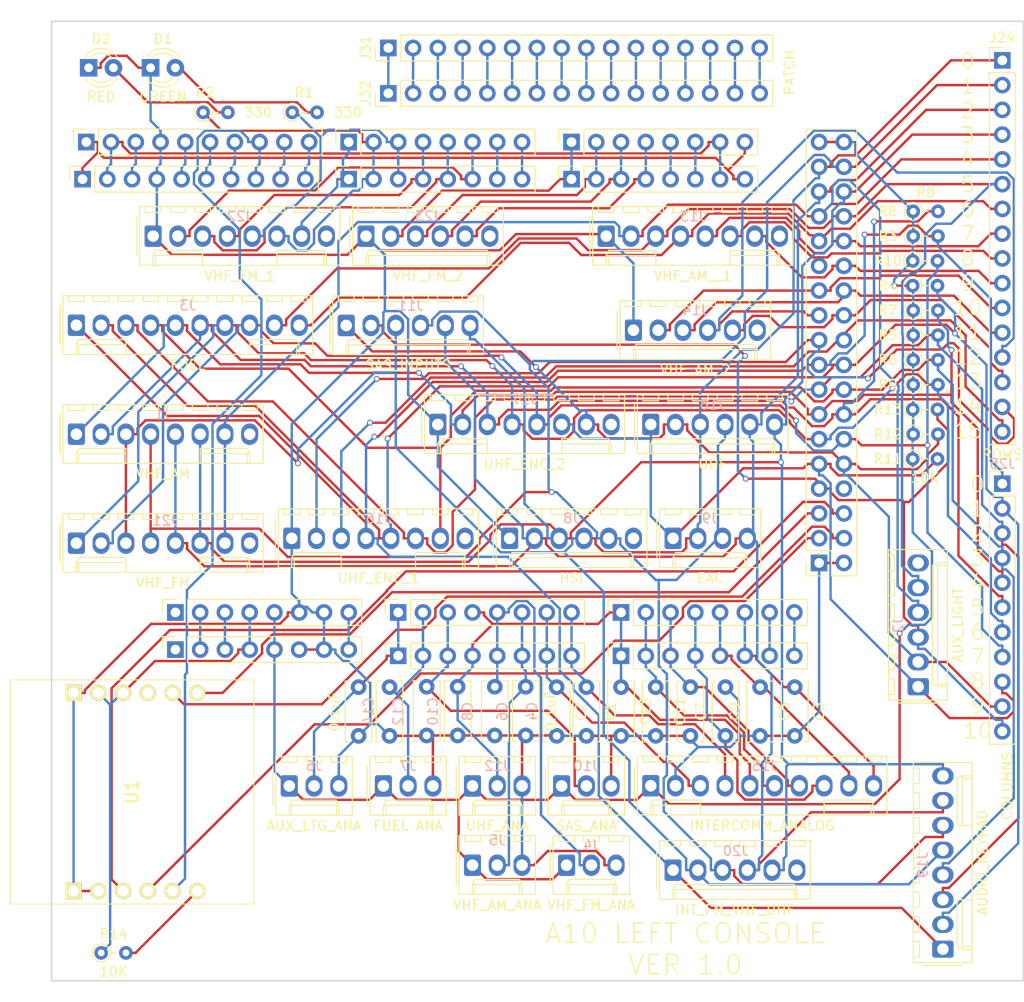
<source format=kicad_pcb>
(kicad_pcb (version 20211014) (generator pcbnew)
  (title_block (date "mar. 31 mars 2015"))
  (layers (0 "F.Cu" signal) (31 "B.Cu" signal) (34 "B.Paste" user) (35 "F.Paste" user) (36 "B.SilkS" user "B.Silkscreen") (37 "F.SilkS" user "F.Silkscreen") (38 "B.Mask" user) (39 "F.Mask" user) (44 "Edge.Cuts" user))
  (net 0 "")
  (net 1 "GND")
  (net 2 "SCLK")
  (net 3 "ES1_RST")
  (net 4 "MISO")
  (net 5 "MOSI")
  (net 6 "/48")
  (net 7 "/49")
  (net 8 "/*46")
  (net 9 "/47")
  (net 10 "/*45")
  (net 11 "/42")
  (net 12 "/43")
  (net 13 "/40")
  (net 14 "/41")
  (net 15 "/38")
  (net 16 "/39")
  (net 17 "/COURSE_B")
  (net 18 "/37")
  (net 19 "/35")
  (net 20 "/32")
  (net 21 "/33")
  (net 22 "/30")
  (net 23 "/31")
  (net 24 "/28")
  (net 25 "/29")
  (net 26 "/26")
  (net 27 "/27")
  (net 28 "/24")
  (net 29 "/HEADING_A")
  (net 30 "/HEADING_B")
  (net 32 "+5V")
  (net 33 "/IOREF")
  (net 34 "/A0")
  (net 35 "/A1")
  (net 36 "/A2")
  (net 38 "/A4")
  (net 39 "/A5")
  (net 40 "/A6")
  (net 41 "/A7")
  (net 42 "/A8")
  (net 43 "/A9")
  (net 44 "/A10")
  (net 45 "/A11")
  (net 46 "/A12")
  (net 47 "/A13")
  (net 48 "/A14")
  (net 49 "/A15")
  (net 50 "/AREF")
  (net 51 "/*13")
  (net 52 "/*12")
  (net 53 "/*11")
  (net 54 "/*9")
  (net 55 "/*8")
  (net 56 "/*7")
  (net 57 "/*6")
  (net 58 "/*5")
  (net 59 "/*4")
  (net 60 "/*3")
  (net 61 "/*2")
  (net 62 "/TX0{slash}1")
  (net 63 "/RX0{slash}0")
  (net 64 "+3V3")
  (net 65 "Net-(D1-Pad2)")
  (net 66 "/RX3{slash}15")
  (net 67 "Net-(D2-Pad2)")
  (net 68 "/RX2{slash}17")
  (net 70 "/TX3{slash}14")
  (net 71 "/TX2{slash}16")
  (net 72 "VCC")
  (net 73 "/~{RESET}")
  (net 75 "SS")
  (net 77 "/UHF_ENC_1_A")
  (net 78 "/UHF_ENC_5_A")
  (net 79 "/SCL{slash}21")
  (net 80 "/SDA{slash}20")
  (net 81 "/TX1{slash}18")
  (net 82 "Net-(R14-Pad2)")
  (net 83 "/RX1{slash}19")
  (net 84 "/34")
  (net 85 "Net-(J31-Pad1)")
  (net 86 "Net-(J31-Pad2)")
  (net 87 "Net-(J31-Pad3)")
  (net 88 "Net-(J31-Pad4)")
  (net 89 "Net-(J31-Pad5)")
  (net 90 "Net-(J31-Pad6)")
  (net 91 "Net-(J31-Pad7)")
  (net 92 "Net-(J31-Pad8)")
  (net 93 "Net-(J31-Pad9)")
  (net 94 "Net-(J31-Pad10)")
  (net 95 "Net-(J31-Pad11)")
  (net 96 "Net-(J31-Pad12)")
  (net 97 "Net-(J31-Pad13)")
  (net 98 "Net-(J31-Pad14)")
  (net 99 "Net-(J31-Pad15)")
  (net 100 "Net-(J31-Pad16)")
  (footprint "Connector_PinSocket_2.54mm:PinSocket_2x18_P2.54mm_Vertical" (layer "F.Cu") (at 193.98 92.38 180)
    (fp_text reference "J37" hide)
    (fp_text value "Digital")
  )
  (footprint "Connector_PinSocket_2.54mm:PinSocket_1x08_P2.54mm_Vertical" (layer "F.Cu") (at 127.94 97.46 90)
    (fp_text reference "J34" hide)
    (fp_text value "Power")
  )
  (footprint "Connector_PinSocket_2.54mm:PinSocket_1x08_P2.54mm_Vertical" (layer "F.Cu") (at 150.8 97.46 90)
    (fp_text reference "J35" hide)
    (fp_text value "Analog")
  )
  (footprint "Connector_PinSocket_2.54mm:PinSocket_1x08_P2.54mm_Vertical" (layer "F.Cu") (at 173.66 97.46 90)
    (fp_text reference "J36" hide)
    (fp_text value "Analog")
  )
  (footprint "Connector_PinSocket_2.54mm:PinSocket_1x10_P2.54mm_Vertical" (layer "F.Cu") (at 118.796 49.2 90)
    (fp_text reference "J38" hide)
    (fp_text value "PWM")
  )
  (footprint "Connector_PinSocket_2.54mm:PinSocket_1x08_P2.54mm_Vertical" (layer "F.Cu") (at 145.72 49.2 90)
    (fp_text reference "J39" hide)
    (fp_text value "PWM")
  )
  (footprint "Connector_PinSocket_2.54mm:PinSocket_1x08_P2.54mm_Vertical" (layer "F.Cu") (at 168.58 49.2 90)
    (fp_text reference "J40" hide)
    (fp_text value "Communication")
  )
  (footprint "Resistor_THT:R_Axial_DIN0204_L3.6mm_D1.6mm_P2.54mm_Vertical" (layer "F.Cu") (at 203.632 69.012)
    (fp_text reference "R5")
    (fp_text value "10K")
  )
  (footprint "Resistor_THT:R_Axial_DIN0204_L3.6mm_D1.6mm_P2.54mm_Vertical" (layer "F.Cu") (at 130.784 46.152)
    (fp_text reference "R2")
    (fp_text value "330")
  )
  (footprint "Connector_Molex:Molex_KK-254_AE-6410-06A_1x06_P2.54mm_Vertical" (layer "F.Cu") (at 178.994 123.896)
    (fp_text reference "J20")
    (fp_text value "INT_FM_VHF_UHF")
  )
  (footprint "Capacitor_THT:C_Disc_D6.0mm_W2.5mm_P5.00mm" (layer "F.Cu") (at 184.368 110.12 90)
    (fp_text reference "C7")
    (fp_text value "0.1uF")
  )
  (footprint "Capacitor_THT:C_Disc_D6.0mm_W2.5mm_P5.00mm" (layer "F.Cu") (at 146.736 105.12 -90)
    (fp_text reference "C14")
    (fp_text value "0.1uF")
  )
  (footprint "Resistor_THT:R_Axial_DIN0204_L3.6mm_D1.6mm_P2.54mm_Vertical" (layer "F.Cu") (at 203.632 66.472)
    (fp_text reference "R7")
    (fp_text value "10K")
  )
  (footprint "Connector_Molex:Molex_KK-254_AE-6410-03A_1x03_P2.54mm_Vertical" (layer "F.Cu") (at 149.276 115.26)
    (fp_text reference "J7")
    (fp_text value "FUEL ANA")
  )
  (footprint "Resistor_THT:R_Axial_DIN0204_L3.6mm_D1.6mm_P2.54mm_Vertical" (layer "F.Cu") (at 120.325 132.385)
    (fp_text reference "R14")
    (fp_text value "10K")
  )
  (footprint "Connector_Molex:Molex_KK-254_AE-6410-03A_1x03_P2.54mm_Vertical" (layer "F.Cu") (at 158.42 115.26)
    (fp_text reference "J12")
    (fp_text value "UHF_ANA")
  )
  (footprint "Connector_PinHeader_2.54mm:PinHeader_1x16_P2.54mm_Vertical" (layer "F.Cu") (at 149.784 44.198 90)
    (fp_text reference "J32")
    (fp_text value "PATCH")
  )
  (footprint "Capacitor_THT:C_Disc_D6.0mm_W2.5mm_P5.00mm" (layer "F.Cu") (at 191.48 105.12 -90)
    (fp_text reference "C3")
    (fp_text value "0.1uF")
  )
  (footprint "Connector_PinSocket_2.54mm:PinSocket_1x08_P2.54mm_Vertical" (layer "F.Cu") (at 173.66 101.905 90)
    (fp_text reference "J30")
    (fp_text value "Analog")
  )
  (footprint "Connector_Molex:Molex_KK-254_AE-6410-06A_1x06_P2.54mm_Vertical" (layer "F.Cu") (at 162.23 89.86)
    (fp_text reference "J8")
    (fp_text value "HSI")
  )
  (footprint "Connector_PinHeader_2.54mm:PinHeader_1x16_P2.54mm_Vertical" (layer "F.Cu") (at 212.776 40.818)
    (fp_text reference "J24")
    (fp_text value "ROWS")
  )
  (footprint "Connector_Molex:Molex_KK-254_AE-6410-06A_1x06_P2.54mm_Vertical" (layer "F.Cu") (at 204.14 105.08 90)
    (fp_text reference "J2")
    (fp_text value "AUX_LIGHT")
  )
  (footprint "Capacitor_THT:C_Disc_D6.0mm_W2.5mm_P5.00mm" (layer "F.Cu") (at 177.216 105.12 -90)
    (fp_text reference "C11")
    (fp_text value "0.1uF")
  )
  (footprint "Arduino_MountingHole:MountingHole_3.2mm" (layer "F.Cu") (at 196.02 132.385)
    (fp_text reference "H2")
    (fp_text value "MountingHole")
  )
  (footprint "Connector_Molex:Molex_KK-254_AE-6410-08A_1x08_P2.54mm_Vertical" (layer "F.Cu") (at 125.654 58.852)
    (fp_text reference "J22")
    (fp_text value "VHF_FM_1")
  )
  (footprint "Connector_Molex:Molex_KK-254_AE-6410-10A_1x10_P2.54mm_Vertical" (layer "F.Cu") (at 117.78 67.996)
    (fp_text reference "J3")
    (fp_text value "FUEL")
  )
  (footprint "Capacitor_THT:C_Disc_D6.0mm_W2.5mm_P5.00mm" (layer "F.Cu") (at 160.706 105.08 -90)
    (fp_text reference "C6")
    (fp_text value "0.1uF")
  )
  (footprint "Connector_Molex:Molex_KK-254_AE-6410-04A_1x04_P2.54mm_Vertical" (layer "F.Cu") (at 178.994 89.86)
    (fp_text reference "J9")
    (fp_text value "EAC")
  )
  (footprint "Connector_Molex:Molex_KK-254_AE-6410-03A_1x03_P2.54mm_Vertical" (layer "F.Cu") (at 168.072 123.388)
    (fp_text reference "J4")
    (fp_text value "VHF_FM_ANA")
  )
  (footprint "Connector_Molex:Molex_KK-254_AE-6410-06A_1x06_P2.54mm_Vertical" (layer "F.Cu") (at 145.466 68.016)
    (fp_text reference "J11")
    (fp_text value "SAS_INPUTS")
  )
  (footprint "Capacitor_THT:C_Disc_D6.0mm_W2.5mm_P5.00mm" (layer "F.Cu") (at 156.896 105.08 -90)
    (fp_text reference "C8")
    (fp_text value "0.1uF")
  )
  (footprint "Resistor_THT:R_Axial_DIN0204_L3.6mm_D1.6mm_P2.54mm_Vertical" (layer "F.Cu") (at 203.582 61.392)
    (fp_text reference "R10")
    (fp_text value "10K")
  )
  (footprint "Capacitor_THT:C_Disc_D6.0mm_W2.5mm_P5.00mm" (layer "F.Cu") (at 167.056 105.12 -90)
    (fp_text reference "C2")
    (fp_text value "0.1uF")
  )
  (footprint "Connector_Molex:Molex_KK-254_AE-6410-06A_1x06_P2.54mm_Vertical" (layer "F.Cu") (at 176.708 78.176)
    (fp_text reference "J18")
    (fp_text value "UHF")
  )
  (footprint "Connector_PinSocket_2.54mm:PinSocket_1x08_P2.54mm_Vertical" (layer "F.Cu") (at 127.94 101.27 90)
    (fp_text reference "J33")
    (fp_text value "Power")
  )
  (footprint "Capacitor_THT:C_Disc_D6.0mm_W2.5mm_P5.00mm" (layer "F.Cu") (at 170.104 105.12 -90)
    (fp_text reference "C1")
    (fp_text value "0.1uF")
  )
  (footprint "Resistor_THT:R_Axial_DIN0204_L3.6mm_D1.6mm_P2.54mm_Vertical" (layer "F.Cu") (at 203.632 56.312)
    (fp_text reference "R8")
    (fp_text value "10K")
  )
  (footprint "Connector_Molex:Molex_KK-254_AE-6410-03A_1x03_P2.54mm_Vertical" (layer "F.Cu") (at 167.564 115.26)
    (fp_text reference "J10")
    (fp_text value "SAS_ANA")
  )
  (footprint "Resistor_THT:R_Axial_DIN0204_L3.6mm_D1.6mm_P2.54mm_Vertical" (layer "F.Cu") (at 203.582 81.712)
    (fp_text reference "R11")
    (fp_text value "10K")
  )
  (footprint "Capacitor_THT:C_Disc_D6.0mm_W2.5mm_P5.00mm" (layer "F.Cu") (at 187.924 105.12 -90)
    (fp_text reference "C5")
    (fp_text value "0.1uF")
  )
  (footprint "Connector_Molex:Molex_KK-254_AE-6410-06A_1x06_P2.54mm_Vertical" (layer "F.Cu") (at 174.93 68.504)
    (fp_text reference "J14")
    (fp_text value "VHF_AM_2")
  )
  (footprint "Capacitor_THT:C_Disc_D6.0mm_W2.5mm_P5.00mm" (layer "F.Cu") (at 180.772 105.12 -90)
    (fp_text reference "C9")
    (fp_text value "0.1uF")
  )
  (footprint "Connector_Molex:Molex_KK-254_AE-6410-08A_1x08_P2.54mm_Vertical" (layer "F.Cu") (at 117.78 90.348)
    (fp_text reference "J21")
    (fp_text value "VHF_FM")
  )
  (footprint "Connector_Molex:Molex_KK-254_AE-6410-08A_1x08_P2.54mm_Vertical" (layer "F.Cu") (at 206.68 132.004 90)
    (fp_text reference "J19")
    (fp_text value "AUDIO_KEYPAD")
  )
  (footprint "Capacitor_THT:C_Disc_D6.0mm_W2.5mm_P5.00mm" (layer "F.Cu") (at 149.911 105.12 -90)
    (fp_text reference "C12")
    (fp_text value "0.1uF")
  )
  (footprint "Resistor_THT:R_Axial_DIN0204_L3.6mm_D1.6mm_P2.54mm_Vertical" (layer "F.Cu") (at 203.632 58.852)
    (fp_text reference "R3")
    (fp_text value "10K")
  )
  (footprint "Connector_Molex:Molex_KK-254_AE-6410-08A_1x08_P2.54mm_Vertical" (layer "F.Cu") (at 154.864 78.176)
    (fp_text reference "J17")
    (fp_text value "UHF_ENC_2")
  )
  (footprint "Arduino_MountingHole:MountingHole_3.2mm" (layer "F.Cu") (at 196.02 39.675)
    (fp_text reference "H3")
    (fp_text value "MountingHole")
  )
  (footprint "Connector_PinSocket_2.54mm:PinSocket_1x08_P2.54mm_Vertical" (layer "F.Cu") (at 168.58 53.01 90)
    (fp_text reference "J28")
    (fp_text value "Communication")
  )
  (footprint "Connector_Molex:Molex_KK-254_AE-6410-08A_1x08_P2.54mm_Vertical" (layer "F.Cu") (at 139.878 89.86)
    (fp_text reference "J16")
    (fp_text value "UHF_ENC_1")
  )
  (footprint "Connector_Molex:Molex_KK-254_AE-6410-10A_1x10_P2.54mm_Vertical" (layer "F.Cu") (at 176.708 115.24)
    (fp_text reference "J15")
    (fp_text value "INTERCOMM_ANALOG")
  )
  (footprint "Connector_Molex:Molex_KK-254_AE-6410-06A_1x06_P2.54mm_Vertical" (layer "F.Cu") (at 147.498 58.852)
    (fp_text reference "J23")
    (fp_text value "VHF_FM_2")
  )
  (footprint "Capacitor_THT:C_Disc_D6.0mm_W2.5mm_P5.00mm" (layer "F.Cu") (at 163.881 105.08 -90)
    (fp_text reference "C4")
    (fp_text value "0.1uF")
  )
  (footprint "Resistor_THT:R_Axial_DIN0204_L3.6mm_D1.6mm_P2.54mm_Vertical" (layer "F.Cu") (at 203.582 63.932)
    (fp_text reference "R4")
    (fp_text value "10K")
  )
  (footprint "Connector_Molex:Molex_KK-254_AE-6410-08A_1x08_P2.54mm_Vertical" (layer "F.Cu") (at 172.136 58.852)
    (fp_text reference "J13")
    (fp_text value "VHF_AM__1")
  )
  (footprint "Connector_PinSocket_2.54mm:PinSocket_1x08_P2.54mm_Vertical" (layer "F.Cu") (at 145.72 53.01 90)
    (fp_text reference "J27")
    (fp_text value "PWM")
  )
  (footprint "Connector_PinSocket_2.54mm:PinSocket_1x08_P2.54mm_Vertical" (layer "F.Cu") (at 150.8 101.905 90)
    (fp_text reference "J29")
    (fp_text value "Analog")
  )
  (footprint "Connector_Molex:Molex_KK-254_AE-6410-03A_1x03_P2.54mm_Vertical" (layer "F.Cu") (at 139.624 115.26)
    (fp_text reference "J6")
    (fp_text value "AUX_LTG_ANA")
  )
  (footprint "Capacitor_THT:C_Disc_D6.0mm_W2.5mm_P5.00mm" (layer "F.Cu") (at 173.66 105.12 -90)
    (fp_text reference "C13")
    (fp_text value "0.1uF")
  )
  (footprint "Resistor_THT:R_Axial_DIN0204_L3.6mm_D1.6mm_P2.54mm_Vertical" (layer "F.Cu") (at 203.632 74.092)
    (fp_text reference "R9")
    (fp_text value "10K")
  )
  (footprint "Resistor_THT:R_Axial_DIN0204_L3.6mm_D1.6mm_P2.54mm_Vertical" (layer "F.Cu") (at 203.632 71.552)
    (fp_text reference "R6")
    (fp_text value "10K")
  )
  (footprint "LED_THT:LED_D3.0mm" (layer "F.Cu") (at 125.395 41.58)
    (fp_text reference "D1")
    (fp_text value "GREEN")
  )
  (footprint "Resistor_THT:R_Axial_DIN0204_L3.6mm_D1.6mm_P2.54mm_Vertical" (layer "F.Cu") (at 203.632 79.172)
    (fp_text reference "R12")
    (fp_text value "10K")
  )
  (footprint "Resistor_THT:R_Axial_DIN0204_L3.6mm_D1.6mm_P2.54mm_Vertical" (layer "F.Cu") (at 139.928 46.152)
    (fp_text reference "R1")
    (fp_text value "330")
  )
  (footprint "Connector_Molex:Molex_KK-254_AE-6410-08A_1x08_P2.54mm_Vertical" (layer "F.Cu") (at 117.78 79.172)
    (fp_text reference "J1")
    (fp_text value "VHF_AM")
  )
  (footprint "Connector_PinHeader_2.54mm:PinHeader_1x11_P2.54mm_Vertical" (layer "F.Cu") (at 212.776 84.252)
    (fp_text reference "J25")
    (fp_text value "COLUMNS")
  )
  (footprint "Arduino_MountingHole:MountingHole_3.2mm" (layer "F.Cu") (at 166.04 64.44)
    (fp_text reference "MH1" hide)
    (fp_text value "MountingHole_3.2mm" hide)
  )
  (footprint "USR-ES1:USRES1" (layer "F.Cu") (at 117.495 126.035 90)
    (fp_text reference "U1")
    (fp_text value "USR-ES1" hide)
  )
  (footprint "Connector_PinSocket_2.54mm:PinSocket_1x10_P2.54mm_Vertical" (layer "F.Cu") (at 118.415 53.01 90)
    (fp_text reference "J26")
    (fp_text value "PWM")
  )
  (footprint "Arduino_MountingHole:MountingHole_3.2mm" (layer "F.Cu") (at 136.02 132.385)
    (fp_text reference "H1")
    (fp_text value "MountingHole")
  )
  (footprint "Connector_Molex:Molex_KK-254_AE-6410-03A_1x03_P2.54mm_Vertical" (layer "F.Cu") (at 158.42 123.388)
    (fp_text reference "J5")
    (fp_text value "VHF_AM_ANA")
  )
  (footprint "Capacitor_THT:C_Disc_D6.0mm_W2.5mm_P5.00mm" (layer "F.Cu") (at 153.721 105.08 -90)
    (fp_text reference "C10")
    (fp_text value "0.1uF")
  )
  (footprint "Connector_PinHeader_2.54mm:PinHeader_1x16_P2.54mm_Vertical" (layer "F.Cu") (at 149.784 39.548 90)
    (fp_text reference "J31")
    (fp_text value "PATCH")
  )
  (footprint "LED_THT:LED_D3.0mm" (layer "F.Cu") (at 119.045 41.58)
    (fp_text reference "D2")
    (fp_text value "RED")
  )
  (footprint "Arduino_MountingHole:MountingHole_3.2mm" (layer "F.Cu") (at 136.02 39.675)
    (fp_text reference "H4")
    (fp_text value "MountingHole")
  )
  (footprint "Resistor_THT:R_Axial_DIN0204_L3.6mm_D1.6mm_P2.54mm_Vertical" (layer "F.Cu") (at 203.582 76.632)
    (fp_text reference "R13")
    (fp_text value "10K")
  )
  (gr_rect (start 115.24 36.8175) (end 214.935 135.2425) (layer "Edge.Cuts") (width 0.15) (fill none))
  (gr_text "0\n1\n2\n3\n4\n5\n6\n7\n8\n9\n10" (at 210.236 96.952) (layer "F.SilkS") (effects (font (size 1.57 1.6))))
  (gr_text "A10 LEFT CONSOLE\nVER 1.0" (at 180.264 132.004) (layer "F.SilkS") (effects (font (size 2 2))))
  (gr_text "0\n1\n2\n3\n4\n5\n6\n7\n8\n9\n10\n11\n12\n13\n14\n15" (at 209.22 59.868) (layer "F.SilkS") (effects (font (size 1.57 1.6))))
  (segment (start 161.215 60.3064) (end 148.9524 60.3064) (width 0.25) (layer "F.Cu") (net 1))
  (segment (start 191.48 110.12) (end 187.924 110.12) (width 0.25) (layer "F.Cu") (net 1))
  (segment (start 153.721 110.08) (end 154.356 110.08) (width 0.25) (layer "F.Cu") (net 1))
  (segment (start 163.5 110.08) (end 163.5 115.26) (width 0.25) (layer "F.Cu") (net 1))
  (segment (start 120.2703 41.58) (end 120.2703 41.1205) (width 0.25) (layer "F.Cu") (net 1))
  (segment (start 127.5721 60.7701) (end 145.5799 60.7701) (width 0.25) (layer "F.Cu") (net 1))
  (segment (start 149.911 110.12) (end 153.681 110.12) (width 0.25) (layer "F.Cu") (net 1))
  (segment (start 125.654 58.852) (end 127.5721 60.7701) (width 0.25) (layer "F.Cu") (net 1))
  (segment (start 122.9444 40.3547) (end 124.1697 41.58) (width 0.25) (layer "F.Cu") (net 1))
  (segment (start 125.443 98.6353) (end 118.6528 105.4255) (width 0.25) (layer "F.Cu") (net 1))
  (segment (start 139.4647 97.8274) (end 138.6568 98.6353) (width 0.25) (layer "F.Cu") (net 1))
  (segment (start 171.9567 122.7904) (end 171.0969 121.9306) (width 0.25) (layer "F.Cu") (net 1))
  (segment (start 171.0969 121.9306) (end 166.1527 121.9306) (width 0.25) (layer "F.Cu") (net 1))
  (segment (start 148.9524 60.3064) (end 147.498 58.852) (width 0.25) (layer "F.Cu") (net 1))
  (segment (start 139.4647 97.46) (end 139.4647 97.8274) (width 0.25) (layer "F.Cu") (net 1))
  (segment (start 170.104 110.12) (end 172.644 110.12) (width 0.25) (layer "F.Cu") (net 1))
  (segment (start 154.356 110.08) (end 154.356 113.8397) (width 0.25) (layer "F.Cu") (net 1))
  (segment (start 163.5 110.08) (end 163.881 110.08) (width 0.25) (layer "F.Cu") (net 1))
  (segment (start 172.644 110.12) (end 173.66 110.12) (width 0.25) (layer "F.Cu") (net 1))
  (segment (start 145.5799 60.7701) (end 147.498 58.852) (width 0.25) (layer "F.Cu") (net 1))
  (segment (start 160.706 110.08) (end 163.5 110.08) (width 0.25) (layer "F.Cu") (net 1))
  (segment (start 117.495 126.035) (end 118.6528 126.035) (width 0.25) (layer "F.Cu") (net 1))
  (segment (start 154.356 115.26) (end 154.356 113.8397) (width 0.25) (layer "F.Cu") (net 1))
  (segment (start 173.152 123.388) (end 171.9567 123.388) (width 0.25) (layer "F.Cu") (net 1))
  (segment (start 121.0361 40.3547) (end 122.9444 40.3547) (width 0.25) (layer "F.Cu") (net 1))
  (segment (start 140.64 97.46) (end 139.4647 97.46) (width 0.25) (layer "F.Cu") (net 1))
  (segment (start 172.136 58.852) (end 171.9258 58.6418) (width 0.25) (layer "F.Cu") (net 1))
  (segment (start 120.2703 41.1205) (end 121.0361 40.3547) (width 0.25) (layer "F.Cu") (net 1))
  (segment (start 196.52 92.38) (end 193.98 92.38) (width 0.25) (layer "F.Cu") (net 1))
  (segment (start 120.035 126.035) (end 118.6528 126.035) (width 0.25) (layer "F.Cu") (net 1))
  (segment (start 143.18 101.27) (end 140.64 101.27) (width 0.25) (layer "F.Cu") (net 1))
  (segment (start 125.395 41.58) (end 124.1697 41.58) (width 0.25) (layer "F.Cu") (net 1))
  (segment (start 171.9258 58.6418) (end 162.8796 58.6418) (width 0.25) (layer "F.Cu") (net 1))
  (segment (start 118.6528 105.4255) (end 118.6528 105.715) (width 0.25) (layer "F.Cu") (net 1))
  (segment (start 119.045 41.58) (end 120.2703 41.58) (width 0.25) (layer "F.Cu") (net 1))
  (segment (start 153.681 110.12) (end 153.721 110.08) (width 0.25) (layer "F.Cu") (net 1))
  (segment (start 166.1527 121.9306) (end 164.6953 123.388) (width 0.25) (layer "F.Cu") (net 1))
  (segment (start 163.881 110.08) (end 167.016 110.08) (width 0.25) (layer "F.Cu") (net 1))
  (segment (start 162.8796 58.6418) (end 161.215 60.3064) (width 0.25) (layer "F.Cu") (net 1))
  (segment (start 154.356 110.08) (end 156.896 110.08) (width 0.25) (layer "F.Cu") (net 1))
  (segment (start 167.016 110.08) (end 167.056 110.12) (width 0.25) (layer "F.Cu") (net 1))
  (segment (start 156.896 110.08) (end 160.706 110.08) (width 0.25) (layer "F.Cu") (net 1))
  (segment (start 172.644 115.26) (end 172.644 113.8397) (width 0.25) (layer "F.Cu") (net 1))
  (segment (start 180.772 110.12) (end 177.216 110.12) (width 0.25) (layer "F.Cu") (net 1))
  (segment (start 117.495 105.715) (end 118.6528 105.715) (width 0.25) (layer "F.Cu") (net 1))
  (segment (start 172.644 110.12) (end 172.644 113.8397) (width 0.25) (layer "F.Cu") (net 1))
  (segment (start 163.5 123.388) (end 164.6953 123.388) (width 0.25) (layer "F.Cu") (net 1))
  (segment (start 138.6568 98.6353) (end 125.443 98.6353) (width 0.25) (layer "F.Cu") (net 1))
  (segment (start 171.9567 123.388) (end 171.9567 122.7904) (width 0.25) (layer "F.Cu") (net 1))
  (segment (start 145.1632 102.4453) (end 145.6651 102.4453) (width 0.25) (layer "B.Cu") (net 1))
  (segment (start 126.035 52.4223) (end 126.035 53.01) (width 0.25) (layer "B.Cu") (net 1))
  (segment (start 144.3553 101.27) (end 144.3553 101.6374) (width 0.25) (layer "B.Cu") (net 1))
  (segment (start 143.18 101.27) (end 144.3553 101.27) (width 0.25) (layer "B.Cu") (net 1))
  (segment (start 147.9266 108.9294) (end 146.736 110.12) (width 0.25) (layer "B.Cu") (net 1))
  (segment (start 174.93 68.504) (end 174.93 61.646) (width 0.25) (layer "B.Cu") (net 1))
  (segment (start 126.035 52.4223) (end 126.035 51.8347) (width 0.25) (layer "B.Cu") (net 1))
  (segment (start 162.23 89.86) (end 154.864 82.494) (width 0.25) (layer "B.Cu") (net 1))
  (segment (start 179.248 113.5798) (end 181.5605 111.2673) (width 0.25) (layer "B.Cu") (net 1))
  (segment (start 181.5605 111.2673) (end 180.772 110.4788) (width 0.25) (layer "B.Cu") (net 1))
  (segment (start 184.368 105.12) (end 185.7235 106.4755) (width 0.25) (layer "B.Cu") (net 1))
  (segment (start 184.8871 111.2673) (end 181.5605 111.2673) (width 0.25) (layer "B.Cu") (net 1))
  (segment (start 126.416 49.2) (end 126.416 48.0247) (width 0.25) (layer "B.Cu") (net 1))
  (segment (start 146.736 110.12) (end 144.704 112.152) (width 0.25) (layer "B.Cu") (net 1))
  (segment (start 149.4315 60.7855) (end 149.4315 66.544) (width 0.25) (layer "B.Cu") (net 1))
  (segment (start 126.035 51.8347) (end 126.416 51.4537) (width 0.25) (layer "B.Cu") (net 1))
  (segment (start 147.9266 108.9294) (end 148.7204 108.9294) (width 0.25) (layer "B.Cu") (net 1))
  (segment (start 148.7204 108.9294) (end 149.911 110.12) (width 0.25) (layer "B.Cu") (net 1))
  (segment (start 167.056 110.12) (end 170.104 110.12) (width 0.25) (layer "B.Cu") (net 1))
  (segment (start 140.64 96.8723) (end 141.417 96.8723) (width 0.25) (layer "B.Cu") (net 1))
  (segment (start 126.416 51.4537) (end 126.416 49.2) (width 0.25) (layer "B.Cu") (net 1))
  (segment (start 185.7235 110.4309) (end 184.8871 111.2673) (width 0.25) (layer "B.Cu") (net 1))
  (segment (start 144.704 112.152) (end 144.704 115.26) (width 0.25) (layer "B.Cu") (net 1))
  (segment (start 149.4315 66.544) (end 149.276 66.6995) (width 0.25) (layer "B.Cu") (net 1))
  (segment (start 174.93 61.646) (end 172.136 58.852) (width 0.25) (layer "B.Cu") (net 1))
  (segment (start 125.395 41.58) (end 125.395 47.0037) (width 0.25) (layer "B.Cu") (net 1))
  (segment (start 180.772 110.4788) (end 180.772 110.12) (width 0.25) (layer "B.Cu") (net 1))
  (segment (start 125.395 47.0037) (end 126.416 48.0247) (width 0.25) (layer "B.Cu") (net 1))
  (segment (start 126.035 58.471) (end 125.654 58.852) (width 0.25) (layer "B.Cu") (net 1))
  (segment (start 141.417 96.8723) (end 142.0047 97.46) (width 0.25) (layer "B.Cu") (net 1))
  (segment (start 140.64 97.46) (end 140.64 96.8723) (width 0.25) (layer "B.Cu") (net 1))
  (segment (start 126.035 53.01) (end 126.035 58.471) (width 0.25) (layer "B.Cu") (net 1))
  (segment (start 154.864 82.494) (end 154.864 78.176) (width 0.25) (layer "B.Cu") (net 1))
  (segment (start 185.7235 106.4755) (end 185.7235 110.12) (width 0.25) (layer "B.Cu") (net 1))
  (segment (start 143.18 101.27) (end 143.18 97.46) (width 0.25) (layer "B.Cu") (net 1))
  (segment (start 151.816 75.128) (end 151.816 67.3636) (width 0.25) (layer "B.Cu") (net 1))
  (segment (start 150.9964 66.544) (end 149.4315 66.544) (width 0.25) (layer "B.Cu") (net 1))
  (segment (start 140.64 96.8723) (end 140.64 96.2847) (width 0.25) (layer "B.Cu") (net 1))
  (segment (start 145.6651 102.4453) (end 147.9266 104.7068) (width 0.25) (layer "B.Cu") (net 1))
  (segment (start 144.3553 101.6374) (end 145.1632 102.4453) (width 0.25) (layer "B.Cu") (net 1))
  (segment (start 147.498 58.852) (end 149.4315 60.7855) (width 0.25) (layer "B.Cu") (net 1))
  (segment (start 154.864 78.176) (end 151.816 75.128) (width 0.25) (layer "B.Cu") (net 1))
  (segment (start 173.66 110.12) (end 177.216 110.12) (width 0.25) (layer "B.Cu") (net 1))
  (segment (start 185.7235 110.12) (end 187.924 110.12) (width 0.25) (layer "B.Cu") (net 1))
  (segment (start 117.495 105.715) (end 117.495 126.035) (width 0.25) (layer "B.Cu") (net 1))
  (segment (start 147.9266 104.7068) (end 147.9266 108.9294) (width 0.25) (layer "B.Cu") (net 1))
  (segment (start 193.98 107.62) (end 191.48 110.12) (width 0.25) (layer "B.Cu") (net 1))
  (segment (start 149.276 68.7274) (end 139.878 78.1254) (width 0.25) (layer "B.Cu") (net 1))
  (segment (start 185.7235 110.12) (end 185.7235 110.4309) (width 0.25) (layer "B.Cu") (net 1))
  (segment (start 151.816 67.3636) (end 150.9964 66.544) (width 0.25) (layer "B.Cu") (net 1))
  (segment (start 139.878 89.86) (end 139.878 95.5227) (width 0.25) (layer "B.Cu") (net 1))
  (segment (start 163.5 123.388) (end 163.5 115.26) (width 0.25) (layer "B.Cu") (net 1))
  (segment (start 143.18 97.46) (end 142.0047 97.46) (width 0.25) (layer "B.Cu") (net 1))
  (segment (start 193.98 92.38) (end 193.98 107.62) (width 0.25) (layer "B.Cu") (net 1))
  (segment (start 139.878 78.1254) (end 139.878 89.86) (width 0.25) (layer "B.Cu") (net 1))
  (segment (start 179.248 115.24) (end 179.248 113.5798) (width 0.25) (layer "B.Cu") (net 1))
  (segment (start 139.878 95.5227) (end 140.64 96.2847) (width 0.25) (layer "B.Cu") (net 1))
  (segment (start 149.276 66.6995) (end 149.276 68.7274) (width 0.25) (layer "B.Cu") (net 1))
  (segment (start 180.01 96.9893) (end 180.01 97.9153) (width 0.25) (layer "F.Cu") (net 2))
  (segment (start 142.2062 108.9438) (end 125.115 126.035) (width 0.25) (layer "F.Cu") (net 2))
  (segment (start 186.36 96.2847) (end 180.7146 96.2847) (width 0.25) (layer "F.Cu") (net 2))
  (segment (start 193.98 89.84) (end 192.8047 89.84) (width 0.25) (layer "F.Cu") (net 2))
  (segment (start 147.8874 108.9438) (end 142.2062 108.9438) (width 0.25) (layer "F.Cu") (net 2))
  (segment (start 192.8047 89.84) (end 186.36 96.2847) (width 0.25) (layer "F.Cu") (net 2))
  (segment (start 180.01 97.9153) (end 177.5736 100.3517) (width 0.25) (layer "F.Cu") (net 2))
  (segment (start 153.1128 103.7184) (end 147.8874 108.9438) (width 0.25) (layer "F.Cu") (net 2))
  (segment (start 173.0345 100.3517) (end 169.6678 103.7184) (width 0.25) (layer "F.Cu") (net 2))
  (segment (start 177.5736 100.3517) (end 173.0345 100.3517) (width 0.25) (layer "F.Cu") (net 2))
  (segment (start 169.6678 103.7184) (end 153.1128 103.7184) (width 0.25) (layer "F.Cu") (net 2))
  (segment (start 180.7146 96.2847) (end 180.01 96.9893) (width 0.25) (layer "F.Cu") (net 2))
  (segment (start 155.8178 95.8343) (end 186.0855 95.8343) (width 0.25) (layer "F.Cu") (net 3))
  (segment (start 195.3447 89.4726) (end 195.3447 89.84) (width 0.25) (layer "F.Cu") (net 3))
  (segment (start 142.9611 106.876) (end 150.6035 99.2336) (width 0.25) (layer "F.Cu") (net 3))
  (segment (start 196.52 89.84) (end 195.3447 89.84) (width 0.25) (layer "F.Cu") (net 3))
  (segment (start 153.3056 99.2336) (end 154.61 97.9292) (width 0.25) (layer "F.Cu") (net 3))
  (segment (start 154.61 97.0421) (end 155.8178 95.8343) (width 0.25) (layer "F.Cu") (net 3))
  (segment (start 150.6035 99.2336) (end 153.3056 99.2336) (width 0.25) (layer "F.Cu") (net 3))
  (segment (start 127.655 105.715) (end 128.816 106.876) (width 0.25) (layer "F.Cu") (net 3))
  (segment (start 154.61 97.9292) (end 154.61 97.0421) (width 0.25) (layer "F.Cu") (net 3))
  (segment (start 128.816 106.876) (end 142.9611 106.876) (width 0.25) (layer "F.Cu") (net 3))
  (segment (start 193.2551 88.6647) (end 194.5368 88.6647) (width 0.25) (layer "F.Cu") (net 3))
  (segment (start 194.5368 88.6647) (end 195.3447 89.4726) (width 0.25) (layer "F.Cu") (net 3))
  (segment (start 186.0855 95.8343) (end 193.2551 88.6647) (width 0.25) (layer "F.Cu") (net 3))
  (segment (start 136.83 101.6624) (end 136.83 100.7805) (width 0.25) (layer "F.Cu") (net 4))
  (segment (start 136.83 100.7805) (end 137.8997 99.7108) (width 0.25) (layer "F.Cu") (net 4))
  (segment (start 184.7208 95.3839) (end 192.8047 87.3) (width 0.25) (layer "F.Cu") (net 4))
  (segment (start 193.98 87.3) (end 192.8047 87.3) (width 0.25) (layer "F.Cu") (net 4))
  (segment (start 130.195 105.715) (end 132.7774 105.715) (width 0.25) (layer "F.Cu") (net 4))
  (segment (start 132.7774 105.715) (end 136.83 101.6624) (width 0.25) (layer "F.Cu") (net 4))
  (segment (start 150.1652 95.384) (end 150.1652 95.3839) (width 0.25) (layer "F.Cu") (net 4))
  (segment (start 137.8997 99.7108) (end 145.8384 99.7108) (width 0.25) (layer "F.Cu") (net 4))
  (segment (start 150.1652 95.3839) (end 184.7208 95.3839) (width 0.25) (layer "F.Cu") (net 4))
  (segment (start 145.8384 99.7108) (end 150.1652 95.384) (width 0.25) (layer "F.Cu") (net 4))
  (segment (start 192.319 86.1247) (end 194.5368 86.1247) (width 0.25) (layer "F.Cu") (net 5))
  (segment (start 195.3447 86.9326) (end 195.3447 87.3) (width 0.25) (layer "F.Cu") (net 5))
  (segment (start 122.575 126.035) (end 121.3944 124.8544) (width 0.25) (layer "F.Cu") (net 5))
  (segment (start 121.3944 124.8544) (end 121.3944 105.2463) (width 0.25) (layer "F.Cu") (net 5))
  (segment (start 151.5871 93.2456) (end 185.1981 93.2456) (width 0.25) (layer "F.Cu") (net 5))
  (segment (start 127.3802 99.2605) (end 145.6518 99.2605) (width 0.25) (layer "F.Cu") (net 5))
  (segment (start 149.6605 95.2518) (end 149.6605 95.1722) (width 0.25) (layer "F.Cu") (net 5))
  (segment (start 196.52 87.3) (end 195.3447 87.3) (width 0.25) (layer "F.Cu") (net 5))
  (segment (start 194.5368 86.1247) (end 195.3447 86.9326) (width 0.25) (layer "F.Cu") (net 5))
  (segment (start 149.6605 95.1722) (end 151.5871 93.2456) (width 0.25) (layer "F.Cu") (net 5))
  (segment (start 185.1981 93.2456) (end 192.319 86.1247) (width 0.25) (layer "F.Cu") (net 5))
  (segment (start 121.3944 105.2463) (end 127.3802 99.2605) (width 0.25) (layer "F.Cu") (net 5))
  (segment (start 145.6518 99.2605) (end 149.6605 95.2518) (width 0.25) (layer "F.Cu") (net 5))
  (segment (start 202.6768 97.9392) (end 202.6768 86.1248) (width 0.25) (layer "F.Cu") (net 6))
  (segment (start 207.2243 82.0912) (end 207.2243 78.7596) (width 0.25) (layer "F.Cu") (net 6))
  (segment (start 204.14 100) (end 204.14 98.8047) (width 0.25) (layer "F.Cu") (net 6))
  (segment (start 150.5775 69.9899) (end 149.2013 68.6137) (width 0.25) (layer "F.Cu") (net 6))
  (segment (start 193.98 84.76) (end 194.5677 84.76) (width 0.25) (layer "F.Cu") (net 6))
  (segment (start 203.1907 86.1248) (end 207.2243 82.0912) (width 0.25) (layer "F.Cu") (net 6))
  (segment (start 194.5677 84.76) (end 195.1553 84.76) (width 0.25) (layer "F.Cu") (net 6))
  (segment (start 207.2243 78.7596) (end 206.122 77.6573) (width 0.25) (layer "F.Cu") (net 6))
  (segment (start 185.2532 69.9899) (end 150.5775 69.9899) (width 0.25) (layer "F.Cu") (net 6))
  (segment (start 194.5677 84.76) (end 193.5451 83.7374) (width 0.25) (layer "F.Cu") (net 6))
  (segment (start 195.1553 85.1274) (end 195.1553 84.76) (width 0.25) (layer "F.Cu") (net 6))
  (segment (start 149.2013 68.6137) (end 149.2013 68.016) (width 0.25) (layer "F.Cu") (net 6))
  (segment (start 148.006 68.016) (end 149.2013 68.016) (width 0.25) (layer "F.Cu") (net 6))
  (segment (start 202.6768 86.1248) (end 203.1907 86.1248) (width 0.25) (layer "F.Cu") (net 6))
  (segment (start 193.5451 83.7374) (end 186.4432 83.7374) (width 0.25) (layer "F.Cu") (net 6))
  (segment (start 186.3986 71.1353) (end 185.2532 69.9899) (width 0.25) (layer "F.Cu") (net 6))
  (segment (start 202.6768 86.1248) (end 202.4873 85.9353) (width 0.25) (layer "F.Cu") (net 6))
  (segment (start 203.5423 98.8047) (end 202.6768 97.9392) (width 0.25) (layer "F.Cu") (net 6))
  (segment (start 206.122 76.632) (end 206.122 77.6573) (width 0.25) (layer "F.Cu") (net 6))
  (segment (start 204.14 98.8047) (end 203.5423 98.8047) (width 0.25) (layer "F.Cu") (net 6))
  (segment (start 202.4873 85.9353) (end 195.9632 85.9353) (width 0.25) (layer "F.Cu") (net 6))
  (segment (start 195.9632 85.9353) (end 195.1553 85.1274) (width 0.25) (layer "F.Cu") (net 6))
  (via (at 186.3986 71.1353) (size 0.6) (drill 0.4) (layers "F.Cu" "B.Cu") (net 6))
  (via (at 186.4432 83.7374) (size 0.6) (drill 0.4) (layers "F.Cu" "B.Cu") (net 6))
  (segment (start 185.648 82.9422) (end 185.648 71.8859) (width 0.25) (layer "B.Cu") (net 6))
  (segment (start 212.1087 108.4767) (end 212.776 108.4767) (width 0.25) (layer "B.Cu") (net 6))
  (segment (start 204.8273 101.1953) (end 212.1087 108.4767) (width 0.25) (layer "B.Cu") (net 6))
  (segment (start 186.4432 83.7374) (end 185.648 82.9422) (width 0.25) (layer "B.Cu") (net 6))
  (segment (start 212.776 109.652) (end 212.776 108.4767) (width 0.25) (layer "B.Cu") (net 6))
  (segment (start 204.14 100) (end 204.14 101.1953) (width 0.25) (layer "B.Cu") (net 6))
  (segment (start 204.14 101.1953) (end 204.8273 101.1953) (width 0.25) (layer "B.Cu") (net 6))
  (segment (start 185.648 71.8859) (end 186.3986 71.1353) (width 0.25) (layer "B.Cu") (net 6))
  (segment (start 206.122 81.712) (end 204.4387 83.3953) (width 0.25) (layer "F.Cu") (net 8))
  (segment (start 194.5677 82.22) (end 193.98 82.22) (width 0.25) (layer "F.Cu") (net 8))
  (segment (start 213.9583 107.605) (end 213.2655 108.2978) (width 0.25) (layer "F.Cu") (net 8))
  (segment (start 194.5677 82.22) (end 195.1553 82.22) (width 0.25) (layer "F.Cu") (net 8))
  (segment (start 192.3542 82.6705) (end 192.8047 82.22) (width 0.25) (layer "F.Cu") (net 8))
  (segment (start 178.994 89.86) (end 186.1835 82.6705) (width 0.25) (layer "F.Cu") (net 8))
  (segment (start 186.1835 82.6705) (end 192.3542 82.6705) (width 0.25) (layer "F.Cu") (net 8))
  (segment (start 213.1433 105.7473) (end 213.9583 106.5623) (width 0.25) (layer "F.Cu") (net 8))
  (segment (start 213.9583 106.5623) (end 213.9583 107.605) (width 0.25) (layer "F.Cu") (net 8))
  (segment (start 193.98 82.22) (end 192.8047 82.22) (width 0.25) (layer "F.Cu") (net 8))
  (segment (start 212.776 104.572) (end 212.776 105.7473) (width 0.25) (layer "F.Cu") (net 8))
  (segment (start 204.4387 83.3953) (end 195.9632 83.3953) (width 0.25) (layer "F.Cu") (net 8))
  (segment (start 195.9632 83.3953) (end 195.1553 82.5874) (width 0.25) (layer "F.Cu") (net 8))
  (segment (start 195.1553 82.5874) (end 195.1553 82.22) (width 0.25) (layer "F.Cu") (net 8))
  (segment (start 207.3578 108.2978) (end 204.14 105.08) (width 0.25) (layer "F.Cu") (net 8))
  (segment (start 212.776 105.7473) (end 213.1433 105.7473) (width 0.25) (layer "F.Cu") (net 8))
  (segment (start 213.2655 108.2978) (end 207.3578 108.2978) (width 0.25) (layer "F.Cu") (net 8))
  (segment (start 176.708 79.6308) (end 176.708 87.574) (width 0.25) (layer "B.Cu") (net 8))
  (segment (start 195.1553 84.2032) (end 194.3474 83.3953) (width 0.25) (layer "B.Cu") (net 8))
  (segment (start 204.14 105.08) (end 195.1553 96.0953) (width 0.25) (layer "B.Cu") (net 8))
  (segment (start 176.708 79.6308) (end 169.6164 79.6308) (width 0.25) (layer "B.Cu") (net 8))
  (segment (start 176.708 87.574) (end 178.994 89.86) (width 0.25) (layer "B.Cu") (net 8))
  (segment (start 168.7593 78.7737) (end 168.7593 78.176) (width 0.25) (layer "B.Cu") (net 8))
  (segment (start 169.6164 79.6308) (end 168.7593 78.7737) (width 0.25) (layer "B.Cu") (net 8))
  (segment (start 176.708 78.176) (end 176.708 79.6308) (width 0.25) (layer "B.Cu") (net 8))
  (segment (start 193.98 82.22) (end 193.98 83.3953) (width 0.25) (layer "B.Cu") (net 8))
  (segment (start 167.564 78.176) (end 168.7593 78.176) (width 0.25) (layer "B.Cu") (net 8))
  (segment (start 195.1553 96.0953) (end 195.1553 84.2032) (width 0.25) (layer "B.Cu") (net 8))
  (segment (start 194.3474 83.3953) (end 193.98 83.3953) (width 0.25) (layer "B.Cu") (net 8))
  (segment (start 196.52 82.22) (end 197.1077 82.22) (width 0.25) (layer "F.Cu") (net 9))
  (segment (start 180.4433 78.7737) (end 180.4433 78.176) (width 0.25) (layer "F.Cu") (net 9))
  (segment (start 203.9956 82.7648) (end 198.2401 82.7648) (width 0.25) (layer "F.Cu") (net 9))
  (segment (start 170.104 78.176) (end 171.2993 78.176) (width 0.25) (layer "F.Cu") (net 9))
  (segment (start 182.7142 81.0446) (end 180.4433 78.7737) (width 0.25) (layer "F.Cu") (net 9))
  (segment (start 171.2993 78.176) (end 171.2993 78.7468) (width 0.25) (layer "F.Cu") (net 9))
  (segment (start 196.52 82.22) (end 195.3446 81.0446) (width 0.25) (layer "F.Cu") (net 9))
  (segment (start 206.172 79.172) (end 206.172 80.1973) (width 0.25) (layer "F.Cu") (net 9))
  (segment (start 145.466 68.016) (end 148.1253 70.6753) (width 0.25) (layer "F.Cu") (net 9))
  (segment (start 207.0287 102.54) (end 204.14 102.54) (width 0.25) (layer "F.Cu") (net 9))
  (segment (start 172.1497 79.5972) (end 177.6027 79.5972) (width 0.25) (layer "F.Cu") (net 9))
  (segment (start 171.2993 78.7468) (end 172.1497 79.5972) (width 0.25) (layer "F.Cu") (net 9))
  (segment (start 197.1077 82.22) (end 197.6953 82.22) (width 0.25) (layer "F.Cu") (net 9))
  (segment (start 179.248 78.176) (end 178.0527 78.176) (width 0.25) (layer "F.Cu") (net 9))
  (segment (start 179.248 78.176) (end 180.4433 78.176) (width 0.25) (layer "F.Cu") (net 9))
  (segment (start 178.0527 79.1472) (end 178.0527 78.176) (width 0.25) (layer "F.Cu") (net 9))
  (segment (start 206.172 80.1973) (end 205.0967 81.2726) (width 0.25) (layer "F.Cu") (net 9))
  (segment (start 163.3171 70.6753) (end 164.9284 72.2866) (width 0.25) (layer "F.Cu") (net 9))
  (segment (start 177.6027 79.5972) (end 178.0527 79.1472) (width 0.25) (layer "F.Cu") (net 9))
  (segment (start 148.1253 70.6753) (end 163.3171 70.6753) (width 0.25) (layer "F.Cu") (net 9))
  (segment (start 205.0967 81.6637) (end 203.9956 82.7648) (width 0.25) (layer "F.Cu") (net 9))
  (segment (start 211.6007 107.112) (end 207.0287 102.54) (width 0.25) (layer "F.Cu") (net 9))
  (segment (start 205.0967 81.2726) (end 205.0967 81.6637) (width 0.25) (layer "F.Cu") (net 9))
  (segment (start 212.776 107.112) (end 211.6007 107.112) (width 0.25) (layer "F.Cu") (net 9))
  (segment (start 195.3446 81.0446) (end 182.7142 81.0446) (width 0.25) (layer "F.Cu") (net 9))
  (segment (start 198.2401 82.7648) (end 197.6953 82.22) (width 0.25) (layer "F.Cu") (net 9))
  (via (at 164.9284 72.2866) (size 0.6) (drill 0.4) (layers "F.Cu" "B.Cu") (net 9))
  (segment (start 169.3975 76.7557) (end 164.9284 72.2866) (width 0.25) (layer "B.Cu") (net 9))
  (segment (start 170.104 78.176) (end 170.104 76.7557) (width 0.25) (layer "B.Cu") (net 9))
  (segment (start 196.52 82.22) (end 196.52 83.3953) (width 0.25) (layer "B.Cu") (net 9))
  (segment (start 196.52 83.3953) (end 196.8874 83.3953) (width 0.25) (layer "B.Cu") (net 9))
  (segment (start 170.104 76.7557) (end 169.3975 76.7557) (width 0.25) (layer "B.Cu") (net 9))
  (segment (start 201.1343 87.6422) (end 201.1343 99.5343) (width 0.25) (layer "B.Cu") (net 9))
  (segment (start 201.1343 99.5343) (end 204.14 102.54) (width 0.25) (layer "B.Cu") (net 9))
  (segment (start 196.8874 83.3953) (end 201.1343 87.6422) (width 0.25) (layer "B.Cu") (net 9))
  (segment (start 197.6953 79.68) (end 198.3256 80.3103) (width 0.25) (layer "F.Cu") (net 10))
  (segment (start 135.56 67.996) (end 136.7553 67.996) (width 0.25) (layer "F.Cu") (net 10))
  (segment (start 138.0162 69.8546) (end 142.263 69.8546) (width 0.25) (layer "F.Cu") (net 10))
  (segment (start 198.3256 80.3103) (end 205.0944 80.3103) (width 0.25) (layer "F.Cu") (net 10))
  (segment (start 136.7553 67.996) (end 136.7553 68.5937) (width 0.25) (layer "F.Cu") (net 10))
  (segment (start 166.2193 78.176) (end 166.2193 77.5309) (width 0.25) (layer "F.Cu") (net 10))
  (segment (start 142.263 69.8546) (end 143.534 71.1256) (width 0.25) (layer "F.Cu") (net 10))
  (segment (start 167.5323 76.2179) (end 190.0045 76.2179) (width 0.25) (layer "F.Cu") (net 10))
  (segment (start 196.52 79.68) (end 197.6953 79.68) (width 0.25) (layer "F.Cu") (net 10))
  (segment (start 191.566 77.7794) (end 191.6205 77.7794) (width 0.25) (layer "F.Cu") (net 10))
  (segment (start 166.2193 77.5309) (end 167.5323 76.2179) (width 0.25) (layer "F.Cu") (net 10))
  (segment (start 136.7553 68.5937) (end 138.0162 69.8546) (width 0.25) (layer "F.Cu") (net 10))
  (segment (start 143.534 71.1256) (end 161.2131 71.1256) (width 0.25) (layer "F.Cu") (net 10))
  (segment (start 190.0045 76.2179) (end 191.566 77.7794) (width 0.25) (layer "F.Cu") (net 10))
  (segment (start 161.2131 71.1256) (end 161.3882 71.3007) (width 0.25) (layer "F.Cu") (net 10))
  (segment (start 165.024 78.176) (end 166.2193 78.176) (width 0.25) (layer "F.Cu") (net 10))
  (via (at 161.3882 71.3007) (size 0.6) (drill 0.4) (layers "F.Cu" "B.Cu") (net 10))
  (via (at 191.6205 77.7794) (size 0.6) (drill 0.4) (layers "F.Cu" "B.Cu") (net 10))
  (via (at 205.0944 80.3103) (size 0.6) (drill 0.4) (layers "F.Cu" "B.Cu") (net 10))
  (segment (start 196.52 79.68) (end 195.3446 80.8554) (width 0.25) (layer "B.Cu") (net 10))
  (segment (start 165.024 74.9365) (end 161.3882 71.3007) (width 0.25) (layer "B.Cu") (net 10))
  (segment (start 210.7001 94.8696) (end 205.0944 89.2639) (width 0.25) (layer "B.Cu") (net 10))
  (segment (start 206.122 61.392) (end 206.122 62.4173) (width 0.25) (layer "B.Cu") (net 10))
  (segment (start 195.3446 80.8554) (end 193.4181 80.8554) (width 0.25) (layer "B.Cu") (net 10))
  (segment (start 193.4181 80.8554) (end 191.6205 79.0578) (width 0.25) (layer "B.Cu") (net 10))
  (segment (start 212.776 100.8567) (end 212.4086 100.8567) (width 0.25) (layer "B.Cu") (net 10))
  (segment (start 191.6205 79.0578) (end 191.6205 77.7794) (width 0.25) (layer "B.Cu") (net 10))
  (segment (start 135.56 67.996) (end 134.3647 67.996) (width 0.25) (layer "B.Cu") (net 10))
  (segment (start 212.4086 100.8567) (end 210.7001 99.1482) (width 0.25) (layer "B.Cu") (net 10))
  (segment (start 205.0944 89.2639) (end 205.0944 80.3103) (width 0.25) (layer "B.Cu") (net 10))
  (segment (start 165.024 78.176) (end 165.024 74.9365) (width 0.25) (layer "B.Cu") (net 10))
  (segment (start 205.0944 63.4449) (end 206.122 62.4173) (width 0.25) (layer "B.Cu") (net 10))
  (segment (start 121.5153 90.348) (end 121.5153 89.1527) (width 0.25) (layer "B.Cu") (net 10))
  (segment (start 205.0944 80.3103) (end 205.0944 63.4449) (width 0.25) (layer "B.Cu") (net 10))
  (segment (start 212.776 102.032) (end 212.776 100.8567) (width 0.25) (layer "B.Cu") (net 10))
  (segment (start 120.32 90.348) (end 121.5153 90.348) (width 0.25) (layer "B.Cu") (net 10))
  (segment (start 134.3647 68.5713) (end 134.3647 67.996) (width 0.25) (layer "B.Cu") (net 10))
  (segment (start 210.7001 99.1482) (end 210.7001 94.8696) (width 0.25) (layer "B.Cu") (net 10))
  (segment (start 121.5153 89.1527) (end 126.67 83.998) (width 0.25) (layer "B.Cu") (net 10))
  (segment (start 126.67 83.998) (end 126.67 76.266) (width 0.25) (layer "B.Cu") (net 10))
  (segment (start 126.67 76.266) (end 134.3647 68.5713) (width 0.25) (layer "B.Cu") (net 10))
  (segment (start 207.5646 75.1277) (end 198.588 75.1277) (width 0.25) (layer "F.Cu") (net 11))
  (segment (start 212.4087 93.2367) (end 210.2568 91.0848) (width 0.25) (layer "F.Cu") (net 11))
  (segment (start 157.404 78.176) (end 157.404 76.7557) (width 0.25) (layer "F.Cu") (net 11))
  (segment (start 212.776 94.412) (end 212.776 93.2367) (width 0.25) (layer "F.Cu") (net 11))
  (segment (start 140.7738 72.0007) (end 141.6498 72.8767) (width 0.25) (layer "F.Cu") (net 11))
  (segment (start 191.0504 74.8283) (end 192.8047 76.5826) (width 0.25) (layer "F.Cu") (net 11))
  (segment (start 166.6442 75.1636) (end 166.9795 74.8283) (width 0.25) (layer "F.Cu") (net 11))
  (segment (start 212.776 93.2367) (end 212.4087 93.2367) (width 0.25) (layer "F.Cu") (net 11))
  (segment (start 197.9403 75.7754) (end 195.3446 75.7754) (width 0.25) (layer "F.Cu") (net 11))
  (segment (start 198.588 75.1277) (end 197.9403 75.7754) (width 0.25) (layer "F.Cu") (net 11))
  (segment (start 127.94 67.996) (end 129.1353 67.996) (width 0.25) (layer "F.Cu") (net 11))
  (segment (start 207.5646 75.1277) (end 207.5646 70.5272) (width 0.25) (layer "F.Cu") (net 11))
  (segment (start 141.6498 72.8767) (end 152.9212 72.8767) (width 0.25) (layer "F.Cu") (net 11))
  (segment (start 132.5423 72.0007) (end 140.7738 72.0007) (width 0.25) (layer "F.Cu") (net 11))
  (segment (start 157.404 76.7557) (end 158.9961 75.1636) (width 0.25) (layer "F.Cu") (net 11))
  (segment (start 158.9961 75.1636) (end 166.6442 75.1636) (width 0.25) (layer "F.Cu") (net 11))
  (segment (start 129.1353 67.996) (end 129.1353 68.5937) (width 0.25) (layer "F.Cu") (net 11))
  (segment (start 192.8047 76.5826) (end 192.8047 77.14) (width 0.25) (layer "F.Cu") (net 11))
  (segment (start 195.3446 75.7754) (end 193.98 77.14) (width 0.25) (layer "F.Cu") (net 11))
  (segment (start 129.1353 68.5937) (end 132.5423 72.0007) (width 0.25) (layer "F.Cu") (net 11))
  (segment (start 207.5646 75.9159) (end 207.5646 75.1277) (width 0.25) (layer "F.Cu") (net 11))
  (segment (start 193.98 77.14) (end 192.8047 77.14) (width 0.25) (layer "F.Cu") (net 11))
  (segment (start 210.2568 78.6081) (end 207.5646 75.9159) (width 0.25) (layer "F.Cu") (net 11))
  (segment (start 210.2568 91.0848) (end 210.2568 78.6081) (width 0.25) (layer "F.Cu") (net 11))
  (segment (start 166.9795 74.8283) (end 191.0504 74.8283) (width 0.25) (layer "F.Cu") (net 11))
  (via (at 152.9212 72.8767) (size 0.6) (drill 0.4) (layers "F.Cu" "B.Cu") (net 11))
  (via (at 207.5646 70.5272) (size 0.6) (drill 0.4) (layers "F.Cu" "B.Cu") (net 11))
  (segment (start 206.172 66.472) (end 206.172 67.4973) (width 0.25) (layer "B.Cu") (net 11))
  (segment (start 156.2087 76.1642) (end 152.9212 72.8767) (width 0.25) (layer "B.Cu") (net 11))
  (segment (start 207.5646 70.5272) (end 207.1973 70.1599) (width 0.25) (layer "B.Cu") (net 11))
  (segment (start 126.7447 67.996) (end 126.7447 70.2073) (width 0.25) (layer "B.Cu") (net 11))
  (segment (start 207.1973 68.5226) (end 206.172 67.4973) (width 0.25) (layer "B.Cu") (net 11))
  (segment (start 156.2087 78.176) (end 156.2087 76.1642) (width 0.25) (layer "B.Cu") (net 11))
  (segment (start 157.404 78.176) (end 156.2087 78.176) (width 0.25) (layer "B.Cu") (net 11))
  (segment (start 207.1973 70.1599) (end 207.1973 68.5226) (width 0.25) (layer "B.Cu") (net 11))
  (segment (start 126.7447 70.2073) (end 117.78 79.172) (width 0.25) (layer "B.Cu") (net 11))
  (segment (start 127.94 67.996) (end 126.7447 67.996) (width 0.25) (layer "B.Cu") (net 11))
  (segment (start 205.1467 56.312) (end 204.1214 57.3373) (width 0.25) (layer "F.Cu") (net 12))
  (segment (start 193.2635 78.3455) (end 194.5065 78.3455) (width 0.25) (layer "F.Cu") (net 12))
  (segment (start 199.6437 57.3373) (end 199.6144 57.3666) (width 0.25) (layer "F.Cu") (net 12))
  (segment (start 212.776 96.952) (end 212.776 95.7767) (width 0.25) (layer "F.Cu") (net 12))
  (segment (start 208.276 77.3359) (end 208.276 91.6443) (width 0.25) (layer "F.Cu") (net 12))
  (segment (start 167.3359 75.7457) (end 190.1692 75.7457) (width 0.25) (layer "F.Cu") (net 12))
  (segment (start 194.5065 78.3455) (end 195.3447 77.5073) (width 0.25) (layer "F.Cu") (net 12))
  (segment (start 159.944 78.176) (end 161.1393 78.176) (width 0.25) (layer "F.Cu") (net 12))
  (segment (start 166.4079 76.6737) (end 167.3359 75.7457) (width 0.25) (layer "F.Cu") (net 12))
  (segment (start 206.172 56.312) (end 205.1467 56.312) (width 0.25) (layer "F.Cu") (net 12))
  (segment (start 162.0439 76.6737) (end 166.4079 76.6737) (width 0.25) (layer "F.Cu") (net 12))
  (segment (start 161.1393 77.5783) (end 162.0439 76.6737) (width 0.25) (layer "F.Cu") (net 12))
  (segment (start 204.1214 57.3373) (end 199.6437 57.3373) (width 0.25) (layer "F.Cu") (net 12))
  (segment (start 212.4084 95.7767) (end 212.776 95.7767) (width 0.25) (layer "F.Cu") (net 12))
  (segment (start 196.52 77.14) (end 195.3447 77.14) (width 0.25) (layer "F.Cu") (net 12))
  (segment (start 190.1692 75.7457) (end 190.8623 76.4388) (width 0.25) (layer "F.Cu") (net 12))
  (segment (start 130.48 67.996) (end 131.6753 67.996) (width 0.25) (layer "F.Cu") (net 12))
  (segment (start 195.3447 77.5073) (end 195.3447 77.14) (width 0.25) (layer "F.Cu") (net 12))
  (segment (start 131.6753 67.996) (end 131.6753 68.5937) (width 0.25) (layer "F.Cu") (net 12))
  (segment (start 197.6953 77.14) (end 199.2469 75.5884) (width 0.25) (layer "F.Cu") (net 12))
  (segment (start 190.8623 76.4388) (end 191.3568 76.4388) (width 0.25) (layer "F.Cu") (net 12))
  (segment (start 161.1393 78.176) (end 161.1393 77.5783) (width 0.25) (layer "F.Cu") (net 12))
  (segment (start 206.5285 75.5884) (end 208.276 77.3359) (width 0.25) (layer "F.Cu") (net 12))
  (segment (start 141.8363 72.2013) (end 157.2463 72.2013) (width 0.25) (layer "F.Cu") (net 12))
  (segment (start 208.276 91.6443) (end 212.4084 95.7767) (width 0.25) (layer "F.Cu") (net 12))
  (segment (start 199.2469 75.5884) (end 206.5285 75.5884) (width 0.25) (layer "F.Cu") (net 12))
  (segment (start 131.6753 68.5937) (end 134.6319 71.5503) (width 0.25) (layer "F.Cu") (net 12))
  (segment (start 196.52 77.14) (end 197.6953 77.14) (width 0.25) (layer "F.Cu") (net 12))
  (segment (start 141.1853 71.5503) (end 141.8363 72.2013) (width 0.25) (layer "F.Cu") (net 12))
  (segment (start 134.6319 71.5503) (end 141.1853 71.5503) (width 0.25) (layer "F.Cu") (net 12))
  (segment (start 191.3568 76.4388) (end 193.2635 78.3455) (width 0.25) (layer "F.Cu") (net 12))
  (via (at 157.2463 72.2013) (size 0.6) (drill 0.4) (layers "F.Cu" "B.Cu") (net 12))
  (via (at 199.6144 57.3666) (size 0.6) (drill 0.4) (layers "F.Cu" "B.Cu") (net 12))
  (segment (start 196.52 77.14) (end 196.52 75.9647) (width 0.25) (layer "B.Cu") (net 12))
  (segment (start 197.3555 75.9647) (end 199.6144 73.7058) (width 0.25) (layer "B.Cu") (net 12))
  (segment (start 120.32 79.172) (end 121.5153 79.172) (width 0.25) (layer "B.Cu") (net 12))
  (segment (start 199.6144 73.7058) (end 199.6144 57.3666) (width 0.25) (layer "B.Cu") (net 12))
  (segment (start 130.48 67.996) (end 130.48 69.4163) (width 0.25) (layer "B.Cu") (net 12))
  (segment (start 159.944 78.176) (end 159.944 74.899) (width 0.25) (layer "B.Cu") (net 12))
  (segment (start 130.48 69.4163) (end 121.5153 78.381) (width 0.25) (layer "B.Cu") (net 12))
  (segment (start 121.5153 78.381) (end 121.5153 79.172) (width 0.25) (layer "B.Cu") (net 12))
  (segment (start 196.52 75.9647) (end 197.3555 75.9647) (width 0.25) (layer "B.Cu") (net 12))
  (segment (start 159.944 74.899) (end 157.2463 72.2013) (width 0.25) (layer "B.Cu") (net 12))
  (segment (start 207.2776 125.7287) (end 206.68 125.7287) (width 0.25) (layer "F.Cu") (net 13))
  (segment (start 124.0553 68.5937) (end 131.2723 75.8107) (width 0.25) (layer "F.Cu") (net 13))
  (segment (start 213.1433 90.5073) (end 214.4348 91.7988) (width 0.25) (layer "F.Cu") (net 13))
  (segment (start 160.5507 75.6139) (end 166.8308 75.6139) (width 0.25) (layer "F.Cu") (net 13))
  (segment (start 152.578 89.86) (end 153.7733 89.86) (width 0.25) (layer "F.Cu") (net 13))
  (segment (start 190.596 75.2882) (end 191.1213 75.8135) (width 0.25) (layer "F.Cu") (net 13))
  (segment (start 153.7733 90.4576) (end 154.6319 91.3162) (width 0.25) (layer "F.Cu") (net 13))
  (segment (start 155.6372 91.3162) (end 156.388 90.5654) (width 0.25) (layer "F.Cu") (net 13))
  (segment (start 122.86 67.996) (end 124.0553 67.996) (width 0.25) (layer "F.Cu") (net 13))
  (segment (start 206.68 126.924) (end 206.68 125.7287) (width 0.25) (layer "F.Cu") (net 13))
  (segment (start 198.2215 73.33) (end 195.25 73.33) (width 0.25) (layer "F.Cu") (net 13))
  (segment (start 151.3827 89.2624) (end 151.3827 89.86) (width 0.25) (layer "F.Cu") (net 13))
  (segment (start 166.8308 75.6139) (end 167.1565 75.2882) (width 0.25) (layer "F.Cu") (net 13))
  (segment (start 205.1467 69.012) (end 204.1214 70.0373) (width 0.25) (layer "F.Cu") (net 13))
  (segment (start 154.6319 91.3162) (end 155.6372 91.3162) (width 0.25) (layer "F.Cu") (net 13))
  (segment (start 158.674 77.4906) (end 160.5507 75.6139) (width 0.25) (layer "F.Cu") (net 13))
  (segment (start 204.1214 70.0373) (end 201.5142 70.0373) (width 0.25) (layer "F.Cu") (net 13))
  (segment (start 212.776 90.5073) (end 213.1433 90.5073) (width 0.25) (layer "F.Cu") (net 13))
  (segment (start 214.4348 118.5715) (end 207.2776 125.7287) (width 0.25) (layer "F.Cu") (net 13))
  (segment (start 206.172 69.012) (end 205.1467 69.012) (width 0.25) (layer "F.Cu") (net 13))
  (segment (start 131.2723 75.8107) (end 137.931 75.8107) (width 0.25) (layer "F.Cu") (net 13))
  (segment (start 212.776 89.332) (end 212.776 90.5073) (width 0.25) (layer "F.Cu") (net 13))
  (segment (start 137.931 75.8107) (end 151.3827 89.2624) (width 0.25) (layer "F.Cu") (net 13))
  (segment (start 152.578 89.86) (end 151.3827 89.86) (width 0.25) (layer "F.Cu") (net 13))
  (segment (start 214.4348 91.7988) (end 214.4348 118.5715) (width 0.25) (layer "F.Cu") (net 13))
  (segment (start 156.388 90.5654) (end 156.388 87.1373) (width 0.25) (layer "F.Cu") (net 13))
  (segment (start 195.25 73.33) (end 193.98 74.6) (width 0.25) (layer "F.Cu") (net 13))
  (segment (start 124.0553 67.996) (end 124.0553 68.5937) (width 0.25) (layer "F.Cu") (net 13))
  (segment (start 156.388 87.1373) (end 158.674 84.8513) (width 0.25) (layer "F.Cu") (net 13))
  (segment (start 158.674 84.8513) (end 158.674 77.4906) (width 0.25) (layer "F.Cu") (net 13))
  (segment (start 153.7733 89.86) (end 153.7733 90.4576) (width 0.25) (layer "F.Cu") (net 13))
  (segment (start 201.5142 70.0373) (end 198.2215 73.33) (width 0.25) (layer "F.Cu") (net 13))
  (segment (start 167.1565 75.2882) (end 190.596 75.2882) (width 0.25) (layer "F.Cu") (net 13))
  (via (at 191.1213 75.8135) (size 0.6) (drill 0.4) (layers "F.Cu" "B.Cu") (net 13))
  (segment (start 212.4394 88.1567) (end 212.776 88.1567) (width 0.25) (layer "B.Cu") (net 13))
  (segment (start 192.3348 74.6) (end 191.1213 75.8135) (width 0.25) (layer "B.Cu") (net 13))
  (segment (start 210.7001 74.5654) (end 210.7001 86.4174) (width 0.25) (layer "B.Cu") (net 13))
  (segment (start 206.172 70.0373) (end 210.7001 74.5654) (width 0.25) (layer "B.Cu") (net 13))
  (segment (start 206.172 69.012) (end 206.172 70.0373) (width 0.25) (layer "B.Cu") (net 13))
  (segment (start 210.7001 86.4174) (end 212.4394 88.1567) (width 0.25) (layer "B.Cu") (net 13))
  (segment (start 212.776 89.332) (end 212.776 88.1567) (width 0.25) (layer "B.Cu") (net 13))
  (segment (start 193.98 74.6) (end 192.3348 74.6) (width 0.25) (layer "B.Cu") (net 13))
  (segment (start 193.5092 75.8058) (end 194.4418 75.8058) (width 0.25) (layer "F.Cu") (net 14))
  (segment (start 130.4528 72.4511) (end 139.5449 72.4511) (width 0.25) (layer "F.Cu") (net 14))
  (segment (start 155.118 80.5675) (end 156.1922 79.4933) (width 0.25) (layer "F.Cu") (net 14))
  (segment (start 139.5449 72.4511) (end 147.6613 80.5675) (width 0.25) (layer "F.Cu") (net 14))
  (segment (start 156.1922 79.4933) (end 156.1922 77.2919) (width 0.25) (layer "F.Cu") (net 14))
  (segment (start 158.7709 74.7132) (end 166.4577 74.7132) (width 0.25) (layer "F.Cu") (net 14))
  (segment (start 147.6613 80.5675) (end 155.118 80.5675) (width 0.25) (layer "F.Cu") (net 14))
  (segment (start 156.1922 77.2919) (end 158.7709 74.7132) (width 0.25) (layer "F.Cu") (net 14))
  (segment (start 202.4949 72.5773) (end 200.4722 74.6) (width 0.25) (layer "F.Cu") (net 14))
  (segment (start 205.1467 71.552) (end 204.1214 72.5773) (width 0.25) (layer "F.Cu") (net 14))
  (segment (start 166.4577 74.7132) (end 166.793 74.3779) (width 0.25) (layer "F.Cu") (net 14))
  (segment (start 196.52 74.6) (end 195.3447 74.6) (width 0.25) (layer "F.Cu") (net 14))
  (segment (start 204.1214 72.5773) (end 202.4949 72.5773) (width 0.25) (layer "F.Cu") (net 14))
  (segment (start 192.0813 74.3779) (end 193.5092 75.8058) (width 0.25) (layer "F.Cu") (net 14))
  (segment (start 126.5953 67.996) (end 126.5953 68.5936) (width 0.25) (layer "F.Cu") (net 14))
  (segment (start 206.172 71.552) (end 205.1467 71.552) (width 0.25) (layer "F.Cu") (net 14))
  (segment (start 200.4722 74.6) (end 196.52 74.6) (width 0.25) (layer "F.Cu") (net 14))
  (segment (start 195.3447 74.9029) (end 195.3447 74.6) (width 0.25) (layer "F.Cu") (net 14))
  (segment (start 126.5953 68.5936) (end 130.4528 72.4511) (width 0.25) (layer "F.Cu") (net 14))
  (segment (start 155.118 80.5675) (end 155.118 89.86) (width 0.25) (layer "F.Cu") (net 14))
  (segment (start 166.793 74.3779) (end 192.0813 74.3779) (width 0.25) (layer "F.Cu") (net 14))
  (segment (start 194.4418 75.8058) (end 195.3447 74.9029) (width 0.25) (layer "F.Cu") (net 14))
  (segment (start 125.4 67.996) (end 126.5953 67.996) (width 0.25) (layer "F.Cu") (net 14))
  (segment (start 213.9513 93.8552) (end 213.1434 93.0473) (width 0.25) (layer "B.Cu") (net 14))
  (segment (start 212.776 90.6967) (end 212.4087 90.6967) (width 0.25) (layer "B.Cu") (net 14))
  (segment (start 207.6866 85.9746) (end 207.6866 74.0919) (width 0.25) (layer "B.Cu") (net 14))
  (segment (start 213.1434 93.0473) (end 212.776 93.0473) (width 0.25) (layer "B.Cu") (net 14))
  (segment (start 206.68 124.384) (end 206.68 123.1887) (width 0.25) (layer "B.Cu") (net 14))
  (segment (start 207.2776 123.1887) (end 213.9513 116.515) (width 0.25) (layer "B.Cu") (net 14))
  (segment (start 212.776 92.3398) (end 212.776 91.872) (width 0.25) (layer "B.Cu") (net 14))
  (segment (start 206.68 123.1887) (end 207.2776 123.1887) (width 0.25) (layer "B.Cu") (net 14))
  (segment (start 212.4087 90.6967) (end 207.6866 85.9746) (width 0.25) (layer "B.Cu") (net 14))
  (segment (start 206.172 71.552) (end 206.172 72.5773) (width 0.25) (layer "B.Cu") (net 14))
  (segment (start 212.776 91.872) (end 212.776 90.6967) (width 0.25) (layer "B.Cu") (net 14))
  (segment (start 212.776 92.3398) (end 212.776 93.0473) (width 0.25) (layer "B.Cu") (net 14))
  (segment (start 213.9513 116.515) (end 213.9513 93.8552) (width 0.25) (layer "B.Cu") (net 14))
  (segment (start 207.6866 74.0919) (end 206.172 72.5773) (width 0.25) (layer "B.Cu") (net 14))
  (segment (start 178.994 123.896) (end 182.8683 127.7703) (width 0.25) (layer "F.Cu") (net 15))
  (segment (start 192.2034 72.6613) (end 167.1927 72.6613) (width 0.25) (layer "F.Cu") (net 15))
  (segment (start 205.1467 58.852) (end 204.0824 57.7877) (width 0.25) (layer "F.Cu") (net 15))
  (segment (start 136.5295 77.3013) (end 127.0853 77.3013) (width 0.25) (layer "F.Cu") (net 15))
  (segment (start 206.172 58.852) (end 205.1467 58.852) (width 0.25) (layer "F.Cu") (net 15))
  (segment (start 182.8683 127.7703) (end 202.4463 127.7703) (width 0.25) (layer "F.Cu") (net 15))
  (segment (start 148.7263 79.4243) (end 148.3495 79.4243) (width 0.25) (layer "F.Cu") (net 15))
  (segment (start 202.4463 127.7703) (end 206.68 132.004) (width 0.25) (layer "F.Cu") (net 15))
  (segment (start 127.0853 77.3013) (end 117.78 67.996) (width 0.25) (layer "F.Cu") (net 15))
  (segment (start 204.0824 57.7877) (end 203.1341 57.7877) (width 0.25) (layer "F.Cu") (net 15))
  (segment (start 203.1341 57.7877) (end 202.2258 58.696) (width 0.25) (layer "F.Cu") (net 15))
  (segment (start 154.338 73.8126) (end 148.7263 79.4243) (width 0.25) (layer "F.Cu") (net 15))
  (segment (start 167.1927 72.6613) (end 166.0414 73.8126) (width 0.25) (layer "F.Cu") (net 15))
  (segment (start 192.8047 72.06) (end 192.2034 72.6613) (width 0.25) (layer "F.Cu") (net 15))
  (segment (start 166.0414 73.8126) (end 154.338 73.8126) (width 0.25) (layer "F.Cu") (net 15))
  (segment (start 193.98 72.06) (end 192.8047 72.06) (width 0.25) (layer "F.Cu") (net 15))
  (segment (start 147.498 89.86) (end 147.498 88.2698) (width 0.25) (layer "F.Cu") (net 15))
  (segment (start 147.498 88.2698) (end 136.5295 77.3013) (width 0.25) (layer "F.Cu") (net 15))
  (segment (start 202.2258 58.696) (end 198.65 58.696) (width 0.25) (layer "F.Cu") (net 15))
  (via (at 198.65 58.696) (size 0.6) (drill 0.4) (layers "F.Cu" "B.Cu") (net 15))
  (via (at 148.3495 79.4243) (size 0.6) (drill 0.4) (layers "F.Cu" "B.Cu") (net 15))
  (segment (start 211.6007 65.306) (end 206.172 59.8773) (width 0.25) (layer "B.Cu") (net 15))
  (segment (start 212.776 83.0767) (end 211.6007 81.9014) (width 0.25) (layer "B.Cu") (net 15))
  (segment (start 193.98 72.06) (end 195.1553 72.06) (width 0.25) (layer "B.Cu") (net 15))
  (segment (start 196.8218 70.8847) (end 195.9632 70.8847) (width 0.25) (layer "B.Cu") (net 15))
  (segment (start 167.3683 103.4352) (end 168.7604 104.8273) (width 0.25) (layer "B.Cu") (net 15))
  (segment (start 206.172 58.852) (end 206.172 59.8773) (width 0.25) (layer "B.Cu") (net 15))
  (segment (start 171.374 107.9896) (end 171.374 116.276) (width 0.25) (layer "B.Cu") (net 15))
  (segment (start 198.65 58.696) (end 198.65 69.0565) (width 0.25) (layer "B.Cu") (net 15))
  (segment (start 198.65 69.0565) (end 196.8218 70.8847) (width 0.25) (layer "B.Cu") (net 15))
  (segment (start 195.9632 70.8847) (end 195.1553 71.6926) (width 0.25) (layer "B.Cu") (net 15))
  (segment (start 168.7604 104.8273) (end 168.7604 105.376) (width 0.25) (layer "B.Cu") (net 15))
  (segment (start 167.3683 97.0784) (end 167.3683 103.4352) (width 0.25) (layer "B.Cu") (net 15))
  (segment (start 171.374 116.276) (end 178.994 123.896) (width 0.25) (layer "B.Cu") (net 15))
  (segment (start 195.1553 71.6926) (end 195.1553 72.06) (width 0.25) (layer "B.Cu") (net 15))
  (segment (start 212.776 84.252) (end 212.776 83.0767) (width 0.25) (layer "B.Cu") (net 15))
  (segment (start 168.7604 105.376) (end 171.374 107.9896) (width 0.25) (layer "B.Cu") (net 15))
  (segment (start 211.6007 81.9014) (end 211.6007 65.306) (width 0.25) (layer "B.Cu") (net 15))
  (segment (start 148.3495 79.4243) (end 147.498 80.2758) (width 0.25) (layer "B.Cu") (net 15))
  (segment (start 147.498 89.86) (end 148.6933 89.86) (width 0.25) (layer "B.Cu") (net 15))
  (segment (start 148.6933 89.86) (end 148.6933 90.4512) (width 0.25) (layer "B.Cu") (net 15))
  (segment (start 147.498 80.2758) (end 147.498 89.86) (width 0.25) (layer "B.Cu") (net 15))
  (segment (start 148.6933 90.4512) (end 149.9936 91.7515) (width 0.25) (layer "B.Cu") (net 15))
  (segment (start 162.0414 91.7515) (end 167.3683 97.0784) (width 0.25) (layer "B.Cu") (net 15))
  (segment (start 149.9936 91.7515) (end 162.0414 91.7515) (width 0.25) (layer "B.Cu") (net 15))
  (segment (start 148.8427 88.9776) (end 136.1261 76.261) (width 0.25) (layer "F.Cu") (net 16))
  (segment (start 195.3447 72.06) (end 195.3447 72.3629) (width 0.25) (layer "F.Cu") (net 16))
  (segment (start 120.32 67.996) (end 121.5153 67.996) (width 0.25) (layer "F.Cu") (net 16))
  (segment (start 194.3776 73.33) (end 167.204 73.33) (width 0.25) (layer "F.Cu") (net 16))
  (segment (start 197.1077 72.06) (end 196.52 72.06) (width 0.25) (layer "F.Cu") (net 16))
  (segment (start 207.9298 68.8383) (end 207.0392 67.9477) (width 0.25) (layer "F.Cu") (net 16))
  (segment (start 196.52 72.06) (end 195.3447 72.06) (width 0.25) (layer "F.Cu") (net 16))
  (segment (start 167.204 73.33) (end 166.2711 74.2629) (width 0.25) (layer "F.Cu") (net 16))
  (segment (start 201.8076 67.9477) (end 197.6953 72.06) (width 0.25) (layer "F.Cu") (net 16))
  (segment (start 197.1077 72.06) (end 197.6953 72.06) (width 0.25) (layer "F.Cu") (net 16))
  (segment (start 207.0392 67.9477) (end 201.8076 67.9477) (width 0.25) (layer "F.Cu") (net 16))
  (segment (start 121.5153 68.5936) (end 121.5153 67.996) (width 0.25) (layer "F.Cu") (net 16))
  (segment (start 148.8427 89.86) (end 148.8427 88.9776) (width 0.25) (layer "F.Cu") (net 16))
  (segment (start 136.1261 76.261) (end 129.1827 76.261) (width 0.25) (layer "F.Cu") (net 16))
  (segment (start 195.3447 72.3629) (end 194.3776 73.33) (width 0.25) (layer "F.Cu") (net 16))
  (segment (start 155.0725 74.2629) (end 149.7117 79.6237) (width 0.25) (layer "F.Cu") (net 16))
  (segment (start 150.038 89.86) (end 148.8427 89.86) (width 0.25) (layer "F.Cu") (net 16))
  (segment (start 166.2711 74.2629) (end 155.0725 74.2629) (width 0.25) (layer "F.Cu") (net 16))
  (segment (start 129.1827 76.261) (end 121.5153 68.5936) (width 0.25) (layer "F.Cu") (net 16))
  (via (at 149.7117 79.6237) (size 0.6) (drill 0.4) (layers "F.Cu" "B.Cu") (net 16))
  (via (at 207.9298 68.8383) (size 0.6) (drill 0.4) (layers "F.Cu" "B.Cu") (net 16))
  (segment (start 206.122 63.932) (end 206.122 64.9573) (width 0.25) (layer "B.Cu") (net 16))
  (segment (start 212.776 86.792) (end 212.776 85.6167) (width 0.25) (layer "B.Cu") (net 16))
  (segment (start 149.7117 79.6237) (end 149.7117 88.1134) (width 0.25) (layer "B.Cu") (net 16))
  (segment (start 150.038 89.86) (end 150.038 88.4397) (width 0.25) (layer "B.Cu") (net 16))
  (segment (start 214.406 121.1403) (end 214.406 88.422) (width 0.25) (layer "B.Cu") (net 16))
  (segment (start 207.2776 128.2687) (end 214.406 121.1403) (width 0.25) (layer "B.Cu") (net 16))
  (segment (start 207.9298 66.7651) (end 206.122 64.9573) (width 0.25) (layer "B.Cu") (net 16))
  (segment (start 212.776 85.6167) (end 211.9679 85.6167) (width 0.25) (layer "B.Cu") (net 16))
  (segment (start 211.1504 72.0589) (end 207.9298 68.8383) (width 0.25) (layer "B.Cu") (net 16))
  (segment (start 149.7117 88.1134) (end 150.038 88.4397) (width 0.25) (layer "B.Cu") (net 16))
  (segment (start 206.68 128.2687) (end 207.2776 128.2687) (width 0.25) (layer "B.Cu") (net 16))
  (segment (start 207.9298 68.8383) (end 207.9298 66.7651) (width 0.25) (layer "B.Cu") (net 16))
  (segment (start 206.68 129.464) (end 206.68 128.2687) (width 0.25) (layer "B.Cu") (net 16))
  (segment (start 214.406 88.422) (end 212.776 86.792) (width 0.25) (layer "B.Cu") (net 16))
  (segment (start 211.9679 85.6167) (end 211.1504 84.7992) (width 0.25) (layer "B.Cu") (net 16))
  (segment (start 211.1504 84.7992) (end 211.1504 72.0589) (width 0.25) (layer "B.Cu") (net 16))
  (segment (start 168.5053 89.2623) (end 168.5053 89.86) (width 0.25) (layer "F.Cu") (net 17))
  (segment (start 167.31 89.86) (end 167.7815 89.86) (width 0.25) (layer "F.Cu") (net 17))
  (segment (start 132.9926 92.263) (end 131.6753 90.9457) (width 0.25) (layer "F.Cu") (net 17))
  (segment (start 175.7224 82.0452) (end 168.5053 89.2623) (width 0.25) (layer "F.Cu") (net 17))
  (segment (start 167.7815 89.86) (end 168.5053 89.86) (width 0.25) (layer "F.Cu") (net 17))
  (segment (start 196.52 54.28) (end 197.6953 54.28) (width 0.25) (layer "F.Cu") (net 17))
  (segment (start 158.0148 92.263) (end 132.9926 92.263) (width 0.25) (layer "F.Cu") (net 17))
  (segment (start 130.48 90.348) (end 131.6753 90.348) (width 0.25) (layer "F.Cu") (net 17))
  (segment (start 167.7815 89.86) (end 166.3457 88.4242) (width 0.25) (layer "F.Cu") (net 17))
  (segment (start 166.3457 88.4242) (end 161.332 88.4242) (width 0.25) (layer "F.Cu") (net 17))
  (segment (start 203.5373 48.438) (end 212.776 48.438) (width 0.25) (layer "F.Cu") (net 17))
  (segment (start 190.0616 82.0452) (end 175.7224 82.0452) (width 0.25) (layer "F.Cu") (net 17))
  (segment (start 131.6753 90.9457) (end 131.6753 90.348) (width 0.25) (layer "F.Cu") (net 17))
  (segment (start 160.2512 90.0266) (end 158.0148 92.263) (width 0.25) (layer "F.Cu") (net 17))
  (segment (start 197.6953 54.28) (end 203.5373 48.438) (width 0.25) (layer "F.Cu") (net 17))
  (segment (start 161.332 88.4242) (end 160.2512 89.505) (width 0.25) (layer "F.Cu") (net 17))
  (segment (start 160.2512 89.505) (end 160.2512 90.0266) (width 0.25) (layer "F.Cu") (net 17))
  (via (at 190.0616 82.0452) (size 0.6) (drill 0.4) (layers "F.Cu" "B.Cu") (net 17))
  (segment (start 158.166 68.016) (end 158.166 69.4363) (width 0.25) (layer "B.Cu") (net 17))
  (segment (start 195.3447 59.7377) (end 194.4524 60.63) (width 0.25) (layer "B.Cu") (net 17))
  (segment (start 190.0616 82.0452) (end 190.17 82.1536) (width 0.25) (layer "B.Cu") (net 17))
  (segment (start 167.31 89.86) (end 166.1147 89.86) (width 0.25) (layer "B.Cu") (net 17))
  (segment (start 163.754 86.304) (end 166.1147 88.6647) (width 0.25) (layer "B.Cu") (net 17))
  (segment (start 163.754 74.5507) (end 163.754 86.304) (width 0.25) (layer "B.Cu") (net 17))
  (segment (start 190.0616 80.2499) (end 189.408 79.5963) (width 0.25) (layer "B.Cu") (net 17))
  (segment (start 190.496 75.5545) (end 190.496 76.0725) (width 0.25) (layer "B.Cu") (net 17))
  (segment (start 190.8398 113.0287) (end 206.68 113.0287) (width 0.25) (layer "B.Cu") (net 17))
  (segment (start 190.17 82.1536) (end 190.17 112.3589) (width 0.25) (layer "B.Cu") (net 17))
  (segment (start 163.7539 74.5507) (end 163.754 74.5507) (width 0.25) (layer "B.Cu") (net 17))
  (segment (start 189.408 78.176) (end 190.6033 78.176) (width 0.25) (layer "B.Cu") (net 17))
  (segment (start 158.166 69.4363) (end 158.6395 69.4363) (width 0.25) (layer "B.Cu") (net 17))
  (segment (start 192.2532 61.9253) (end 192.2532 73.7973) (width 0.25) (layer "B.Cu") (net 17))
  (segment (start 190.6033 76.1798) (end 190.6033 78.176) (width 0.25) (layer "B.Cu") (net 17))
  (segment (start 194.4524 60.63) (end 193.5485 60.63) (width 0.25) (layer "B.Cu") (net 17))
  (segment (start 193.5485 60.63) (end 192.2532 61.9253) (width 0.25) (layer "B.Cu") (net 17))
  (segment (start 206.68 114.224) (end 206.68 113.0287) (width 0.25) (layer "B.Cu") (net 17))
  (segment (start 195.3447 56.2632) (end 195.3447 59.7377) (width 0.25) (layer "B.Cu") (net 17))
  (segment (start 190.3493 123.896) (end 190.3493 122.7007) (width 0.25) (layer "B.Cu") (net 17))
  (segment (start 190.3493 122.7007) (end 190.6145 122.4355) (width 0.25) (layer "B.Cu") (net 17))
  (segment (start 190.17 112.3589) (end 190.8398 113.0287) (width 0.25) (layer "B.Cu") (net 17))
  (segment (start 189.408 78.176) (end 189.408 79.5963) (width 0.25) (layer "B.Cu") (net 17))
  (segment (start 189.154 123.896) (end 190.3493 123.896) (width 0.25) (layer "B.Cu") (net 17))
  (segment (start 190.6145 113.254) (end 190.8398 113.0287) (width 0.25) (layer "B.Cu") (net 17))
  (segment (start 158.6395 69.4363) (end 163.7539 74.5507) (width 0.25) (layer "B.Cu") (net 17))
  (segment (start 196.52 54.28) (end 196.52 55.4553) (width 0.25) (layer "B.Cu") (net 17))
  (segment (start 192.2532 73.7973) (end 190.496 75.5545) (width 0.25) (layer "B.Cu") (net 17))
  (segment (start 196.1526 55.4553) (end 195.3447 56.2632) (width 0.25) (layer "B.Cu") (net 17))
  (segment (start 190.0616 82.0452) (end 190.0616 80.2499) (width 0.25) (layer "B.Cu") (net 17))
  (segment (start 190.496 76.0725) (end 190.6033 76.1798) (width 0.25) (layer "B.Cu") (net 17))
  (segment (start 130.48 90.348) (end 130.48 79.172) (width 0.25) (layer "B.Cu") (net 17))
  (segment (start 166.1147 88.6647) (end 166.1147 89.86) (width 0.25) (layer "B.Cu") (net 17))
  (segment (start 190.6145 122.4355) (end 190.6145 113.254) (width 0.25) (layer "B.Cu") (net 17))
  (segment (start 196.52 55.4553) (end 196.1526 55.4553) (width 0.25) (layer "B.Cu") (net 17))
  (segment (start 194.757 70.6954) (end 192.8956 70.6954) (width 0.25) (layer "F.Cu") (net 18))
  (segment (start 147.8987 77.9929) (end 147.8987 77.993) (width 0.25) (layer "F.Cu") (net 18))
  (segment (start 195.9324 69.52) (end 194.757 70.6954) (width 0.25) (layer "F.Cu") (net 18))
  (segment (start 165.8549 73.3622) (end 154.1296 73.3622) (width 0.25) (layer "F.Cu") (net 18))
  (segment (start 209.0054 74.2848) (end 209.0054 69.0295) (width 0.25) (layer "F.Cu") (net 18))
  (segment (start 149.4989 77.9929) (end 147.8987 77.9929) (width 0.25) (layer "F.Cu") (net 18))
  (segment (start 212.4633 77.7427) (end 209.0054 74.2848) (width 0.25) (layer "F.Cu") (net 18))
  (segment (start 167.0062 72.2109) (end 165.8549 73.3622) (width 0.25) (layer "F.Cu") (net 18))
  (segment (start 209.0054 69.0295) (end 207.4732 67.4973) (width 0.25) (layer "F.Cu") (net 18))
  (segment (start 192.8956 70.6954) (end 191.3801 72.2109) (width 0.25) (layer "F.Cu") (net 18))
  (segment (start 196.52 69.52) (end 195.9324 69.52) (width 0.25) (layer "F.Cu") (net 18))
  (segment (start 191.3801 72.2109) (end 167.0062 72.2109) (width 0.25) (layer "F.Cu") (net 18))
  (segment (start 212.776 78.918) (end 212.776 77.7427) (width 0.25) (layer "F.Cu") (net 18))
  (segment (start 212.776 77.7427) (end 212.4633 77.7427) (width 0.25) (layer "F.Cu") (net 18))
  (segment (start 197.9551 67.4973) (end 195.9324 69.52) (width 0.25) (layer "F.Cu") (net 18))
  (segment (start 207.4732 67.4973) (end 197.9551 67.4973) (width 0.25) (layer "F.Cu") (net 18))
  (segment (start 154.1296 73.3622) (end 149.4989 77.9929) (width 0.25) (layer "F.Cu") (net 18))
  (via (at 147.8987 77.993) (size 0.6) (drill 0.4) (layers "F.Cu" "B.Cu") (net 18))
  (segment (start 144.958 80.9337) (end 147.8987 77.993) (width 0.25) (layer "B.Cu") (net 18))
  (segment (start 144.958 89.86) (end 144.958 80.9337) (width 0.25) (layer "B.Cu") (net 18))
  (segment (start 206.5747 65.4127) (end 199.2626 65.4127) (width 0.25) (layer "F.Cu") (net 19))
  (segment (start 212.776 72.6627) (end 212.4086 72.6627) (width 0.25) (layer "F.Cu") (net 19))
  (segment (start 185.09 68.504) (end 186.2853 68.504) (width 0.25) (layer "F.Cu") (net 19))
  (segment (start 186.2853 67.9157) (end 186.2853 68.504) (width 0.25) (layer "F.Cu") (net 19))
  (segment (start 195.3447 67.3473) (end 194.5008 68.1912) (width 0.25) (layer "F.Cu") (net 19))
  (segment (start 196.52 66.98) (end 197.6953 66.98) (width 0.25) (layer "F.Cu") (net 19))
  (segment (start 212.4086 72.6627) (end 211.6007 71.8548) (width 0.25) (layer "F.Cu") (net 19))
  (segment (start 195.3447 66.98) (end 195.3447 67.3473) (width 0.25) (layer "F.Cu") (net 19))
  (segment (start 194.5008 68.1912) (end 190.0013 68.1912) (width 0.25) (layer "F.Cu") (net 19))
  (segment (start 199.2626 65.4127) (end 197.6953 66.98) (width 0.25) (layer "F.Cu") (net 19))
  (segment (start 195.9324 66.98) (end 195.3447 66.98) (width 0.25) (layer "F.Cu") (net 19))
  (segment (start 211.6007 70.4387) (end 206.5747 65.4127) (width 0.25) (layer "F.Cu") (net 19))
  (segment (start 195.9324 66.98) (end 196.52 66.98) (width 0.25) (layer "F.Cu") (net 19))
  (segment (start 190.0013 68.1912) (end 188.8464 67.0363) (width 0.25) (layer "F.Cu") (net 19))
  (segment (start 211.6007 71.8548) (end 211.6007 70.4387) (width 0.25) (layer "F.Cu") (net 19))
  (segment (start 188.8464 67.0363) (end 187.1647 67.0363) (width 0.25) (layer "F.Cu") (net 19))
  (segment (start 212.776 73.838) (end 212.776 72.6627) (width 0.25) (layer "F.Cu") (net 19))
  (segment (start 187.1647 67.0363) (end 186.2853 67.9157) (width 0.25) (layer "F.Cu") (net 19))
  (segment (start 182.1316 64.44) (end 178.6653 67.9063) (width 0.25) (layer "F.Cu") (net 20))
  (segment (start 200.1284 63.17) (end 200.3918 62.9066) (width 0.25) (layer "F.Cu") (net 20))
  (segment (start 200.3918 62.9066) (end 208.2893 62.9066) (width 0.25) (layer "F.Cu") (net 20))
  (segment (start 193.98 64.44) (end 182.1316 64.44) (width 0.25) (layer "F.Cu") (net 20))
  (segment (start 193.98 64.44) (end 195.1553 64.44) (width 0.25) (layer "F.Cu") (net 20))
  (segment (start 178.6653 67.9063) (end 178.6653 68.504) (width 0.25) (layer "F.Cu") (net 20))
  (segment (start 177.47 68.504) (end 178.6653 68.504) (width 0.25) (layer "F.Cu") (net 20))
  (segment (start 196.1118 63.17) (end 200.1284 63.17) (width 0.25) (layer "F.Cu") (net 20))
  (segment (start 212.776 66.218) (end 211.6007 66.218) (width 0.25) (layer "F.Cu") (net 20))
  (segment (start 195.1553 64.44) (end 195.1553 64.1265) (width 0.25) (layer "F.Cu") (net 20))
  (segment (start 208.2893 62.9066) (end 211.6007 66.218) (width 0.25) (layer "F.Cu") (net 20))
  (segment (start 195.1553 64.1265) (end 196.1118 63.17) (width 0.25) (layer "F.Cu") (net 20))
  (segment (start 197.1077 64.44) (end 197.6953 64.44) (width 0.25) (layer "F.Cu") (net 21))
  (segment (start 197.1077 64.44) (end 195.9174 65.6303) (width 0.25) (layer "F.Cu") (net 21))
  (segment (start 212.776 68.758) (end 211.6007 68.758) (width 0.25) (layer "F.Cu") (net 21))
  (segment (start 207.805 64.9623) (end 198.2176 64.9623) (width 0.25) (layer "F.Cu") (net 21))
  (segment (start 180.01 68.504) (end 181.2053 68.504) (width 0.25) (layer "F.Cu") (net 21))
  (segment (start 211.6007 68.758) (end 207.805 64.9623) (width 0.25) (layer "F.Cu") (net 21))
  (segment (start 196.52 64.44) (end 197.1077 64.44) (width 0.25) (layer "F.Cu") (net 21))
  (segment (start 198.2176 64.9623) (end 197.6953 64.44) (width 0.25) (layer "F.Cu") (net 21))
  (segment (start 195.9174 65.6303) (end 183.4813 65.6303) (width 0.25) (layer "F.Cu") (net 21))
  (segment (start 181.2053 67.9063) (end 181.2053 68.504) (width 0.25) (layer "F.Cu") (net 21))
  (segment (start 183.4813 65.6303) (end 181.2053 67.9063) (width 0.25) (layer "F.Cu") (net 21))
  (segment (start 211.6007 61.138) (end 210.8293 60.3666) (width 0.25) (layer "F.Cu") (net 22))
  (segment (start 184.836 58.852) (end 186.0313 58.852) (width 0.25) (layer "F.Cu") (net 22))
  (segment (start 193.98 61.0312) (end 193.258 61.0312) (width 0.25) (layer "F.Cu") (net 22))
  (segment (start 186.0313 58.2342) (end 186.0313 58.852) (width 0.25) (layer "F.Cu") (net 22))
  (segment (start 191.3272 58.3272) (end 190.4286 57.4286) (width 0.25) (layer "F.Cu") (net 22))
  (segment (start 193.258 61.0312) (end 191.3272 59.1004) (width 0.25) (layer "F.Cu") (net 22))
  (segment (start 193.98 61.9) (end 193.98 61.0312) (width 0.25) (layer "F.Cu") (net 22))
  (segment (start 200.3918 60.3666) (end 200.1284 60.63) (width 0.25) (layer "F.Cu") (net 22))
  (segment (start 186.8369 57.4286) (end 186.0313 58.2342) (width 0.25) (layer "F.Cu") (net 22))
  (segment (start 190.4286 57.4286) (end 186.8369 57.4286) (width 0.25) (layer "F.Cu") (net 22))
  (segment (start 191.3272 59.1004) (end 191.3272 58.3272) (width 0.25) (layer "F.Cu") (net 22))
  (segment (start 200.1284 60.63) (end 195.25 60.63) (width 0.25) (layer "F.Cu") (net 22))
  (segment (start 210.8293 60.3666) (end 200.3918 60.3666) (width 0.25) (layer "F.Cu") (net 22))
  (segment (start 212.776 61.138) (end 211.6007 61.138) (width 0.25) (layer "F.Cu") (net 22))
  (segment (start 194.8488 61.0312) (end 193.98 61.0312) (width 0.25) (layer "F.Cu") (net 22))
  (segment (start 195.25 60.63) (end 194.8488 61.0312) (width 0.25) (layer "F.Cu") (net 22))
  (segment (start 188.5713 59.4497) (end 188.5713 58.852) (width 0.25) (layer "F.Cu") (net 23))
  (segment (start 194.5319 63.0801) (end 192.2017 63.0801) (width 0.25) (layer "F.Cu") (net 23))
  (segment (start 212.776 63.678) (end 211.6007 63.678) (width 0.25) (layer "F.Cu") (net 23))
  (segment (start 187.376 58.852) (end 188.5713 58.852) (width 0.25) (layer "F.Cu") (net 23))
  (segment (start 195.3447 61.9) (end 195.3447 62.2673) (width 0.25) (layer "F.Cu") (net 23))
  (segment (start 210.345 62.4223) (end 198.2176 62.4223) (width 0.25) (layer "F.Cu") (net 23))
  (segment (start 211.6007 63.678) (end 210.345 62.4223) (width 0.25) (layer "F.Cu") (net 23))
  (segment (start 196.52 61.9) (end 195.3447 61.9) (width 0.25) (layer "F.Cu") (net 23))
  (segment (start 198.2176 62.4223) (end 197.6953 61.9) (width 0.25) (layer "F.Cu") (net 23))
  (segment (start 196.52 61.9) (end 197.6953 61.9) (width 0.25) (layer "F.Cu") (net 23))
  (segment (start 195.3447 62.2673) (end 194.5319 63.0801) (width 0.25) (layer "F.Cu") (net 23))
  (segment (start 192.2017 63.0801) (end 188.5713 59.4497) (width 0.25) (layer "F.Cu") (net 23))
  (segment (start 211.6007 56.058) (end 210.8054 55.2627) (width 0.25) (layer "F.Cu") (net 24))
  (segment (start 193.98 59.36) (end 193.98 58.7706) (width 0.25) (layer "F.Cu") (net 24))
  (segment (start 144.6806 65.1507) (end 157.7497 65.1507) (width 0.25) (layer "F.Cu") (net 24))
  (segment (start 140.64 67.996) (end 141.8353 67.996) (width 0.25) (layer "F.Cu") (net 24))
  (segment (start 210.8054 55.2627) (end 199.9864 55.2627) (width 0.25) (layer "F.Cu") (net 24))
  (segment (start 182.6776 56.528) (end 180.9513 58.2543) (width 0.25) (layer "F.Cu") (net 24))
  (segment (start 199.9864 55.2627) (end 197.1591 58.09) (width 0.25) (layer "F.Cu") (net 24))
  (segment (start 179.756 58.852) (end 180.9513 58.852) (width 0.25) (layer "F.Cu") (net 24))
  (segment (start 193.0444 58.7706) (end 190.8018 56.528) (width 0.25) (layer "F.Cu") (net 24))
  (segment (start 157.7497 65.1507) (end 163.3578 59.5426) (width 0.25) (layer "F.Cu") (net 24))
  (segment (start 190.8018 56.528) (end 182.6776 56.528) (width 0.25) (layer "F.Cu") (net 24))
  (segment (start 194.5694 58.7706) (end 193.98 58.7706) (width 0.25) (layer "F.Cu") (net 24))
  (segment (start 193.98 58.7706) (end 193.0444 58.7706) (width 0.25) (layer "F.Cu") (net 24))
  (segment (start 212.776 56.058) (end 211.6007 56.058) (width 0.25) (layer "F.Cu") (net 24))
  (segment (start 177.8153 60.7927) (end 179.756 58.852) (width 0.25) (layer "F.Cu") (net 24))
  (segment (start 141.8353 67.996) (end 144.6806 65.1507) (width 0.25) (layer "F.Cu") (net 24))
  (segment (start 197.1591 58.09) (end 195.25 58.09) (width 0.25) (layer "F.Cu") (net 24))
  (segment (start 163.3578 59.5426) (end 168.3256 59.5426) (width 0.25) (layer "F.Cu") (net 24))
  (segment (start 169.5757 60.7927) (end 177.8153 60.7927) (width 0.25) (layer "F.Cu") (net 24))
  (segment (start 195.25 58.09) (end 194.5694 58.7706) (width 0.25) (layer "F.Cu") (net 24))
  (segment (start 180.9513 58.2543) (end 180.9513 58.852) (width 0.25) (layer "F.Cu") (net 24))
  (segment (start 168.3256 59.5426) (end 169.5757 60.7927) (width 0.25) (layer "F.Cu") (net 24))
  (segment (start 196.52 59.36) (end 197.6953 59.36) (width 0.25) (layer "F.Cu") (net 25))
  (segment (start 184.7674 56.9783) (end 183.4913 58.2544) (width 0.25) (layer "F.Cu") (net 25))
  (segment (start 182.296 58.852) (end 183.4913 58.852) (width 0.25) (layer "F.Cu") (net 25))
  (segment (start 196.52 59.36) (end 195.3447 59.36) (width 0.25) (layer "F.Cu") (net 25))
  (segment (start 212.776 58.598) (end 211.6007 58.598) (width 0.25) (layer "F.Cu") (net 25))
  (segment (start 195.3447 59.7186) (end 194.4825 60.5808) (width 0.25) (layer "F.Cu") (net 25))
  (segment (start 211.6007 58.598) (end 210.3164 59.8823) (width 0.25) (layer "F.Cu") (net 25))
  (segment (start 198.2176 59.8823) (end 197.6953 59.36) (width 0.25) (layer "F.Cu") (net 25))
  (segment (start 194.4825 60.5808) (end 193.4745 60.5808) (width 0.25) (layer "F.Cu") (net 25))
  (segment (start 195.3447 59.36) (end 195.3447 59.7186) (width 0.25) (layer "F.Cu") (net 25))
  (segment (start 190.6152 56.9783) (end 184.7674 56.9783) (width 0.25) (layer "F.Cu") (net 25))
  (segment (start 191.9365 59.0428) (end 191.9365 58.2996) (width 0.25) (layer "F.Cu") (net 25))
  (segment (start 210.3164 59.8823) (end 198.2176 59.8823) (width 0.25) (layer "F.Cu") (net 25))
  (segment (start 191.9365 58.2996) (end 190.6152 56.9783) (width 0.25) (layer "F.Cu") (net 25))
  (segment (start 183.4913 58.2544) (end 183.4913 58.852) (width 0.25) (layer "F.Cu") (net 25))
  (segment (start 193.4745 60.5808) (end 191.9365 59.0428) (width 0.25) (layer "F.Cu") (net 25))
  (segment (start 197.8457 55.55) (end 195.25 55.55) (width 0.25) (layer "F.Cu") (net 26))
  (segment (start 195.25 55.55) (end 193.98 56.82) (width 0.25) (layer "F.Cu") (net 26))
  (segment (start 178.4982 55.6274) (end 175.8713 58.2543) (width 0.25) (layer "F.Cu") (net 26))
  (segment (start 212.776 50.978) (end 202.4177 50.978) (width 0.25) (layer "F.Cu") (net 26))
  (segment (start 193.98 56.82) (end 192.8047 56.82) (width 0.25) (layer "F.Cu") (net 26))
  (segment (start 191.6121 55.6274) (end 178.4982 55.6274) (width 0.25) (layer "F.Cu") (net 26))
  (segment (start 175.8713 58.2543) (end 175.8713 58.852) (width 0.25) (layer "F.Cu") (net 26))
  (segment (start 192.8047 56.82) (end 191.6121 55.6274) (width 0.25) (layer "F.Cu") (net 26))
  (segment (start 174.676 58.852) (end 175.8713 58.852) (width 0.25) (layer "F.Cu") (net 26))
  (segment (start 202.4177 50.978) (end 197.8457 55.55) (width 0.25) (layer "F.Cu") (net 26))
  (segment (start 197.0922 53.092) (end 196.007 53.092) (width 0.25) (layer "B.Cu") (net 26))
  (segment (start 202.124 74.1987) (end 200.2416 72.3163) (width 0.25) (layer "B.Cu") (net 26))
  (segment (start 133.02 90.348) (end 133.02 79.172) (width 0.25) (layer "B.Cu") (net 26))
  (segment (start 202.0349 74.806) (end 202.124 74.7169) (width 0.25) (layer "B.Cu") (net 26))
  (segment (start 144.6725 59.3871) (end 144.6725 66.0992) (width 0.25) (layer "B.Cu") (net 26))
  (segment (start 195.3446 55.4554) (end 193.98 56.82) (width 0.25) (layer "B.Cu") (net 26))
  (segment (start 174.676 58.852) (end 173.4807 58.852) (width 0.25) (layer "B.Cu") (net 26))
  (segment (start 133.02 79.172) (end 133.02 77.7517) (width 0.25) (layer "B.Cu") (net 26))
  (segment (start 200.2416 72.3163) (end 200.2416 56.2414) (width 0.25) (layer "B.Cu") (net 26))
  (segment (start 196.007 53.092) (end 195.3446 53.7544) (width 0.25) (layer "B.Cu") (net 26))
  (segment (start 173.4807 58.852) (end 173.4807 57.8808) (width 0.25) (layer "B.Cu") (net 26))
  (segment (start 195.3446 53.7544) (end 195.3446 55.4554) (width 0.25) (layer "B.Cu") (net 26))
  (segment (start 202.124 74.7169) (end 202.124 74.1987) (width 0.25) (layer "B.Cu") (net 26))
  (segment (start 200.2416 56.2414) (end 197.0922 53.092) (width 0.25) (layer "B.Cu") (net 26))
  (segment (start 203.5488 96.2647) (end 202.0349 94.7508) (width 0.25) (layer "B.Cu") (net 26))
  (segment (start 144.6725 66.0992) (end 133.02 77.7517) (width 0.25) (layer "B.Cu") (net 26))
  (segment (start 146.6461 57.4135) (end 144.6725 59.3871) (width 0.25) (layer "B.Cu") (net 26))
  (segment (start 173.4807 57.8808) (end 173.0134 57.4135) (width 0.25) (layer "B.Cu") (net 26))
  (segment (start 204.14 97.46) (end 204.14 96.2647) (width 0.25) (layer "B.Cu") (net 26))
  (segment (start 173.0134 57.4135) (end 146.6461 57.4135) (width 0.25) (layer "B.Cu") (net 26))
  (segment (start 204.14 96.2647) (end 203.5488 96.2647) (width 0.25) (layer "B.Cu") (net 26))
  (segment (start 202.0349 94.7508) (end 202.0349 74.806) (width 0.25) (layer "B.Cu") (net 26))
  (segment (start 169.0815 59.0922) (end 170.279 60.2897) (width 0.25) (layer "F.Cu") (net 27))
  (segment (start 170.279 60.2897) (end 175.7783 60.2897) (width 0.25) (layer "F.Cu") (net 27))
  (segment (start 195.3447 57.1229) (end 194.4544 58.0132) (width 0.25) (layer "F.Cu") (net 27))
  (segment (start 197.6953 56.82) (end 200.9973 53.518) (width 0.25) (layer "F.Cu") (net 27))
  (segment (start 195.3447 56.82) (end 195.3447 57.1229) (width 0.25) (layer "F.Cu") (net 27))
  (segment (start 194.4544 58.0132) (end 192.9239 58.0132) (width 0.25) (layer "F.Cu") (net 27))
  (segment (start 192.9239 58.0132) (end 190.9884 56.0777) (width 0.25) (layer "F.Cu") (net 27))
  (segment (start 139.2953 67.996) (end 139.2953 67.3982) (width 0.25) (layer "F.Cu") (net 27))
  (segment (start 180.5879 56.0777) (end 178.4113 58.2543) (width 0.25) (layer "F.Cu") (net 27))
  (segment (start 177.216 58.852) (end 178.4113 58.852) (width 0.25) (layer "F.Cu") (net 27))
  (segment (start 178.4113 58.2543) (end 178.4113 58.852) (width 0.25) (layer "F.Cu") (net 27))
  (segment (start 160.0981 62.1654) (end 163.1713 59.0922) (width 0.25) (layer "F.Cu") (net 27))
  (segment (start 212.776 53.518) (end 211.6007 53.518) (width 0.25) (layer "F.Cu") (net 27))
  (segment (start 197.1077 56.82) (end 196.52 56.82) (width 0.25) (layer "F.Cu") (net 27))
  (segment (start 144.5281 62.1654) (end 160.0981 62.1654) (width 0.25) (layer "F.Cu") (net 27))
  (segment (start 175.7783 60.2897) (end 177.216 58.852) (width 0.25) (layer "F.Cu") (net 27))
  (segment (start 163.1713 59.0922) (end 169.0815 59.0922) (width 0.25) (layer "F.Cu") (net 27))
  (segment (start 139.2953 67.3982) (end 144.5281 62.1654) (width 0.25) (layer "F.Cu") (net 27))
  (segment (start 200.9973 53.518) (end 211.6007 53.518) (width 0.25) (layer "F.Cu") (net 27))
  (segment (start 190.9884 56.0777) (end 180.5879 56.0777) (width 0.25) (layer "F.Cu") (net 27))
  (segment (start 196.52 56.82) (end 195.3447 56.82) (width 0.25) (layer "F.Cu") (net 27))
  (segment (start 138.1 67.996) (end 139.2953 67.996) (width 0.25) (layer "F.Cu") (net 27))
  (segment (start 197.1077 56.82) (end 197.6953 56.82) (width 0.25) (layer "F.Cu") (net 27))
  (segment (start 211.6007 53.518) (end 207.5367 57.582) (width 0.25) (layer "B.Cu") (net 27))
  (segment (start 204.852 61.6428) (end 203.8328 62.662) (width 0.25) (layer "B.Cu") (net 27))
  (segment (start 202.5744 68.968) (end 202.5744 74.9034) (width 0.25) (layer "B.Cu") (net 27))
  (segment (start 212.776 53.518) (end 211.6007 53.518) (width 0.25) (layer "B.Cu") (net 27))
  (segment (start 202.5158 63.5376) (end 202.5158 68.9094) (width 0.25) (layer "B.Cu") (net 27))
  (segment (start 204.14 94.92) (end 204.14 93.7247) (width 0.25) (layer "B.Cu") (net 27))
  (segment (start 205.9754 57.582) (end 204.852 58.7054) (width 0.25) (layer "B.Cu") (net 27))
  (segment (start 202.5744 74.9034) (end 202.4853 74.9925) (width 0.25) (layer "B.Cu") (net 27))
  (segment (start 203.5424 93.7247) (end 204.14 93.7247) (width 0.25) (layer "B.Cu") (net 27))
  (segment (start 203.8328 62.662) (end 203.3914 62.662) (width 0.25) (layer "B.Cu") (net 27))
  (segment (start 203.3914 62.662) (end 202.5158 63.5376) (width 0.25) (layer "B.Cu") (net 27))
  (segment (start 202.5158 68.9094) (end 202.5744 68.968) (width 0.25) (layer "B.Cu") (net 27))
  (segment (start 202.4853 92.6676) (end 203.5424 93.7247) (width 0.25) (layer "B.Cu") (net 27))
  (segment (start 204.852 58.7054) (end 204.852 61.6428) (width 0.25) (layer "B.Cu") (net 27))
  (segment (start 207.5367 57.582) (end 205.9754 57.582) (width 0.25) (layer "B.Cu") (net 27))
  (segment (start 202.4853 74.9925) (end 202.4853 92.6676) (width 0.25) (layer "B.Cu") (net 27))
  (segment (start 165.2415 89.86) (end 165.9653 89.86) (width 0.25) (layer "F.Cu") (net 28))
  (segment (start 195.1553 54.28) (end 195.1553 53.9126) (width 0.25) (layer "F.Cu") (net 28))
  (segment (start 187.8093 123.2983) (end 193.1483 117.9593) (width 0.25) (layer "F.Cu") (net 28))
  (segment (start 204.9577 45.898) (end 212.776 45.898) (width 0.25) (layer "F.Cu") (net 28))
  (segment (start 185.4187 90.4576) (end 184.131 91.7453) (width 0.25) (layer "F.Cu") (net 28))
  (segment (start 164.77 89.86) (end 165.2415 89.86) (width 0.25) (layer "F.Cu") (net 28))
  (segment (start 165.9653 90.4577) (end 165.9653 89.86) (width 0.25) (layer "F.Cu") (net 28))
  (segment (start 206.68 116.764) (end 206.68 117.9593) (width 0.25) (layer "F.Cu") (net 28))
  (segment (start 193.1483 117.9593) (end 206.68 117.9593) (width 0.25) (layer "F.Cu") (net 28))
  (segment (start 195.9632 53.1047) (end 197.751 53.1047) (width 0.25) (layer "F.Cu") (net 28))
  (segment (start 186.614 89.86) (end 185.4187 89.86) (width 0.25) (layer "F.Cu") (net 28))
  (segment (start 184.131 91.7453) (end 167.2529 91.7453) (width 0.25) (layer "F.Cu") (net 28))
  (segment (start 130.913 92.7234) (end 129.1353 90.9457) (width 0.25) (layer "F.Cu") (net 28))
  (segment (start 185.4187 89.86) (end 185.4187 90.4576) (width 0.25) (layer "F.Cu") (net 28))
  (segment (start 187.8093 123.896) (end 187.8093 123.2983) (width 0.25) (layer "F.Cu") (net 28))
  (segment (start 167.2529 91.7453) (end 165.9653 90.4577) (width 0.25) (layer "F.Cu") (net 28))
  (segment (start 195.1553 53.9126) (end 195.9632 53.1047) (width 0.25) (layer "F.Cu") (net 28))
  (segment (start 162.3781 92.7234) (end 130.913 92.7234) (width 0.25) (layer "F.Cu") (net 28))
  (segment (start 165.2415 89.86) (end 162.3781 92.7234) (width 0.25) (layer "F.Cu") (net 28))
  (segment (start 197.751 53.1047) (end 204.9577 45.898) (width 0.25) (layer "F.Cu") (net 28))
  (segment (start 127.94 90.348) (end 129.1353 90.348) (width 0.25) (layer "F.Cu") (net 28))
  (segment (start 186.614 123.896) (end 187.8093 123.896) (width 0.25) (layer "F.Cu") (net 28))
  (segment (start 193.98 54.28) (end 195.1553 54.28) (width 0.25) (layer "F.Cu") (net 28))
  (segment (start 129.1353 90.9457) (end 129.1353 90.348) (width 0.25) (layer "F.Cu") (net 28))
  (segment (start 186.614 123.896) (end 187.8093 123.896) (width 0.25) (layer "B.Cu") (net 28))
  (segment (start 187.8093 122.7007) (end 187.8093 123.896) (width 0.25) (layer "B.Cu") (net 28))
  (segment (start 158.674 74.7615) (end 155.626 71.7135) (width 0.25) (layer "B.Cu") (net 28))
  (segment (start 193.98 54.28) (end 193.98 55.4553) (width 0.25) (layer "B.Cu") (net 28))
  (segment (start 155.626 71.7135) (end 155.626 68.016) (width 0.25) (layer "B.Cu") (net 28))
  (segment (start 188.0633 76.9807) (end 191.8028 73.2412) (width 0.25) (layer "B.Cu") (net 28))
  (segment (start 187.63 90.2783) (end 187.63 102.3341) (width 0.25) (layer "B.Cu") (net 28))
  (segment (start 127.94 79.172) (end 127.94 90.348) (width 0.25) (layer "B.Cu") (net 28))
  (segment (start 193.6127 55.4553) (end 193.98 55.4553) (width 0.25) (layer "B.Cu") (net 28))
  (segment (start 188.0633 78.176) (end 188.0633 76.9807) (width 0.25) (layer "B.Cu") (net 28))
  (segment (start 188.138 122.372) (end 187.8093 122.7007) (width 0.25) (layer "B.Cu") (net 28))
  (segment (start 191.8028 73.2412) (end 191.8028 57.2652) (width 0.25) (layer "B.Cu") (net 28))
  (segment (start 158.674 83.764) (end 158.674 74.7615) (width 0.25) (layer "B.Cu") (net 28))
  (segment (start 163.5747 89.86) (end 163.5747 88.6647) (width 0.25) (layer "B.Cu") (net 28))
  (segment (start 189.0932 111.9183) (end 188.138 112.8735) (width 0.25) (layer "B.Cu") (net 28))
  (segment (start 187.2117 89.86) (end 187.63 90.2783) (width 0.25) (layer "B.Cu") (net 28))
  (segment (start 187.2117 79.94) (end 186.868 79.5963) (width 0.25) (layer "B.Cu") (net 28))
  (segment (start 187.2117 89.86) (end 187.2117 79.94) (width 0.25) (layer "B.Cu") (net 28))
  (segment (start 191.8028 57.2652) (end 193.6127 55.4553) (width 0.25) (layer "B.Cu") (net 28))
  (segment (start 187.63 102.3341) (end 189.0932 103.7973) (width 0.25) (layer "B.Cu") (net 28))
  (segment (start 186.868 78.176) (end 186.868 79.5963) (width 0.25) (layer "B.Cu") (net 28))
  (segment (start 186.868 78.176) (end 188.0633 78.176) (width 0.25) (layer "B.Cu") (net 28))
  (segment (start 186.614 89.86) (end 187.2117 89.86) (width 0.25) (layer "B.Cu") (net 28))
  (segment (start 163.5747 88.6647) (end 158.674 83.764) (width 0.25) (layer "B.Cu") (net 28))
  (segment (start 164.77 89.86) (end 163.5747 89.86) (width 0.25) (layer "B.Cu") (net 28))
  (segment (start 188.138 112.8735) (end 188.138 122.372) (width 0.25) (layer "B.Cu") (net 28))
  (segment (start 189.0932 103.7973) (end 189.0932 111.9183) (width 0.25) (layer "B.Cu") (net 28))
  (segment (start 181.534 89.86) (end 180.3387 89.86) (width 0.25) (layer "F.Cu") (net 29))
  (segment (start 195.9632 50.5647) (end 195.1553 51.3726) (width 0.25) (layer "F.Cu") (net 29))
  (segment (start 207.4977 40.818) (end 197.751 50.5647) (width 0.25) (layer "F.Cu") (net 29))
  (segment (start 169.85 89.86) (end 171.0453 89.86) (width 0.25) (layer "F.Cu") (net 29))
  (segment (start 212.776 40.818) (end 207.4977 40.818) (width 0.25) (layer "F.Cu") (net 29))
  (segment (start 180.3387 90.8312) (end 179.8838 91.2861) (width 0.25) (layer "F.Cu") (net 29))
  (segment (start 197.751 50.5647) (end 195.9632 50.5647) (width 0.25) (layer "F.Cu") (net 29))
  (segment (start 124.878 77.7516) (end 124.0553 78.5743) (width 0.25) (layer "F.Cu") (net 29))
  (segment (start 171.0453 90.4577) (end 171.0453 89.86) (width 0.25) (layer "F.Cu") (net 29))
  (segment (start 122.86 79.172) (end 124.0553 79.172) (width 0.25) (layer "F.Cu") (net 29))
  (segment (start 179.8838 91.2861) (end 171.8737 91.2861) (width 0.25) (layer "F.Cu") (net 29))
  (segment (start 124.0553 78.5743) (end 124.0553 79.172) (width 0.25) (layer "F.Cu") (net 29))
  (segment (start 136.0954 77.7516) (end 124.878 77.7516) (width 0.25) (layer "F.Cu") (net 29))
  (segment (start 193.98 51.74) (end 195.1553 51.74) (width 0.25) (layer "F.Cu") (net 29))
  (segment (start 171.8737 91.2861) (end 171.0453 90.4577) (width 0.25) (layer "F.Cu") (net 29))
  (segment (start 122.86 79.172) (end 122.86 90.348) (width 0.25) (layer "F.Cu") (net 29))
  (segment (start 180.3387 89.86) (end 180.3387 90.8312) (width 0.25) (layer "F.Cu") (net 29))
  (segment (start 140.5078 82.164) (end 136.0954 77.7516) (width 0.25) (layer "F.Cu") (net 29))
  (segment (start 195.1553 51.3726) (end 195.1553 51.74) (width 0.25) (layer "F.Cu") (net 29))
  (via (at 140.5078 82.164) (size 0.6) (drill 0.4) (layers "F.Cu" "B.Cu") (net 29))
  (segment (start 150.546 72.8409) (end 150.546 69.4363) (width 0.25) (layer "B.Cu") (net 29))
  (segment (start 191.3524 66.7828) (end 187.6252 70.51) (width 0.25) (layer "B.Cu") (net 29))
  (segment (start 174.5162 116.8782) (end 174.5162 112.6643) (width 0.25) (layer "B.Cu") (net 29))
  (segment (start 171.8821 95.3522) (end 167.8211 91.2912) (width 0.25) (layer "B.Cu") (net 29))
  (segment (start 171.8821 110.0302) (end 171.8821 95.3522) (width 0.25) (layer "B.Cu") (net 29))
  (segment (start 186.1396 70.51) (end 181.788 74.8616) (width 0.25) (layer "B.Cu") (net 29))
  (segment (start 169.85 89.86) (end 168.6547 89.86) (width 0.25) (layer "B.Cu") (net 29))
  (segment (start 181.788 74.8616) (end 181.788 78.176) (width 0.25) (layer "B.Cu") (net 29))
  (segment (start 187.6252 70.51) (end 186.1396 70.51) (width 0.25) (layer "B.Cu") (net 29))
  (segment (start 140.5079 82.164) (end 140.5078 82.164) (width 0.25) (layer "B.Cu") (net 29))
  (segment (start 181.534 123.896) (end 181.2447 123.896) (width 0.25) (layer "B.Cu") (net 29))
  (segment (start 203.1767 125.3473) (end 206.68 121.844) (width 0.25) (layer "B.Cu") (net 29))
  (segment (start 180.3387 122.7007) (end 174.5162 116.8782) (width 0.25) (layer "B.Cu") (net 29))
  (segment (start 168.6547 89.86) (end 168.6547 90.4576) (width 0.25) (layer "B.Cu") (net 29))
  (segment (start 161.3223 91.2912) (end 150.546 80.5149) (width 0.25) (layer "B.Cu") (net 29))
  (segment (start 150.546 68.016) (end 150.546 69.4363) (width 0.25) (layer "B.Cu") (net 29))
  (segment (start 167.8211 91.2912) (end 161.3223 91.2912) (width 0.25) (layer "B.Cu") (net 29))
  (segment (start 181.2447 123.896) (end 182.696 125.3473) (width 0.25) (layer "B.Cu") (net 29))
  (segment (start 168.6547 90.4576) (end 167.8211 91.2912) (width 0.25) (layer "B.Cu") (net 29))
  (segment (start 150.546 72.8409) (end 148.3752 72.8409) (width 0.25) (layer "B.Cu") (net 29))
  (segment (start 182.696 125.3473) (end 203.1767 125.3473) (width 0.25) (layer "B.Cu") (net 29))
  (segment (start 181.2447 123.896) (end 180.3387 123.896) (width 0.25) (layer "B.Cu") (net 29))
  (segment (start 191.3524 55.1756) (end 191.3524 66.7828) (width 0.25) (layer "B.Cu") (net 29))
  (segment (start 150.546 80.5149) (end 150.546 72.8409) (width 0.25) (layer "B.Cu") (net 29))
  (segment (start 174.5162 112.6643) (end 171.8821 110.0302) (width 0.25) (layer "B.Cu") (net 29))
  (segment (start 193.6127 52.9153) (end 191.3524 55.1756) (width 0.25) (layer "B.Cu") (net 29))
  (segment (start 193.98 51.74) (end 193.98 52.9153) (width 0.25) (layer "B.Cu") (net 29))
  (segment (start 181.534 89.86) (end 181.534 88.4397) (width 0.25) (layer "B.Cu") (net 29))
  (segment (start 181.788 88.1857) (end 181.788 78.176) (width 0.25) (layer "B.Cu") (net 29))
  (segment (start 140.5079 80.7082) (end 140.5079 82.164) (width 0.25) (layer "B.Cu") (net 29))
  (segment (start 181.534 88.4397) (end 181.788 88.1857) (width 0.25) (layer "B.Cu") (net 29))
  (segment (start 180.3387 123.896) (end 180.3387 122.7007) (width 0.25) (layer "B.Cu") (net 29))
  (segment (start 193.98 52.9153) (end 193.6127 52.9153) (width 0.25) (layer "B.Cu") (net 29))
  (segment (start 148.3752 72.8409) (end 140.5079 80.7082) (width 0.25) (layer "B.Cu") (net 29))
  (segment (start 139.472 91.7665) (end 136.5692 88.8637) (width 0.25) (layer "F.Cu") (net 30))
  (segment (start 159.1255 90.3919) (end 157.7509 91.7665) (width 0.25) (layer "F.Cu") (net 30))
  (segment (start 157.7509 91.7665) (end 139.472 91.7665) (width 0.25) (layer "F.Cu") (net 30))
  (segment (start 206.68 120.4993) (end 204.8479 120.4993) (width 0.25) (layer "F.Cu") (net 30))
  (segment (start 206.0773 43.358) (end 212.776 43.358) (width 0.25) (layer "F.Cu") (net 30))
  (segment (start 200.0137 125.3335) (end 186.1092 125.3335) (width 0.25) (layer "F.Cu") (net 30))
  (segment (start 136.5692 88.8637) (end 125.4 88.8637) (width 0.25) (layer "F.Cu") (net 30))
  (segment (start 204.8479 120.4993) (end 200.0137 125.3335) (width 0.25) (layer "F.Cu") (net 30))
  (segment (start 159.1255 89.8744) (end 159.1255 90.3919) (width 0.25) (layer "F.Cu") (net 30))
  (segment (start 197.1077 51.74) (end 197.6953 51.74) (width 0.25) (layer "F.Cu") (net 30))
  (segment (start 125.4 88.8637) (end 125.4 90.348) (width 0.25) (layer "F.Cu") (net 30))
  (segment (start 185.2693 124.4936) (end 185.2693 123.896) (width 0.25) (layer "F.Cu") (net 30))
  (segment (start 197.1077 51.74) (end 196.52 51.74) (width 0.25) (layer "F.Cu") (net 30))
  (segment (start 125.4 79.172) (end 125.4 88.8637) (width 0.25) (layer "F.Cu") (net 30))
  (segment (start 206.68 119.304) (end 206.68 120.4993) (width 0.25) (layer "F.Cu") (net 30))
  (segment (start 184.074 123.896) (end 185.2693 123.896) (width 0.25) (layer "F.Cu") (net 30))
  (segment (start 186.1092 125.3335) (end 185.2693 124.4936) (width 0.25) (layer "F.Cu") (net 30))
  (segment (start 166.5514 85.1161) (end 163.8838 85.1161) (width 0.25) (layer "F.Cu") (net 30))
  (segment (start 163.8838 85.1161) (end 159.1255 89.8744) (width 0.25) (layer "F.Cu") (net 30))
  (segment (start 197.6953 51.74) (end 206.0773 43.358) (width 0.25) (layer "F.Cu") (net 30))
  (via (at 166.5514 85.1161) (size 0.6) (drill 0.4) (layers "F.Cu" "B.Cu") (net 30))
  (segment (start 184.328 79.5963) (end 183.6025 80.3218) (width 0.25) (layer "B.Cu") (net 30))
  (segment (start 164.3031 72.5456) (end 166.2225 74.465) (width 0.25) (layer "B.Cu") (net 30))
  (segment (start 164.3031 72.0276) (end 164.3031 72.5456) (width 0.25) (layer "B.Cu") (net 30))
  (segment (start 184.074 123.896) (end 182.8787 123.896) (width 0.25) (layer "B.Cu") (net 30))
  (segment (start 155.1064 66.5932) (end 158.8687 66.5932) (width 0.25) (layer "B.Cu") (net 30))
  (segment (start 186.36 69.2158) (end 183.9145 71.6613) (width 0.25) (layer "B.Cu") (net 30))
  (segment (start 184.074 89.86) (end 183.6025 89.86) (width 0.25) (layer "B.Cu") (net 30))
  (segment (start 182.8787 123.896) (end 182.8787 122.7007) (width 0.25) (layer "B.Cu") (net 30))
  (segment (start 166.2225 84.7872) (end 166.5514 85.1161) (width 0.25) (layer "B.Cu") (net 30))
  (segment (start 178.3593 103.7788) (end 177.5284 102.9479) (width 0.25) (layer "B.Cu") (net 30))
  (segment (start 178.3593 114.1502) (end 178.3593 103.7788) (width 0.25) (layer "B.Cu") (net 30))
  (segment (start 195.3447 51.74) (end 195.3447 51.3727) (width 0.25) (layer "B.Cu") (net 30))
  (segment (start 178.0361 117.8581) (end 178.0361 114.4734) (width 0.25) (layer "B.Cu") (net 30))
  (segment (start 179.3371 94.1254) (end 177.5284 94.1254) (width 0.25) (layer "B.Cu") (net 30))
  (segment (start 153.086 68.016) (end 154.2813 68.016) (width 0.25) (layer "B.Cu") (net 30))
  (segment (start 188.6461 55.3769) (end 188.6461 64.3956) (width 0.25) (layer "B.Cu") (net 30))
  (segment (start 177.2116 94.1254) (end 173.5853 90.4991) (width 0.25) (layer "B.Cu") (net 30))
  (segment (start 177.5284 102.9479) (end 177.5284 94.1254) (width 0.25) (layer "B.Cu") (net 30))
  (segment (start 167.0485 85.1161) (end 166.5514 85.1161) (width 0.25) (layer "B.Cu") (net 30))
  (segment (start 188.6461 64.3956) (end 186.36 66.6817) (width 0.25) (layer "B.Cu") (net 30))
  (segment (start 182.8787 122.7007) (end 178.0361 117.8581) (width 0.25) (layer "B.Cu") (net 30))
  (segment (start 171.1947 89.2623) (end 167.0485 85.1161) (width 0.25) (layer "B.Cu") (net 30))
  (segment (start 177.5284 94.1254) (end 177.2116 94.1254) (width 0.25) (layer "B.Cu") (net 30))
  (segment (start 171.1947 89.86) (end 171.1947 89.2623) (width 0.25) (layer "B.Cu") (net 30))
  (segment (start 178.0361 114.4734) (end 178.3593 114.1502) (width 0.25) (layer "B.Cu") (net 30))
  (segment (start 183.6025 80.3218) (end 183.6025 89.86) (width 0.25) (layer "B.Cu") (net 30))
  (segment (start 193.4967 50.5263) (end 188.6461 55.3769) (width 0.25) (layer "B.Cu") (net 30))
  (segment (start 195.3447 51.3727) (end 194.4983 50.5263) (width 0.25) (layer "B.Cu") (net 30))
  (segment (start 158.8687 66.5932) (end 164.3031 72.0276) (width 0.25) (layer "B.Cu") (net 30))
  (segment (start 183.9145 71.6613) (end 164.6694 71.6613) (width 0.25) (layer "B.Cu") (net 30))
  (segment (start 166.2225 74.465) (end 166.2225 84.7872) (width 0.25) (layer "B.Cu") (net 30))
  (segment (start 154.2813 68.016) (end 154.2813 67.4183) (width 0.25) (layer "B.Cu") (net 30))
  (segment (start 173.5853 90.4991) (end 173.5853 89.86) (width 0.25) (layer "B.Cu") (net 30))
  (segment (start 196.52 51.74) (end 195.3447 51.74) (width 0.25) (layer "B.Cu") (net 30))
  (segment (start 183.6025 89.86) (end 179.3371 94.1254) (width 0.25) (layer "B.Cu") (net 30))
  (segment (start 184.328 78.176) (end 184.328 79.5963) (width 0.25) (layer "B.Cu") (net 30))
  (segment (start 172.39 89.86) (end 173.5853 89.86) (width 0.25) (layer "B.Cu") (net 30))
  (segment (start 186.36 66.6817) (end 186.36 69.2158) (width 0.25) (layer "B.Cu") (net 30))
  (segment (start 154.2813 67.4183) (end 155.1064 66.5932) (width 0.25) (layer "B.Cu") (net 30))
  (segment (start 194.4983 50.5263) (end 193.4967 50.5263) (width 0.25) (layer "B.Cu") (net 30))
  (segment (start 164.6694 71.6613) (end 164.3031 72.0276) (width 0.25) (layer "B.Cu") (net 30))
  (segment (start 172.39 89.86) (end 171.1947 89.86) (width 0.25) (layer "B.Cu") (net 30))
  (segment (start 176.708 115.24) (end 175.2589 116.6891) (width 0.25) (layer "F.Cu") (net 32))
  (segment (start 175.2589 116.6891) (end 168.9931 116.6891) (width 0.25) (layer "F.Cu") (net 32))
  (segment (start 149.276 115.26) (end 150.6964 116.6804) (width 0.25) (layer "F.Cu") (net 32))
  (segment (start 196.52 49.2) (end 193.98 49.2) (width 0.25) (layer "F.Cu") (net 32))
  (segment (start 159.8582 124.8262) (end 158.42 123.388) (width 0.25) (layer "F.Cu") (net 32))
  (segment (start 156.9996 116.6804) (end 158.42 115.26) (width 0.25) (layer "F.Cu") (net 32))
  (segment (start 158.42 115.26) (end 159.8404 116.6804) (width 0.25) (layer "F.Cu") (net 32))
  (segment (start 156.9996 121.9676) (end 158.42 123.388) (width 0.25) (layer "F.Cu") (net 32))
  (segment (start 166.6338 124.8262) (end 159.8582 124.8262) (width 0.25) (layer "F.Cu") (net 32))
  (segment (start 178.5991 117.1311) (end 176.708 115.24) (width 0.25) (layer "F.Cu") (net 32))
  (segment (start 156.9996 116.6804) (end 156.9996 121.9676) (width 0.25) (layer "F.Cu") (net 32))
  (segment (start 203.582 63.932) (end 201.6776 63.932) (width 0.25) (layer "F.Cu") (net 32))
  (segment (start 202.2406 99.6227) (end 202.2406 114.566) (width 0.25) (layer "F.Cu") (net 32))
  (segment (start 199.6755 117.1311) (end 178.5991 117.1311) (width 0.25) (layer "F.Cu") (net 32))
  (segment (start 147.8556 116.6804) (end 149.276 115.26) (width 0.25) (layer "F.Cu") (net 32))
  (segment (start 168.9931 116.6891) (end 167.564 115.26) (width 0.25) (layer "F.Cu") (net 32))
  (segment (start 150.6964 116.6804) (end 156.9996 116.6804) (width 0.25) (layer "F.Cu") (net 32))
  (segment (start 168.072 123.388) (end 166.6338 124.8262) (width 0.25) (layer "F.Cu") (net 32))
  (segment (start 141.0444 116.6804) (end 147.8556 116.6804) (width 0.25) (layer "F.Cu") (net 32))
  (segment (start 202.2406 114.566) (end 199.6755 117.1311) (width 0.25) (layer "F.Cu") (net 32))
  (segment (start 159.8404 116.6804) (end 166.1436 116.6804) (width 0.25) (layer "F.Cu") (net 32))
  (segment (start 166.1436 116.6804) (end 167.564 115.26) (width 0.25) (layer "F.Cu") (net 32))
  (segment (start 139.624 115.26) (end 141.0444 116.6804) (width 0.25) (layer "F.Cu") (net 32))
  (via (at 202.2406 99.6227) (size 0.6) (drill 0.4) (layers "F.Cu" "B.Cu") (net 32))
  (via (at 201.6776 63.932) (size 0.6) (drill 0.4) (layers "F.Cu" "B.Cu") (net 32))
  (segment (start 203.632 58.852) (end 203.632 56.312) (width 0.25) (layer "B.Cu") (net 32))
  (segment (start 203.632 76.682) (end 203.632 79.172) (width 0.25) (layer "B.Cu") (net 32))
  (segment (start 203.632 76.582) (end 203.632 74.092) (width 0.25) (layer "B.Cu") (net 32))
  (segment (start 203.582 76.632) (end 203.632 76.582) (width 0.25) (layer "B.Cu") (net 32))
  (segment (start 138.1 113.736) (end 139.624 115.26) (width 0.25) (layer "B.Cu") (net 32))
  (segment (start 203.582 89.2405) (end 205.5604 91.2189) (width 0.25) (layer "B.Cu") (net 32))
  (segment (start 203.632 79.172) (end 203.582 79.222) (width 0.25) (layer "B.Cu") (net 32))
  (segment (start 203.582 76.632) (end 203.632 76.682) (width 0.25) (layer "B.Cu") (net 32))
  (segment (start 203.632 63.982) (end 203.632 66.472) (width 0.25) (layer "B.Cu") (net 32))
  (segment (start 203.632 56.312) (end 197.6953 50.3753) (width 0.25) (layer "B.Cu") (net 32))
  (segment (start 203.582 63.932) (end 203.632 63.982) (width 0.25) (layer "B.Cu") (net 32))
  (segment (start 197.6953 50.3753) (end 197.6953 49.2) (width 0.25) (layer "B.Cu") (net 32))
  (segment (start 203.632 58.852) (end 203.582 58.902) (width 0.25) (layer "B.Cu") (net 32))
  (segment (start 203.582 81.712) (end 203.582 89.2405) (width 0.25) (layer "B.Cu") (net 32))
  (segment (start 203.582 58.902) (end 203.582 61.392) (width 0.25) (layer "B.Cu") (net 32))
  (segment (start 138.1 101.27) (end 138.1 113.736) (width 0.25) (layer "B.Cu") (net 32))
  (segment (start 203.632 66.472) (end 203.632 69.012) (width 0.25) (layer "B.Cu") (net 32))
  (segment (start 203.1333 98.73) (end 202.2406 99.6227) (width 0.25) (layer "B.Cu") (net 32))
  (segment (start 203.632 71.552) (end 203.632 69.012) (width 0.25) (layer "B.Cu") (net 32))
  (segment (start 203.582 61.392) (end 201.6776 63.2964) (width 0.25) (layer "B.Cu") (net 32))
  (segment (start 196.52 49.2) (end 197.6953 49.2) (width 0.25) (layer "B.Cu") (net 32))
  (segment (start 205.5604 91.2189) (end 205.5604 97.9809) (width 0.25) (layer "B.Cu") (net 32))
  (segment (start 203.632 74.092) (end 203.632 71.552) (width 0.25) (layer "B.Cu") (net 32))
  (segment (start 203.582 79.222) (end 203.582 81.712) (width 0.25) (layer "B.Cu") (net 32))
  (segment (start 201.6776 63.2964) (end 201.6776 63.932) (width 0.25) (layer "B.Cu") (net 32))
  (segment (start 205.5604 97.9809) (end 204.8113 98.73) (width 0.25) (layer "B.Cu") (net 32))
  (segment (start 204.8113 98.73) (end 203.1333 98.73) (width 0.25) (layer "B.Cu") (net 32))
  (segment (start 138.1 97.46) (end 138.1 101.27) (width 0.25) (layer "B.Cu") (net 32))
  (segment (start 130.48 101.27) (end 130.48 97.46) (width 0.25) (layer "B.Cu") (net 33))
  (segment (start 150.8 101.905) (end 149.6247 101.905) (width 0.25) (layer "F.Cu") (net 34))
  (segment (start 149.6247 101.905) (end 149.6247 102.2313) (width 0.25) (layer "F.Cu") (net 34))
  (segment (start 149.6247 102.2313) (end 146.736 105.12) (width 0.25) (layer "F.Cu") (net 34))
  (segment (start 142.164 109.692) (end 142.164 115.26) (width 0.25) (layer "B.Cu") (net 34))
  (segment (start 146.736 105.12) (end 142.164 109.692) (width 0.25) (layer "B.Cu") (net 34))
  (segment (start 150.8 101.905) (end 150.8 97.46) (width 0.25) (layer "B.Cu") (net 34))
  (segment (start 149.911 105.12) (end 150.6057 105.8146) (width 0.25) (layer "B.Cu") (net 35))
  (segment (start 153.34 103.0803) (end 150.6057 105.8146) (width 0.25) (layer "B.Cu") (net 35))
  (segment (start 151.816 107.025) (end 151.816 115.26) (width 0.25) (layer "B.Cu") (net 35))
  (segment (start 150.6057 105.8146) (end 151.816 107.025) (width 0.25) (layer "B.Cu") (net 35))
  (segment (start 153.34 101.905) (end 153.34 103.0803) (width 0.25) (layer "B.Cu") (net 35))
  (segment (start 153.34 97.46) (end 153.34 101.905) (width 0.25) (layer "B.Cu") (net 35))
  (segment (start 170.104 115.26) (end 168.9087 115.26) (width 0.25) (layer "F.Cu") (net 36))
  (segment (start 153.721 105.08) (end 156.1913 107.5503) (width 0.25) (layer "F.Cu") (net 36))
  (segment (start 166.1358 107.5503) (end 168.9087 110.3232) (width 0.25) (layer "F.Cu") (net 36))
  (segment (start 168.9087 110.3232) (end 168.9087 115.26) (width 0.25) (layer "F.Cu") (net 36))
  (segment (start 156.1913 107.5503) (end 166.1358 107.5503) (width 0.25) (layer "F.Cu") (net 36))
  (segment (start 155.7207 103.0803) (end 155.88 103.0803) (width 0.25) (layer "B.Cu") (net 36))
  (segment (start 155.88 101.905) (end 155.88 97.46) (width 0.25) (layer "B.Cu") (net 36))
  (segment (start 153.721 105.08) (end 155.7207 103.0803) (width 0.25) (layer "B.Cu") (net 36))
  (segment (start 155.88 101.905) (end 155.88 103.0803) (width 0.25) (layer "B.Cu") (net 36))
  (segment (start 169.4167 122.1927) (end 169.4167 123.388) (width 0.25) (layer "B.Cu") (net 38))
  (segment (start 165.4485 104.1494) (end 165.4485 118.2245) (width 0.25) (layer "B.Cu") (net 38))
  (segment (start 164.77 103.4709) (end 165.4485 104.1494) (width 0.25) (layer "B.Cu") (net 38))
  (segment (start 162.1353 97.46) (end 162.1353 97.0927) (width 0.25) (layer "B.Cu") (net 38))
  (segment (start 162.1353 97.0927) (end 162.9454 96.2826) (width 0.25) (layer "B.Cu") (net 38))
  (segment (start 160.96 97.46) (end 162.1353 97.46) (width 0.25) (layer "B.Cu") (net 38))
  (segment (start 170.612 123.388) (end 169.4167 123.388) (width 0.25) (layer "B.Cu") (net 38))
  (segment (start 164.77 97.0461) (end 164.77 103.4709) (width 0.25) (layer "B.Cu") (net 38))
  (segment (start 160.96 104.826) (end 160.96 101.905) (width 0.25) (layer "B.Cu") (net 38))
  (segment (start 162.9454 96.2826) (end 164.0065 96.2826) (width 0.25) (layer "B.Cu") (net 38))
  (segment (start 160.706 105.08) (end 160.96 104.826) (width 0.25) (layer "B.Cu") (net 38))
  (segment (start 164.0065 96.2826) (end 164.77 97.0461) (width 0.25) (layer "B.Cu") (net 38))
  (segment (start 165.4485 118.2245) (end 169.4167 122.1927) (width 0.25) (layer "B.Cu") (net 38))
  (segment (start 160.96 101.905) (end 160.96 97.46) (width 0.25) (layer "B.Cu") (net 38))
  (segment (start 163.881 105.08) (end 162.1553 106.8057) (width 0.25) (layer "B.Cu") (net 39))
  (segment (start 160.96 123.388) (end 162.1553 123.388) (width 0.25) (layer "B.Cu") (net 39))
  (segment (start 163.5 101.905) (end 163.5 103.0803) (width 0.25) (layer "B.Cu") (net 39))
  (segment (start 163.5 101.905) (end 163.5 97.46) (width 0.25) (layer "B.Cu") (net 39))
  (segment (start 162.1553 106.8057) (end 162.1553 123.388) (width 0.25) (layer "B.Cu") (net 39))
  (segment (start 163.5 103.0803) (end 163.881 103.4613) (width 0.25) (layer "B.Cu") (net 39))
  (segment (start 163.881 103.4613) (end 163.881 105.08) (width 0.25) (layer "B.Cu") (net 39))
  (segment (start 178.0267 112.7939) (end 178.7442 112.7939) (width 0.25) (layer "F.Cu") (net 40))
  (segment (start 170.6974 108.7614) (end 173.9942 108.7614) (width 0.25) (layer "F.Cu") (net 40))
  (segment (start 173.9942 108.7614) (end 178.0267 112.7939) (width 0.25) (layer "F.Cu") (net 40))
  (segment (start 180.5927 114.6424) (end 180.5927 115.24) (width 0.25) (layer "F.Cu") (net 40))
  (segment (start 178.7442 112.7939) (end 180.5927 114.6424) (width 0.25) (layer "F.Cu") (net 40))
  (segment (start 181.788 115.24) (end 180.5927 115.24) (width 0.25) (layer "F.Cu") (net 40))
  (segment (start 167.056 105.12) (end 170.6974 108.7614) (width 0.25) (layer "F.Cu") (net 40))
  (segment (start 166.04 101.905) (end 166.04 104.104) (width 0.25) (layer "B.Cu") (net 40))
  (segment (start 166.04 97.46) (end 166.04 101.905) (width 0.25) (layer "B.Cu") (net 40))
  (segment (start 166.04 104.104) (end 167.056 105.12) (width 0.25) (layer "B.Cu") (net 40))
  (segment (start 176.5592 108.0192) (end 177.4657 108.9257) (width 0.25) (layer "F.Cu") (net 41))
  (segment (start 181.2378 108.9257) (end 184.328 112.0159) (width 0.25) (layer "F.Cu") (net 41))
  (segment (start 173.0032 108.0192) (end 176.5592 108.0192) (width 0.25) (layer "F.Cu") (net 41))
  (segment (start 170.104 105.12) (end 173.0032 108.0192) (width 0.25) (layer "F.Cu") (net 41))
  (segment (start 177.4657 108.9257) (end 181.2378 108.9257) (width 0.25) (layer "F.Cu") (net 41))
  (segment (start 184.328 112.0159) (end 184.328 115.24) (width 0.25) (layer "F.Cu") (net 41))
  (segment (start 168.58 103.0803) (end 170.104 104.6043) (width 0.25) (layer "B.Cu") (net 41))
  (segment (start 168.58 101.905) (end 168.58 97.46) (width 0.25) (layer "B.Cu") (net 41))
  (segment (start 170.104 104.6043) (end 170.104 105.12) (width 0.25) (layer "B.Cu") (net 41))
  (segment (start 168.58 101.905) (end 168.58 103.0803) (width 0.25) (layer "B.Cu") (net 41))
  (segment (start 186.868 113.8197) (end 186.868 113.0183) (width 0.25) (layer "F.Cu") (net 42))
  (segment (start 184.329 108.4754) (end 177.6524 108.4754) (width 0.25) (layer "F.Cu") (net 42))
  (segment (start 160.4731 98.6766) (end 160.4731 98.6353) (width 0.25) (layer "F.Cu") (net 42))
  (segment (start 159.5953 97.46) (end 159.5953 97.7575) (width 0.25) (layer "F.Cu") (net 42))
  (segment (start 160.4731 98.6353) (end 171.3094 98.6353) (width 0.25) (layer "F.Cu") (net 42))
  (segment (start 177.6524 108.4754) (end 174.297 105.12) (width 0.25) (layer "F.Cu") (net 42))
  (segment (start 158.42 97.46) (end 159.5953 97.46) (width 0.25) (layer "F.Cu") (net 42))
  (segment (start 173.66 97.46) (end 172.4847 97.46) (width 0.25) (layer "F.Cu") (net 42))
  (segment (start 171.3094 98.6353) (end 172.4847 97.46) (width 0.25) (layer "F.Cu") (net 42))
  (segment (start 185.831 109.9774) (end 184.329 108.4754) (width 0.25) (layer "F.Cu") (net 42))
  (segment (start 185.831 111.9813) (end 185.831 109.9774) (width 0.25) (layer "F.Cu") (net 42))
  (segment (start 186.868 115.24) (end 186.868 113.8197) (width 0.25) (layer "F.Cu") (net 42))
  (segment (start 159.5953 97.7575) (end 160.4731 98.6353) (width 0.25) (layer "F.Cu") (net 42))
  (segment (start 158.42 100.7297) (end 160.4731 98.6766) (width 0.25) (layer "F.Cu") (net 42))
  (segment (start 174.297 105.12) (end 173.66 105.12) (width 0.25) (layer "F.Cu") (net 42))
  (segment (start 158.42 101.905) (end 158.42 100.7297) (width 0.25) (layer "F.Cu") (net 42))
  (segment (start 186.868 113.0183) (end 185.831 111.9813) (width 0.25) (layer "F.Cu") (net 42))
  (segment (start 160.96 112.549) (end 160.96 115.26) (width 0.25) (layer "B.Cu") (net 42))
  (segment (start 156.896 105.08) (end 156.896 108.485) (width 0.25) (layer "B.Cu") (net 42))
  (segment (start 156.896 108.485) (end 160.96 112.549) (width 0.25) (layer "B.Cu") (net 42))
  (segment (start 158.42 102.4926) (end 158.42 103.0803) (width 0.25) (layer "B.Cu") (net 42))
  (segment (start 158.42 102.4926) (end 158.42 101.905) (width 0.25) (layer "B.Cu") (net 42))
  (segment (start 173.66 101.905) (end 173.66 105.12) (width 0.25) (layer "B.Cu") (net 42))
  (segment (start 173.66 97.46) (end 173.66 101.905) (width 0.25) (layer "B.Cu") (net 42))
  (segment (start 156.896 104.6043) (end 156.896 105.08) (width 0.25) (layer "B.Cu") (net 42))
  (segment (start 158.42 103.0803) (end 156.896 104.6043) (width 0.25) (layer "B.Cu") (net 42))
  (segment (start 189.408 115.24) (end 188.2127 115.24) (width 0.25) (layer "F.Cu") (net 43))
  (segment (start 188.2127 115.24) (end 188.2127 113.4078) (width 0.25) (layer "F.Cu") (net 43))
  (segment (start 186.2813 109.7908) (end 184.5156 108.0251) (width 0.25) (layer "F.Cu") (net 43))
  (segment (start 186.2813 111.4764) (end 186.2813 109.7908) (width 0.25) (layer "F.Cu") (net 43))
  (segment (start 184.5156 108.0251) (end 180.1211 108.0251) (width 0.25) (layer "F.Cu") (net 43))
  (segment (start 188.2127 113.4078) (end 186.2813 111.4764) (width 0.25) (layer "F.Cu") (net 43))
  (segment (start 180.1211 108.0251) (end 177.216 105.12) (width 0.25) (layer "F.Cu") (net 43))
  (segment (start 176.2 101.905) (end 176.2 103.0803) (width 0.25) (layer "B.Cu") (net 43))
  (segment (start 177.216 104.0963) (end 177.216 105.12) (width 0.25) (layer "B.Cu") (net 43))
  (segment (start 176.2 97.46) (end 176.2 101.905) (width 0.25) (layer "B.Cu") (net 43))
  (segment (start 176.2 103.0803) (end 177.216 104.0963) (width 0.25) (layer "B.Cu") (net 43))
  (segment (start 182.2474 105.12) (end 180.772 105.12) (width 0.25) (layer "F.Cu") (net 44))
  (segment (start 190.7527 115.24) (end 190.7527 114.6604) (width 0.25) (layer "F.Cu") (net 44))
  (segment (start 186.7316 110.6393) (end 186.7316 109.6042) (width 0.25) (layer "F.Cu") (net 44))
  (segment (start 186.7316 109.6042) (end 182.2474 105.12) (width 0.25) (layer "F.Cu") (net 44))
  (segment (start 190.7527 114.6604) (end 186.7316 110.6393) (width 0.25) (layer "F.Cu") (net 44))
  (segment (start 191.948 115.24) (end 190.7527 115.24) (width 0.25) (layer "F.Cu") (net 44))
  (segment (start 178.74 101.905) (end 178.74 97.46) (width 0.25) (layer "B.Cu") (net 44))
  (segment (start 178.74 103.0803) (end 180.772 105.1123) (width 0.25) (layer "B.Cu") (net 44))
  (segment (start 178.74 101.905) (end 178.74 103.0803) (width 0.25) (layer "B.Cu") (net 44))
  (segment (start 180.772 105.1123) (end 180.772 105.12) (width 0.25) (layer "B.Cu") (net 44))
  (segment (start 192.4671 116.6632) (end 186.3708 116.6632) (width 0.25) (layer "F.Cu") (net 45))
  (segment (start 193.2927 115.24) (end 193.2927 115.8376) (width 0.25) (layer "F.Cu") (net 45))
  (segment (start 193.2927 115.8376) (end 192.4671 116.6632) (width 0.25) (layer "F.Cu") (net 45))
  (segment (start 186.3708 116.6632) (end 185.598 115.8904) (width 0.25) (layer "F.Cu") (net 45))
  (segment (start 194.488 115.24) (end 193.2927 115.24) (width 0.25) (layer "F.Cu") (net 45))
  (segment (start 184.368 111.419) (end 184.368 110.12) (width 0.25) (layer "F.Cu") (net 45))
  (segment (start 185.598 115.8904) (end 185.598 112.649) (width 0.25) (layer "F.Cu") (net 45))
  (segment (start 185.598 112.649) (end 184.368 111.419) (width 0.25) (layer "F.Cu") (net 45))
  (segment (start 181.28 103.0803) (end 182.4553 104.2556) (width 0.25) (layer "B.Cu") (net 45))
  (segment (start 181.28 101.905) (end 181.28 103.0803) (width 0.25) (layer "B.Cu") (net 45))
  (segment (start 182.4553 108.2073) (end 184.368 110.12) (width 0.25) (layer "B.Cu") (net 45))
  (segment (start 182.4553 104.2556) (end 182.4553 108.2073) (width 0.25) (layer "B.Cu") (net 45))
  (segment (start 181.28 97.46) (end 181.28 101.905) (width 0.25) (layer "B.Cu") (net 45))
  (segment (start 184.9953 101.905) (end 184.9953 102.3023) (width 0.25) (layer "F.Cu") (net 46))
  (segment (start 184.9953 102.3023) (end 187.813 105.12) (width 0.25) (layer "F.Cu") (net 46))
  (segment (start 197.028 115.24) (end 197.028 113.8197) (width 0.25) (layer "F.Cu") (net 46))
  (segment (start 197.028 113.8197) (end 188.3283 105.12) (width 0.25) (layer "F.Cu") (net 46))
  (segment (start 183.82 101.905) (end 184.9953 101.905) (width 0.25) (layer "F.Cu") (net 46))
  (segment (start 187.813 105.12) (end 187.924 105.12) (width 0.25) (layer "F.Cu") (net 46))
  (segment (start 188.3283 105.12) (end 187.924 105.12) (width 0.25) (layer "F.Cu") (net 46))
  (segment (start 183.82 101.905) (end 183.82 97.46) (width 0.25) (layer "B.Cu") (net 46))
  (segment (start 187.5353 102.2723) (end 190.383 105.12) (width 0.25) (layer "F.Cu") (net 47))
  (segment (start 191.48 105.12) (end 199.568 113.208) (width 0.25) (layer "F.Cu") (net 47))
  (segment (start 186.36 101.905) (end 187.5353 101.905) (width 0.25) (layer "F.Cu") (net 47))
  (segment (start 190.383 105.12) (end 191.48 105.12) (width 0.25) (layer "F.Cu") (net 47))
  (segment (start 199.568 113.208) (end 199.568 115.24) (width 0.25) (layer "F.Cu") (net 47))
  (segment (start 187.5353 101.905) (end 187.5353 102.2723) (width 0.25) (layer "F.Cu") (net 47))
  (segment (start 186.36 101.905) (end 186.36 97.46) (width 0.25) (layer "B.Cu") (net 47))
  (segment (start 188.9 101.905) (end 188.9 97.46) (width 0.25) (layer "B.Cu") (net 48))
  (segment (start 191.44 101.905) (end 191.44 97.46) (width 0.25) (layer "B.Cu") (net 49))
  (segment (start 123.495 51.8347) (end 123.876 51.4537) (width 0.25) (layer "B.Cu") (net 50))
  (segment (start 123.495 53.01) (end 123.495 51.8347) (width 0.25) (layer "B.Cu") (net 50))
  (segment (start 123.876 51.4537) (end 123.876 49.2) (width 0.25) (layer "B.Cu") (net 50))
  (segment (start 128.956 51.4537) (end 128.956 49.2) (width 0.25) (layer "B.Cu") (net 51))
  (segment (start 128.575 53.01) (end 128.575 51.8347) (width 0.25) (layer "B.Cu") (net 51))
  (segment (start 128.575 51.8347) (end 128.956 51.4537) (width 0.25) (layer "B.Cu") (net 51))
  (segment (start 131.115 51.8347) (end 131.496 51.4537) (width 0.25) (layer "B.Cu") (net 52))
  (segment (start 131.496 51.4537) (end 131.496 49.2) (width 0.25) (layer "B.Cu") (net 52))
  (segment (start 131.115 53.01) (end 131.115 51.8347) (width 0.25) (layer "B.Cu") (net 52))
  (segment (start 134.036 51.4537) (end 134.036 49.2) (width 0.25) (layer "B.Cu") (net 53))
  (segment (start 133.655 53.01) (end 133.655 51.8347) (width 0.25) (layer "B.Cu") (net 53))
  (segment (start 133.655 51.8347) (end 134.036 51.4537) (width 0.25) (layer "B.Cu") (net 53))
  (segment (start 138.735 53.01) (end 138.735 51.8347) (width 0.25) (layer "B.Cu") (net 54))
  (segment (start 138.735 51.8347) (end 139.116 51.4537) (width 0.25) (layer "B.Cu") (net 54))
  (segment (start 139.116 51.4537) (end 139.116 49.2) (width 0.25) (layer "B.Cu") (net 54))
  (segment (start 141.275 53.01) (end 141.275 51.8347) (width 0.25) (layer "B.Cu") (net 55))
  (segment (start 141.656 51.4537) (end 141.656 49.2) (width 0.25) (layer "B.Cu") (net 55))
  (segment (start 141.275 51.8347) (end 141.656 51.4537) (width 0.25) (layer "B.Cu") (net 55))
  (segment (start 144.5447 53.01) (end 144.5447 53.781) (width 0.25) (layer "B.Cu") (net 56))
  (segment (start 145.1324 53.01) (end 144.5447 53.01) (width 0.25) (layer "B.Cu") (net 56))
  (segment (start 145.72 53.01) (end 145.1324 53.01) (width 0.25) (layer "B.Cu") (net 56))
  (segment (start 145.1324 50.9629) (end 145.72 50.3753) (width 0.25) (layer "B.Cu") (net 56))
  (segment (start 145.72 49.2) (end 145.72 50.3753) (width 0.25) (layer "B.Cu") (net 56))
  (segment (start 144.5447 53.781) (end 140.894 57.4317) (width 0.25) (layer "B.Cu") (net 56))
  (segment (start 145.1324 53.01) (end 145.1324 50.9629) (width 0.25) (layer "B.Cu") (net 56))
  (segment (start 140.894 58.852) (end 140.894 57.4317) (width 0.25) (layer "B.Cu") (net 56))
  (segment (start 132.6567 48.0247) (end 146.7048 48.0247) (width 0.25) (layer "F.Cu") (net 57))
  (segment (start 147.0847 48.4046) (end 147.0847 49.2) (width 0.25) (layer "F.Cu") (net 57))
  (segment (start 130.784 46.152) (end 132.6567 48.0247) (width 0.25) (layer "F.Cu") (net 57))
  (segment (start 146.7048 48.0247) (end 147.0847 48.4046) (width 0.25) (layer "F.Cu") (net 57))
  (segment (start 148.26 49.2) (end 147.0847 49.2) (width 0.25) (layer "F.Cu") (net 57))
  (segment (start 146.7346 54.1853) (end 146.151 54.1853) (width 0.25) (layer "B.Cu") (net 57))
  (segment (start 138.354 58.852) (end 139.5493 58.852) (width 0.25) (layer "B.Cu") (net 57))
  (segment (start 142.164 59.5799) (end 141.4293 60.3146) (width 0.25) (layer "B.Cu") (net 57))
  (segment (start 139.5493 59.4497) (end 139.5493 58.852) (width 0.25) (layer "B.Cu") (net 57))
  (segment (start 140.4142 60.3146) (end 139.5493 59.4497) (width 0.25) (layer "B.Cu") (net 57))
  (segment (start 141.4293 60.3146) (end 140.4142 60.3146) (width 0.25) (layer "B.Cu") (net 57))
  (segment (start 146.151 54.1853) (end 142.164 58.1723) (width 0.25) (layer "B.Cu") (net 57))
  (segment (start 142.164 58.1723) (end 142.164 59.5799) (width 0.25) (layer "B.Cu") (net 57))
  (segment (start 147.0847 53.01) (end 147.0847 53.8352) (width 0.25) (layer "B.Cu") (net 57))
  (segment (start 147.0847 53.8352) (end 146.7346 54.1853) (width 0.25) (layer "B.Cu") (net 57))
  (segment (start 148.26 49.2) (end 148.26 53.01) (width 0.25) (layer "B.Cu") (net 57))
  (segment (start 148.26 53.01) (end 147.0847 53.01) (width 0.25) (layer "B.Cu") (net 57))
  (segment (start 143.6003 47.9371) (end 142.8405 48.6969) (width 0.25) (layer "B.Cu") (net 58))
  (segment (start 140.0882 55.8681) (end 139.3955 55.8681) (width 0.25) (layer "B.Cu") (net 58))
  (segment (start 149.6247 49.2) (end 149.6247 48.8327) (width 0.25) (layer "B.Cu") (net 58))
  (segment (start 148.7291 47.9371) (end 143.6003 47.9371) (width 0.25) (layer "B.Cu") (net 58))
  (segment (start 150.8 53.01) (end 150.8 49.2) (width 0.25) (layer "B.Cu") (net 58))
  (segment (start 150.8 49.2) (end 149.6247 49.2) (width 0.25) (layer "B.Cu") (net 58))
  (segment (start 139.928 46.152) (end 140.2956 46.152) (width 0.25) (layer "B.Cu") (net 58))
  (segment (start 137.0093 58.2543) (end 137.0093 58.852) (width 0.25) (layer "B.Cu") (net 58))
  (segment (start 135.814 58.852) (end 137.0093 58.852) (width 0.25) (layer "B.Cu") (net 58))
  (segment (start 140.2956 46.152) (end 142.8405 48.6969) (width 0.25) (layer "B.Cu") (net 58))
  (segment (start 142.8405 53.1158) (end 140.0882 55.8681) (width 0.25) (layer "B.Cu") (net 58))
  (segment (start 149.6247 48.8327) (end 148.7291 47.9371) (width 0.25) (layer "B.Cu") (net 58))
  (segment (start 139.3955 55.8681) (end 137.0093 58.2543) (width 0.25) (layer "B.Cu") (net 58))
  (segment (start 142.8405 48.6969) (end 142.8405 53.1158) (width 0.25) (layer "B.Cu") (net 58))
  (segment (start 138.088 54.6356) (end 150.9065 54.6356) (width 0.25) (layer "F.Cu") (net 59))
  (segment (start 134.4693 58.2543) (end 138.088 54.6356) (width 0.25) (layer "F.Cu") (net 59))
  (segment (start 152.1647 53.3774) (end 152.1647 53.01) (width 0.25) (layer "F.Cu") (net 59))
  (segment (start 134.4693 58.852) (end 134.4693 58.2543) (width 0.25) (layer "F.Cu") (net 59))
  (segment (start 153.34 53.01) (end 152.1647 53.01) (width 0.25) (layer "F.Cu") (net 59))
  (segment (start 150.9065 54.6356) (end 152.1647 53.3774) (width 0.25) (layer "F.Cu") (net 59))
  (segment (start 133.274 58.852) (end 134.4693 58.852) (width 0.25) (layer "F.Cu") (net 59))
  (segment (start 153.34 53.01) (end 153.34 49.2) (width 0.25) (layer "B.Cu") (net 59))
  (segment (start 131.9293 58.852) (end 131.9293 59.4496) (width 0.25) (layer "F.Cu") (net 60))
  (segment (start 137.084 58.2064) (end 139.3982 55.8922) (width 0.25) (layer "F.Cu") (net 60))
  (segment (start 132.7863 60.3066) (end 136.2812 60.3066) (width 0.25) (layer "F.Cu") (net 60))
  (segment (start 152.1238 55.8922) (end 154.7047 53.3113) (width 0.25) (layer "F.Cu") (net 60))
  (segment (start 137.084 59.5038) (end 137.084 58.2064) (width 0.25) (layer "F.Cu") (net 60))
  (segment (start 139.3982 55.8922) (end 152.1238 55.8922) (width 0.25) (layer "F.Cu") (net 60))
  (segment (start 136.2812 60.3066) (end 137.084 59.5038) (width 0.25) (layer "F.Cu") (net 60))
  (segment (start 131.9293 59.4496) (end 132.7863 60.3066) (width 0.25) (layer "F.Cu") (net 60))
  (segment (start 154.7047 53.3113) (end 154.7047 53.01) (width 0.25) (layer "F.Cu") (net 60))
  (segment (start 155.88 53.01) (end 154.7047 53.01) (width 0.25) (layer "F.Cu") (net 60))
  (segment (start 130.734 58.852) (end 131.9293 58.852) (width 0.25) (layer "F.Cu") (net 60))
  (segment (start 155.88 53.01) (end 155.88 49.2) (width 0.25) (layer "B.Cu") (net 60))
  (segment (start 144.6418 51.8045) (end 142.261 54.1853) (width 0.25) (layer "F.Cu") (net 61))
  (segment (start 133.4583 54.1853) (end 129.3893 58.2543) (width 0.25) (layer "F.Cu") (net 61))
  (segment (start 142.261 54.1853) (end 133.4583 54.1853) (width 0.25) (layer "F.Cu") (net 61))
  (segment (start 129.3893 58.2543) (end 129.3893 58.852) (width 0.25) (layer "F.Cu") (net 61))
  (segment (start 157.2447 52.6427) (end 156.4065 51.8045) (width 0.25) (layer "F.Cu") (net 61))
  (segment (start 157.2447 53.01) (end 157.2447 52.6427) (width 0.25) (layer "F.Cu") (net 61))
  (segment (start 158.42 53.01) (end 157.2447 53.01) (width 0.25) (layer "F.Cu") (net 61))
  (segment (start 128.194 58.852) (end 129.3893 58.852) (width 0.25) (layer "F.Cu") (net 61))
  (segment (start 156.4065 51.8045) (end 144.6418 51.8045) (width 0.25) (layer "F.Cu") (net 61))
  (segment (start 158.42 53.01) (end 158.42 49.2) (width 0.25) (layer "B.Cu") (net 61))
  (segment (start 160.96 53.01) (end 160.96 49.2) (width 0.25) (layer "B.Cu") (net 62))
  (segment (start 163.5 53.01) (end 163.5 49.2) (width 0.25) (layer "B.Cu") (net 63))
  (segment (start 134.3847 101.6374) (end 134.3847 101.27) (width 0.25) (layer "F.Cu") (net 64))
  (segment (start 133.5768 102.4453) (end 134.3847 101.6374) (width 0.25) (layer "F.Cu") (net 64))
  (segment (start 125.8447 102.4453) (end 133.5768 102.4453) (width 0.25) (layer "F.Cu") (net 64))
  (segment (start 122.575 105.715) (end 125.8447 102.4453) (width 0.25) (layer "F.Cu") (net 64))
  (segment (start 135.56 101.27) (end 134.3847 101.27) (width 0.25) (layer "F.Cu") (net 64))
  (segment (start 121.2437 131.4663) (end 120.325 132.385) (width 0.25) (layer "B.Cu") (net 64))
  (segment (start 120.035 105.715) (end 121.2437 106.9237) (width 0.25) (layer "B.Cu") (net 64))
  (segment (start 121.2437 106.9237) (end 121.2437 131.4663) (width 0.25) (layer "B.Cu") (net 64))
  (segment (start 135.56 101.27) (end 135.56 97.46) (width 0.25) (layer "B.Cu") (net 64))
  (segment (start 122.575 105.715) (end 122.4524 105.715) (width 0.25) (layer "B.Cu") (net 64))
  (segment (start 122.4524 105.715) (end 121.2437 106.9237) (width 0.25) (layer "B.Cu") (net 64))
  (segment (start 131.9103 45.1267) (end 140.4174 45.1267) (width 0.25) (layer "F.Cu") (net 65))
  (segment (start 128.3636 41.58) (end 131.9103 45.1267) (width 0.25) (layer "F.Cu") (net 65))
  (segment (start 140.4174 45.1267) (end 141.4427 46.152) (width 0.25) (layer "F.Cu") (net 65))
  (segment (start 127.935 41.58) (end 128.3636 41.58) (width 0.25) (layer "F.Cu") (net 65))
  (segment (start 142.468 46.152) (end 141.4427 46.152) (width 0.25) (layer "F.Cu") (net 65))
  (segment (start 157.392 54.6356) (end 153.7733 58.2543) (width 0.25) (layer "F.Cu") (net 66))
  (segment (start 169.1272 54.6356) (end 157.392 54.6356) (width 0.25) (layer "F.Cu") (net 66))
  (segment (start 169.9447 53.01) (end 169.9447 53.8181) (width 0.25) (layer "F.Cu") (net 66))
  (segment (start 171.12 53.01) (end 169.9447 53.01) (width 0.25) (layer "F.Cu") (net 66))
  (segment (start 153.7733 58.2543) (end 153.7733 58.852) (width 0.25) (layer "F.Cu") (net 66))
  (segment (start 169.9447 53.8181) (end 169.1272 54.6356) (width 0.25) (layer "F.Cu") (net 66))
  (segment (start 152.578 58.852) (end 153.7733 58.852) (width 0.25) (layer "F.Cu") (net 66))
  (segment (start 171.12 53.01) (end 171.12 49.2) (width 0.25) (layer "B.Cu") (net 66))
  (segment (start 125.1317 45.1267) (end 131.2734 45.1267) (width 0.25) (layer "F.Cu") (net 67))
  (segment (start 131.2734 45.1267) (end 132.2987 46.152) (width 0.25) (layer "F.Cu") (net 67))
  (segment (start 121.585 41.58) (end 125.1317 45.1267) (width 0.25) (layer "F.Cu") (net 67))
  (segment (start 133.324 46.152) (end 132.2987 46.152) (width 0.25) (layer "F.Cu") (net 67))
  (segment (start 158.8533 58.852) (end 158.8533 58.2543) (width 0.25) (layer "F.Cu") (net 68))
  (segment (start 172.4156 55.9865) (end 175.0247 53.3774) (width 0.25) (layer "F.Cu") (net 68))
  (segment (start 175.0247 53.3774) (end 175.0247 53.01) (width 0.25) (layer "F.Cu") (net 68))
  (segment (start 161.1211 55.9865) (end 172.4156 55.9865) (width 0.25) (layer "F.Cu") (net 68))
  (segment (start 157.658 58.852) (end 158.8533 58.852) (width 0.25) (layer "F.Cu") (net 68))
  (segment (start 176.2 53.01) (end 175.0247 53.01) (width 0.25) (layer "F.Cu") (net 68))
  (segment (start 158.8533 58.2543) (end 161.1211 55.9865) (width 0.25) (layer "F.Cu") (net 68))
  (segment (start 176.2 53.01) (end 176.2 49.2) (width 0.25) (layer "B.Cu") (net 68))
  (segment (start 168.58 53.01) (end 167.4047 53.01) (width 0.25) (layer "F.Cu") (net 70))
  (segment (start 155.3023 54.1853) (end 151.2333 58.2543) (width 0.25) (layer "F.Cu") (net 70))
  (segment (start 167.4047 53.01) (end 166.2294 54.1853) (width 0.25) (layer "F.Cu") (net 70))
  (segment (start 151.2333 58.2543) (end 151.2333 58.852) (width 0.25) (layer "F.Cu") (net 70))
  (segment (start 166.2294 54.1853) (end 155.3023 54.1853) (width 0.25) (layer "F.Cu") (net 70))
  (segment (start 150.038 58.852) (end 151.2333 58.852) (width 0.25) (layer "F.Cu") (net 70))
  (segment (start 168.58 53.01) (end 168.58 49.2) (width 0.25) (layer "B.Cu") (net 70))
  (segment (start 156.3133 58.2544) (end 156.3133 58.852) (width 0.25) (layer "F.Cu") (net 71))
  (segment (start 155.118 58.852) (end 156.3133 58.852) (width 0.25) (layer "F.Cu") (net 71))
  (segment (start 172.4847 53.3773) (end 170.5509 55.3111) (width 0.25) (layer "F.Cu") (net 71))
  (segment (start 172.4847 53.01) (end 172.4847 53.3773) (width 0.25) (layer "F.Cu") (net 71))
  (segment (start 159.2566 55.3111) (end 156.3133 58.2544) (width 0.25) (layer "F.Cu") (net 71))
  (segment (start 173.66 53.01) (end 172.4847 53.01) (width 0.25) (layer "F.Cu") (net 71))
  (segment (start 170.5509 55.3111) (end 159.2566 55.3111) (width 0.25) (layer "F.Cu") (net 71))
  (segment (start 173.66 53.01) (end 173.66 49.2) (width 0.25) (layer "B.Cu") (net 71))
  (segment (start 145.72 101.27) (end 145.72 97.46) (width 0.25) (layer "B.Cu") (net 72))
  (segment (start 133.02 101.27) (end 133.02 97.46) (width 0.25) (layer "B.Cu") (net 73))
  (segment (start 129.1227 95.1494) (end 129.1227 103.6422) (width 0.25) (layer "B.Cu") (net 75))
  (segment (start 134.544 63.136) (end 136.7586 65.3506) (width 0.25) (layer "B.Cu") (net 75))
  (segment (start 136.576 49.2) (end 135.4007 49.2) (width 0.25) (layer "B.Cu") (net 75))
  (segment (start 131.75 92.5221) (end 129.1227 95.1494) (width 0.25) (layer "B.Cu") (net 75))
  (segment (start 136.195 53.01) (end 136.195 51.8347) (width 0.25) (layer "B.Cu") (net 75))
  (segment (start 134.544 58.2063) (end 134.544 63.136) (width 0.25) (layer "B.Cu") (net 75))
  (segment (start 129.845 53.5073) (end 134.544 58.2063) (width 0.25) (layer "B.Cu") (net 75))
  (segment (start 128.925 124.765) (end 127.655 126.035) (width 0.25) (layer "B.Cu") (net 75))
  (segment (start 129.1227 103.6422) (end 128.925 103.8399) (width 0.25) (layer "B.Cu") (net 75))
  (segment (start 136.7586 65.3506) (end 136.7586 73.1146) (width 0.25) (layer "B.Cu") (net 75))
  (segment (start 130.9813 48.0227) (end 130.226 48.778) (width 0.25) (layer "B.Cu") (net 75))
  (segment (start 130.226 48.778) (end 130.226 51.9988) (width 0.25) (layer "B.Cu") (net 75))
  (segment (start 135.4007 49.2) (end 135.4007 48.8327) (width 0.25) (layer "B.Cu") (net 75))
  (segment (start 128.925 103.8399) (end 128.925 124.765) (width 0.25) (layer "B.Cu") (net 75))
  (segment (start 129.845 52.3798) (end 129.845 53.5073) (width 0.25) (layer "B.Cu") (net 75))
  (segment (start 136.7586 73.1146) (end 131.75 78.1232) (width 0.25) (layer "B.Cu") (net 75))
  (segment (start 131.75 78.1232) (end 131.75 92.5221) (width 0.25) (layer "B.Cu") (net 75))
  (segment (start 130.226 51.9988) (end 129.845 52.3798) (width 0.25) (layer "B.Cu") (net 75))
  (segment (start 136.576 51.4537) (end 136.576 49.2) (width 0.25) (layer "B.Cu") (net 75))
  (segment (start 134.5907 48.0227) (end 130.9813 48.0227) (width 0.25) (layer "B.Cu") (net 75))
  (segment (start 136.195 51.8347) (end 136.576 51.4537) (width 0.25) (layer "B.Cu") (net 75))
  (segment (start 135.4007 48.8327) (end 134.5907 48.0227) (width 0.25) (layer "B.Cu") (net 75))
  (segment (start 153.3529 73.502) (end 153.943 72.9119) (width 0.25) (layer "F.Cu") (net 77))
  (segment (start 211.6007 79.4049) (end 211.6007 78.93) (width 0.25) (layer "F.Cu") (net 77))
  (segment (start 206.5865 70.4877) (end 201.9481 70.4877) (width 0.25) (layer "F.Cu") (net 77))
  (segment (start 201.9481 70.4877) (end 198.9891 73.4467) (width 0.25) (layer "F.Cu") (net 77))
  (segment (start 211.6007 78.93) (end 208.33 75.6593) (width 0.25) (layer "F.Cu") (net 77))
  (segment (start 208.33 75.6593) (end 208.33 70.3899) (width 0.25) (layer "F.Cu") (net 77))
  (segment (start 212.776 76.378) (end 213.9779 77.5799) (width 0.25) (layer "F.Cu") (net 77))
  (segment (start 212.3441 80.1483) (end 211.6007 79.4049) (width 0.25) (layer "F.Cu") (net 77))
  (segment (start 193.98 69.52) (end 192.8047 69.52) (width 0.25) (layer "F.Cu") (net 77))
  (segment (start 213.9779 77.5799) (end 213.9779 79.4295) (width 0.25) (layer "F.Cu") (net 77))
  (segment (start 207.7732 69.8331) (end 207.2411 69.8331) (width 0.25) (layer "F.Cu") (net 77))
  (segment (start 213.2591 80.1483) (end 212.3441 80.1483) (width 0.25) (layer "F.Cu") (net 77))
  (segment (start 208.33 70.3899) (end 207.7732 69.8331) (width 0.25) (layer "F.Cu") (net 77))
  (segment (start 148.6027 73.502) (end 153.3529 73.502) (width 0.25) (layer "F.Cu") (net 77))
  (segment (start 213.9779 79.4295) (end 213.2591 80.1483) (width 0.25) (layer "F.Cu") (net 77))
  (segment (start 207.2411 69.8331) (end 206.5865 70.4877) (width 0.25) (layer "F.Cu") (net 77))
  (segment (start 165.1875 72.9119) (end 166.3388 71.7606) (width 0.25) (layer "F.Cu") (net 77))
  (segment (start 153.943 72.9119) (end 165.1875 72.9119) (width 0.25) (layer "F.Cu") (net 77))
  (segment (start 166.3388 71.7606) (end 190.5641 71.7606) (width 0.25) (layer "F.Cu") (net 77))
  (segment (start 190.5641 71.7606) (end 192.8047 69.52) (width 0.25) (layer "F.Cu") (net 77))
  (via (at 148.6027 73.502) (size 0.6) (drill 0.4) (layers "F.Cu" "B.Cu") (net 77))
  (via (at 198.9891 73.4467) (size 0.6) (drill 0.4) (layers "F.Cu" "B.Cu") (net 77))
  (segment (start 192.8047 71.5032) (end 193.6126 70.6953) (width 0.25) (layer "B.Cu") (net 77))
  (segment (start 193.98 69.52) (end 193.98 70.6953) (width 0.25) (layer "B.Cu") (net 77))
  (segment (start 142.418 89.86) (end 142.418 79.6867) (width 0.25) (layer "B.Cu") (net 77))
  (segment (start 193.5568 73.3301) (end 192.8047 72.578) (width 0.25) (layer "B.Cu") (net 77))
  (segment (start 193.6126 70.6953) (end 193.98 70.6953) (width 0.25) (layer "B.Cu") (net 77))
  (segment (start 142.418 79.6867) (end 148.6027 73.502) (width 0.25) (layer "B.Cu") (net 77))
  (segment (start 198.9891 73.4467) (end 198.8725 73.3301) (width 0.25) (layer "B.Cu") (net 77))
  (segment (start 198.8725 73.3301) (end 193.5568 73.3301) (width 0.25) (layer "B.Cu") (net 77))
  (segment (start 192.8047 72.578) (end 192.8047 71.5032) (width 0.25) (layer "B.Cu") (net 77))
  (segment (start 163.6793 78.176) (end 163.6793 78.7736) (width 0.25) (layer "F.Cu") (net 78))
  (segment (start 189.8627 76.713) (end 190.9952 77.8455) (width 0.25) (layer "F.Cu") (net 78))
  (segment (start 141.8478 71.5759) (end 159.8589 71.5759) (width 0.25) (layer "F.Cu") (net 78))
  (segment (start 168.834 77.5172) (end 169.6382 76.713) (width 0.25) (layer "F.Cu") (net 78))
  (segment (start 134.2153 68.5937) (end 136.4966 70.875) (width 0.25) (layer "F.Cu") (net 78))
  (segment (start 163.6793 78.7736) (end 164.5496 79.6439) (width 0.25) (layer "F.Cu") (net 78))
  (segment (start 168.0287 79.6439) (end 168.834 78.8386) (width 0.25) (layer "F.Cu") (net 78))
  (segment (start 134.2153 67.996) (end 134.2153 68.5937) (width 0.25) (layer "F.Cu") (net 78))
  (segment (start 206.172 74.092) (end 205.1467 74.092) (width 0.25) (layer "F.Cu") (net 78))
  (segment (start 136.4966 70.875) (end 141.1469 70.875) (width 0.25) (layer "F.Cu") (net 78))
  (segment (start 159.8589 71.5759) (end 160.4586 72.1756) (width 0.25) (layer "F.Cu") (net 78))
  (segment (start 162.484 78.176) (end 163.6793 78.176) (width 0.25) (layer "F.Cu") (net 78))
  (segment (start 169.6382 76.713) (end 189.8627 76.713) (width 0.25) (layer "F.Cu") (net 78))
  (segment (start 168.834 78.8386) (end 168.834 77.5172) (width 0.25) (layer "F.Cu") (net 78))
  (segment (start 133.02 67.996) (end 134.2153 67.996) (width 0.25) (layer "F.Cu") (net 78))
  (segment (start 205.1467 74.092) (end 204.0824 73.0277) (width 0.25) (layer "F.Cu") (net 78))
  (segment (start 204.0824 73.0277) (end 202.9288 73.0277) (width 0.25) (layer "F.Cu") (net 78))
  (segment (start 193.98 79.68) (end 192.8047 79.68) (width 0.25) (layer "F.Cu") (net 78))
  (segment (start 202.9288 73.0277) (end 201.4987 74.4578) (width 0.25) (layer "F.Cu") (net 78))
  (segment (start 141.1469 70.875) (end 141.8478 71.5759) (width 0.25) (layer "F.Cu") (net 78))
  (segment (start 190.9952 78.0384) (end 192.6368 79.68) (width 0.25) (layer "F.Cu") (net 78))
  (segment (start 192.6368 79.68) (end 192.8047 79.68) (width 0.25) (layer "F.Cu") (net 78))
  (segment (start 164.5496 79.6439) (end 168.0287 79.6439) (width 0.25) (layer "F.Cu") (net 78))
  (segment (start 190.9952 77.8455) (end 190.9952 78.0384) (width 0.25) (layer "F.Cu") (net 78))
  (via (at 201.4987 74.4578) (size 0.6) (drill 0.4) (layers "F.Cu" "B.Cu") (net 78))
  (via (at 160.4586 72.1756) (size 0.6) (drill 0.4) (layers "F.Cu" "B.Cu") (net 78))
  (segment (start 212.776 98.3167) (end 212.4086 98.3167) (width 0.25) (layer "B.Cu") (net 78))
  (segment (start 133.02 67.996) (end 131.8247 67.996) (width 0.25) (layer "B.Cu") (net 78))
  (segment (start 124.13 76.886) (end 131.8247 69.1913) (width 0.25) (layer "B.Cu") (net 78))
  (segment (start 117.78 90.348) (end 124.13 83.998) (width 0.25) (layer "B.Cu") (net 78))
  (segment (start 207.1973 76.1426) (end 206.172 75.1173) (width 0.25) (layer "B.Cu") (net 78))
  (segment (start 211.6007 97.5088) (end 211.6007 91.9507) (width 0.25) (layer "B.Cu") (net 78))
  (segment (start 195.1553 79.3126) (end 195.1553 79.68) (width 0.25) (layer "B.Cu") (net 78))
  (segment (start 206.172 74.092) (end 206.172 75.1173) (width 0.25) (layer "B.Cu") (net 78))
  (segment (start 212.4086 98.3167) (end 211.6007 97.5088) (width 0.25) (layer "B.Cu") (net 78))
  (segment (start 211.6007 91.9507) (end 207.1973 87.5473) (width 0.25) (layer "B.Cu") (net 78))
  (segment (start 193.98 79.68) (end 195.1553 79.68) (width 0.25) (layer "B.Cu") (net 78))
  (segment (start 212.776 99.492) (end 212.776 98.3167) (width 0.25) (layer "B.Cu") (net 78))
  (segment (start 162.484 76.7557) (end 162.484 74.201) (width 0.25) (layer "B.Cu") (net 78))
  (segment (start 162.484 74.201) (end 160.4586 72.1756) (width 0.25) (layer "B.Cu") (net 78))
  (segment (start 207.1973 87.5473) (end 207.1973 76.1426) (width 0.25) (layer "B.Cu") (net 78))
  (segment (start 124.13 83.998) (end 124.13 76.886) (width 0.25) (layer "B.Cu") (net 78))
  (segment (start 131.8247 69.1913) (end 131.8247 67.996) (width 0.25) (layer "B.Cu") (net 78))
  (segment (start 162.484 78.176) (end 162.484 76.7557) (width 0.25) (layer "B.Cu") (net 78))
  (segment (start 195.9632 78.5047) (end 195.1553 79.3126) (width 0.25) (layer "B.Cu") (net 78))
  (segment (start 201.4987 74.4578) (end 197.4518 78.5047) (width 0.25) (layer "B.Cu") (net 78))
  (segment (start 197.4518 78.5047) (end 195.9632 78.5047) (width 0.25) (layer "B.Cu") (net 78))
  (segment (start 184.6387 52.0966) (end 186.36 50.3753) (width 0.25) (layer "F.Cu") (net 79))
  (segment (start 120.5994 50.8256) (end 183.3677 50.8256) (width 0.25) (layer "F.Cu") (net 79))
  (segment (start 120.0118 50.2379) (end 120.5994 50.8256) (width 0.25) (layer "F.Cu") (net 79))
  (segment (start 186.36 49.2) (end 186.36 50.3753) (width 0.25) (layer "F.Cu") (net 79))
  (segment (start 183.3677 50.8256) (end 184.6387 52.0966) (width 0.25) (layer "F.Cu") (net 79))
  (segment (start 118.415 53.01) (end 118.415 51.8347) (width 0.25) (layer "F.Cu") (net 79))
  (segment (start 119.9713 50.1975) (end 120.0118 50.2379) (width 0.25) (layer "F.Cu") (net 79))
  (segment (start 184.6387 52.0966) (end 185.1847 52.6426) (width 0.25) (layer "F.Cu") (net 79))
  (segment (start 118.796 49.2) (end 119.9713 49.2) (width 0.25) (layer "F.Cu") (net 79))
  (segment (start 119.9713 49.2) (end 119.9713 50.1975) (width 0.25) (layer "F.Cu") (net 79))
  (segment (start 118.415 51.8347) (end 120.0118 50.2379) (width 0.25) (layer "F.Cu") (net 79))
  (segment (start 186.36 53.01) (end 185.1847 53.01) (width 0.25) (layer "F.Cu") (net 79))
  (segment (start 185.1847 52.6426) (end 185.1847 53.01) (width 0.25) (layer "F.Cu") (net 79))
  (segment (start 182.6447 49.2) (end 182.6447 49.5674) (width 0.25) (layer "F.Cu") (net 80))
  (segment (start 183.82 49.2) (end 182.6447 49.2) (width 0.25) (layer "F.Cu") (net 80))
  (segment (start 181.8368 50.3753) (end 123.3192 50.3753) (width 0.25) (layer "F.Cu") (net 80))
  (segment (start 121.336 49.2) (end 122.5113 49.2) (width 0.25) (layer "F.Cu") (net 80))
  (segment (start 122.5113 49.5674) (end 122.5113 49.2) (width 0.25) (layer "F.Cu") (net 80))
  (segment (start 123.3192 50.3753) (end 122.5113 49.5674) (width 0.25) (layer "F.Cu") (net 80))
  (segment (start 182.6447 49.5674) (end 181.8368 50.3753) (width 0.25) (layer "F.Cu") (net 80))
  (segment (start 121.336 51.4537) (end 121.336 49.2) (width 0.25) (layer "B.Cu") (net 80))
  (segment (start 120.955 51.8347) (end 121.336 51.4537) (width 0.25) (layer "B.Cu") (net 80))
  (segment (start 120.955 53.01) (end 120.955 51.8347) (width 0.25) (layer "B.Cu") (net 80))
  (segment (start 183.82 53.01) (end 183.82 49.2) (width 0.25) (layer "B.Cu") (net 80))
  (segment (start 178.74 53.01) (end 178.74 49.2) (width 0.25) (layer "B.Cu") (net 81))
  (segment (start 122.865 132.385) (end 123.8903 132.385) (width 0.25) (layer "F.Cu") (net 82))
  (segment (start 130.195 126.035) (end 123.8903 132.3397) (width 0.25) (layer "F.Cu") (net 82))
  (segment (start 123.8903 132.3397) (end 123.8903 132.385) (width 0.25) (layer "F.Cu") (net 82))
  (segment (start 181.28 53.01) (end 181.28 49.2) (width 0.25) (layer "B.Cu") (net 83))
  (segment (start 192.4017 66.577) (end 192.8047 66.98) (width 0.25) (layer "F.Cu") (net 84))
  (segment (start 182.55 68.504) (end 183.7453 68.504) (width 0.25) (layer "F.Cu") (net 84))
  (segment (start 193.98 66.98) (end 192.8047 66.98) (width 0.25) (layer "F.Cu") (net 84))
  (segment (start 185.0747 66.577) (end 192.4017 66.577) (width 0.25) (layer "F.Cu") (net 84))
  (segment (start 183.7453 67.9064) (end 185.0747 66.577) (width 0.25) (layer "F.Cu") (net 84))
  (segment (start 183.7453 68.504) (end 183.7453 67.9064) (width 0.25) (layer "F.Cu") (net 84))
  (segment (start 212.776 71.298) (end 212.776 70.1227) (width 0.25) (layer "B.Cu") (net 84))
  (segment (start 183.7453 67.3087) (end 183.7453 68.504) (width 0.25) (layer "B.Cu") (net 84))
  (segment (start 212.776 70.1227) (end 213.1433 70.1227) (width 0.25) (layer "B.Cu") (net 84))
  (segment (start 197.6939 48.0234) (end 193.4651 48.0234) (width 0.25) (layer "B.Cu") (net 84))
  (segment (start 202.0027 52.3322) (end 197.6939 48.0234) (width 0.25) (layer "B.Cu") (net 84))
  (segment (start 213.9583 53.025) (end 213.2655 52.3322) (width 0.25) (layer "B.Cu") (net 84))
  (segment (start 186.106 55.3825) (end 186.106 64.948) (width 0.25) (layer "B.Cu") (net 84))
  (segment (start 182.55 68.504) (end 183.7453 68.504) (width 0.25) (layer "B.Cu") (net 84))
  (segment (start 193.4651 48.0234) (end 186.106 55.3825) (width 0.25) (layer "B.Cu") (net 84))
  (segment (start 213.1433 70.1227) (end 213.9583 69.3077) (width 0.25) (layer "B.Cu") (net 84))
  (segment (start 186.106 64.948) (end 183.7453 67.3087) (width 0.25) (layer "B.Cu") (net 84))
  (segment (start 213.2655 52.3322) (end 202.0027 52.3322) (width 0.25) (layer "B.Cu") (net 84))
  (segment (start 213.9583 69.3077) (end 213.9583 53.025) (width 0.25) (layer "B.Cu") (net 84))
  (segment (start 149.784 39.548) (end 149.784 44.198) (width 0.25) (layer "B.Cu") (net 85))
  (segment (start 152.324 39.548) (end 152.324 44.198) (width 0.25) (layer "B.Cu") (net 86))
  (segment (start 154.864 39.548) (end 154.864 44.198) (width 0.25) (layer "B.Cu") (net 87))
  (segment (start 157.404 39.548) (end 157.404 44.198) (width 0.25) (layer "B.Cu") (net 88))
  (segment (start 159.944 39.548) (end 159.944 44.198) (width 0.25) (layer "B.Cu") (net 89))
  (segment (start 162.484 39.548) (end 162.484 44.198) (width 0.25) (layer "B.Cu") (net 90))
  (segment (start 165.024 39.548) (end 165.024 44.198) (width 0.25) (layer "B.Cu") (net 91))
  (segment (start 167.564 39.548) (end 167.564 44.198) (width 0.25) (layer "B.Cu") (net 92))
  (segment (start 170.104 39.548) (end 170.104 44.198) (width 0.25) (layer "B.Cu") (net 93))
  (segment (start 172.644 39.548) (end 172.644 44.198) (width 0.25) (layer "B.Cu") (net 94))
  (segment (start 175.184 39.548) (end 175.184 44.198) (width 0.25) (layer "B.Cu") (net 95))
  (segment (start 177.724 39.548) (end 177.724 44.198) (width 0.25) (layer "B.Cu") (net 96))
  (segment (start 180.264 39.548) (end 180.264 44.198) (width 0.25) (layer "B.Cu") (net 97))
  (segment (start 182.804 39.548) (end 182.804 44.198) (width 0.25) (layer "B.Cu") (net 98))
  (segment (start 185.344 39.548) (end 185.344 44.198) (width 0.25) (layer "B.Cu") (net 99))
  (segment (start 187.884 39.548) (end 187.884 44.198) (width 0.25) (layer "B.Cu") (net 100))
)
</source>
